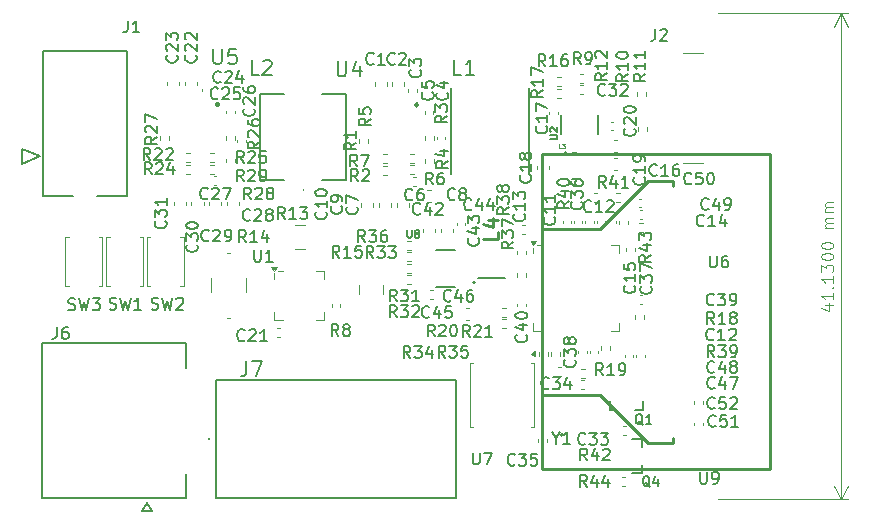
<source format=gbr>
%TF.GenerationSoftware,KiCad,Pcbnew,8.99.0-3334-g98ae574c78*%
%TF.CreationDate,2024-12-15T17:17:25-05:00*%
%TF.ProjectId,SmartPowerBoard,536d6172-7450-46f7-9765-72426f617264,rev?*%
%TF.SameCoordinates,Original*%
%TF.FileFunction,Legend,Top*%
%TF.FilePolarity,Positive*%
%FSLAX46Y46*%
G04 Gerber Fmt 4.6, Leading zero omitted, Abs format (unit mm)*
G04 Created by KiCad (PCBNEW 8.99.0-3334-g98ae574c78) date 2024-12-15 17:17:25*
%MOMM*%
%LPD*%
G01*
G04 APERTURE LIST*
%ADD10C,0.100000*%
%ADD11C,0.150000*%
%ADD12C,0.254000*%
%ADD13C,0.098425*%
%ADD14C,0.120000*%
%ADD15C,0.225000*%
%ADD16C,0.200000*%
%ADD17C,0.127000*%
%ADD18C,0.152400*%
%ADD19C,0.203200*%
G04 APERTURE END LIST*
D10*
X199800752Y-92877856D02*
X200467419Y-92877856D01*
X199419800Y-93115951D02*
X200134085Y-93354046D01*
X200134085Y-93354046D02*
X200134085Y-92734999D01*
X200467419Y-91830237D02*
X200467419Y-92401665D01*
X200467419Y-92115951D02*
X199467419Y-92115951D01*
X199467419Y-92115951D02*
X199610276Y-92211189D01*
X199610276Y-92211189D02*
X199705514Y-92306427D01*
X199705514Y-92306427D02*
X199753133Y-92401665D01*
X200372180Y-91401665D02*
X200419800Y-91354046D01*
X200419800Y-91354046D02*
X200467419Y-91401665D01*
X200467419Y-91401665D02*
X200419800Y-91449284D01*
X200419800Y-91449284D02*
X200372180Y-91401665D01*
X200372180Y-91401665D02*
X200467419Y-91401665D01*
X200467419Y-90401666D02*
X200467419Y-90973094D01*
X200467419Y-90687380D02*
X199467419Y-90687380D01*
X199467419Y-90687380D02*
X199610276Y-90782618D01*
X199610276Y-90782618D02*
X199705514Y-90877856D01*
X199705514Y-90877856D02*
X199753133Y-90973094D01*
X199467419Y-90068332D02*
X199467419Y-89449285D01*
X199467419Y-89449285D02*
X199848371Y-89782618D01*
X199848371Y-89782618D02*
X199848371Y-89639761D01*
X199848371Y-89639761D02*
X199895990Y-89544523D01*
X199895990Y-89544523D02*
X199943609Y-89496904D01*
X199943609Y-89496904D02*
X200038847Y-89449285D01*
X200038847Y-89449285D02*
X200276942Y-89449285D01*
X200276942Y-89449285D02*
X200372180Y-89496904D01*
X200372180Y-89496904D02*
X200419800Y-89544523D01*
X200419800Y-89544523D02*
X200467419Y-89639761D01*
X200467419Y-89639761D02*
X200467419Y-89925475D01*
X200467419Y-89925475D02*
X200419800Y-90020713D01*
X200419800Y-90020713D02*
X200372180Y-90068332D01*
X199467419Y-88830237D02*
X199467419Y-88734999D01*
X199467419Y-88734999D02*
X199515038Y-88639761D01*
X199515038Y-88639761D02*
X199562657Y-88592142D01*
X199562657Y-88592142D02*
X199657895Y-88544523D01*
X199657895Y-88544523D02*
X199848371Y-88496904D01*
X199848371Y-88496904D02*
X200086466Y-88496904D01*
X200086466Y-88496904D02*
X200276942Y-88544523D01*
X200276942Y-88544523D02*
X200372180Y-88592142D01*
X200372180Y-88592142D02*
X200419800Y-88639761D01*
X200419800Y-88639761D02*
X200467419Y-88734999D01*
X200467419Y-88734999D02*
X200467419Y-88830237D01*
X200467419Y-88830237D02*
X200419800Y-88925475D01*
X200419800Y-88925475D02*
X200372180Y-88973094D01*
X200372180Y-88973094D02*
X200276942Y-89020713D01*
X200276942Y-89020713D02*
X200086466Y-89068332D01*
X200086466Y-89068332D02*
X199848371Y-89068332D01*
X199848371Y-89068332D02*
X199657895Y-89020713D01*
X199657895Y-89020713D02*
X199562657Y-88973094D01*
X199562657Y-88973094D02*
X199515038Y-88925475D01*
X199515038Y-88925475D02*
X199467419Y-88830237D01*
X199467419Y-87877856D02*
X199467419Y-87782618D01*
X199467419Y-87782618D02*
X199515038Y-87687380D01*
X199515038Y-87687380D02*
X199562657Y-87639761D01*
X199562657Y-87639761D02*
X199657895Y-87592142D01*
X199657895Y-87592142D02*
X199848371Y-87544523D01*
X199848371Y-87544523D02*
X200086466Y-87544523D01*
X200086466Y-87544523D02*
X200276942Y-87592142D01*
X200276942Y-87592142D02*
X200372180Y-87639761D01*
X200372180Y-87639761D02*
X200419800Y-87687380D01*
X200419800Y-87687380D02*
X200467419Y-87782618D01*
X200467419Y-87782618D02*
X200467419Y-87877856D01*
X200467419Y-87877856D02*
X200419800Y-87973094D01*
X200419800Y-87973094D02*
X200372180Y-88020713D01*
X200372180Y-88020713D02*
X200276942Y-88068332D01*
X200276942Y-88068332D02*
X200086466Y-88115951D01*
X200086466Y-88115951D02*
X199848371Y-88115951D01*
X199848371Y-88115951D02*
X199657895Y-88068332D01*
X199657895Y-88068332D02*
X199562657Y-88020713D01*
X199562657Y-88020713D02*
X199515038Y-87973094D01*
X199515038Y-87973094D02*
X199467419Y-87877856D01*
X200467419Y-86354046D02*
X199800752Y-86354046D01*
X199895990Y-86354046D02*
X199848371Y-86306427D01*
X199848371Y-86306427D02*
X199800752Y-86211189D01*
X199800752Y-86211189D02*
X199800752Y-86068332D01*
X199800752Y-86068332D02*
X199848371Y-85973094D01*
X199848371Y-85973094D02*
X199943609Y-85925475D01*
X199943609Y-85925475D02*
X200467419Y-85925475D01*
X199943609Y-85925475D02*
X199848371Y-85877856D01*
X199848371Y-85877856D02*
X199800752Y-85782618D01*
X199800752Y-85782618D02*
X199800752Y-85639761D01*
X199800752Y-85639761D02*
X199848371Y-85544522D01*
X199848371Y-85544522D02*
X199943609Y-85496903D01*
X199943609Y-85496903D02*
X200467419Y-85496903D01*
X200467419Y-85020713D02*
X199800752Y-85020713D01*
X199895990Y-85020713D02*
X199848371Y-84973094D01*
X199848371Y-84973094D02*
X199800752Y-84877856D01*
X199800752Y-84877856D02*
X199800752Y-84734999D01*
X199800752Y-84734999D02*
X199848371Y-84639761D01*
X199848371Y-84639761D02*
X199943609Y-84592142D01*
X199943609Y-84592142D02*
X200467419Y-84592142D01*
X199943609Y-84592142D02*
X199848371Y-84544523D01*
X199848371Y-84544523D02*
X199800752Y-84449285D01*
X199800752Y-84449285D02*
X199800752Y-84306428D01*
X199800752Y-84306428D02*
X199848371Y-84211189D01*
X199848371Y-84211189D02*
X199943609Y-84163570D01*
X199943609Y-84163570D02*
X200467419Y-84163570D01*
X190690000Y-68170000D02*
X201696420Y-68170000D01*
X201696420Y-109300000D02*
X190690000Y-109300000D01*
X201110000Y-68170000D02*
X201110000Y-109300000D01*
X201110000Y-68170000D02*
X201110000Y-109300000D01*
X201110000Y-68170000D02*
X201696421Y-69296504D01*
X201110000Y-68170000D02*
X200523579Y-69296504D01*
X201110000Y-109300000D02*
X200523579Y-108173496D01*
X201110000Y-109300000D02*
X201696421Y-108173496D01*
X201110000Y-68170000D02*
X201110000Y-109300000D01*
X201110000Y-68170000D02*
X201110000Y-109300000D01*
X201110000Y-68170000D02*
X201696421Y-69296504D01*
X201110000Y-68170000D02*
X200523579Y-69296504D01*
X201110000Y-109300000D02*
X200523579Y-108173496D01*
X201110000Y-109300000D02*
X201696421Y-108173496D01*
D11*
X147507142Y-83839580D02*
X147459523Y-83887200D01*
X147459523Y-83887200D02*
X147316666Y-83934819D01*
X147316666Y-83934819D02*
X147221428Y-83934819D01*
X147221428Y-83934819D02*
X147078571Y-83887200D01*
X147078571Y-83887200D02*
X146983333Y-83791961D01*
X146983333Y-83791961D02*
X146935714Y-83696723D01*
X146935714Y-83696723D02*
X146888095Y-83506247D01*
X146888095Y-83506247D02*
X146888095Y-83363390D01*
X146888095Y-83363390D02*
X146935714Y-83172914D01*
X146935714Y-83172914D02*
X146983333Y-83077676D01*
X146983333Y-83077676D02*
X147078571Y-82982438D01*
X147078571Y-82982438D02*
X147221428Y-82934819D01*
X147221428Y-82934819D02*
X147316666Y-82934819D01*
X147316666Y-82934819D02*
X147459523Y-82982438D01*
X147459523Y-82982438D02*
X147507142Y-83030057D01*
X147888095Y-83030057D02*
X147935714Y-82982438D01*
X147935714Y-82982438D02*
X148030952Y-82934819D01*
X148030952Y-82934819D02*
X148269047Y-82934819D01*
X148269047Y-82934819D02*
X148364285Y-82982438D01*
X148364285Y-82982438D02*
X148411904Y-83030057D01*
X148411904Y-83030057D02*
X148459523Y-83125295D01*
X148459523Y-83125295D02*
X148459523Y-83220533D01*
X148459523Y-83220533D02*
X148411904Y-83363390D01*
X148411904Y-83363390D02*
X147840476Y-83934819D01*
X147840476Y-83934819D02*
X148459523Y-83934819D01*
X148792857Y-82934819D02*
X149459523Y-82934819D01*
X149459523Y-82934819D02*
X149030952Y-83934819D01*
X164853333Y-83919580D02*
X164805714Y-83967200D01*
X164805714Y-83967200D02*
X164662857Y-84014819D01*
X164662857Y-84014819D02*
X164567619Y-84014819D01*
X164567619Y-84014819D02*
X164424762Y-83967200D01*
X164424762Y-83967200D02*
X164329524Y-83871961D01*
X164329524Y-83871961D02*
X164281905Y-83776723D01*
X164281905Y-83776723D02*
X164234286Y-83586247D01*
X164234286Y-83586247D02*
X164234286Y-83443390D01*
X164234286Y-83443390D02*
X164281905Y-83252914D01*
X164281905Y-83252914D02*
X164329524Y-83157676D01*
X164329524Y-83157676D02*
X164424762Y-83062438D01*
X164424762Y-83062438D02*
X164567619Y-83014819D01*
X164567619Y-83014819D02*
X164662857Y-83014819D01*
X164662857Y-83014819D02*
X164805714Y-83062438D01*
X164805714Y-83062438D02*
X164853333Y-83110057D01*
X165710476Y-83014819D02*
X165520000Y-83014819D01*
X165520000Y-83014819D02*
X165424762Y-83062438D01*
X165424762Y-83062438D02*
X165377143Y-83110057D01*
X165377143Y-83110057D02*
X165281905Y-83252914D01*
X165281905Y-83252914D02*
X165234286Y-83443390D01*
X165234286Y-83443390D02*
X165234286Y-83824342D01*
X165234286Y-83824342D02*
X165281905Y-83919580D01*
X165281905Y-83919580D02*
X165329524Y-83967200D01*
X165329524Y-83967200D02*
X165424762Y-84014819D01*
X165424762Y-84014819D02*
X165615238Y-84014819D01*
X165615238Y-84014819D02*
X165710476Y-83967200D01*
X165710476Y-83967200D02*
X165758095Y-83919580D01*
X165758095Y-83919580D02*
X165805714Y-83824342D01*
X165805714Y-83824342D02*
X165805714Y-83586247D01*
X165805714Y-83586247D02*
X165758095Y-83491009D01*
X165758095Y-83491009D02*
X165710476Y-83443390D01*
X165710476Y-83443390D02*
X165615238Y-83395771D01*
X165615238Y-83395771D02*
X165424762Y-83395771D01*
X165424762Y-83395771D02*
X165329524Y-83443390D01*
X165329524Y-83443390D02*
X165281905Y-83491009D01*
X165281905Y-83491009D02*
X165234286Y-83586247D01*
X183104819Y-73342857D02*
X182628628Y-73676190D01*
X183104819Y-73914285D02*
X182104819Y-73914285D01*
X182104819Y-73914285D02*
X182104819Y-73533333D01*
X182104819Y-73533333D02*
X182152438Y-73438095D01*
X182152438Y-73438095D02*
X182200057Y-73390476D01*
X182200057Y-73390476D02*
X182295295Y-73342857D01*
X182295295Y-73342857D02*
X182438152Y-73342857D01*
X182438152Y-73342857D02*
X182533390Y-73390476D01*
X182533390Y-73390476D02*
X182581009Y-73438095D01*
X182581009Y-73438095D02*
X182628628Y-73533333D01*
X182628628Y-73533333D02*
X182628628Y-73914285D01*
X183104819Y-72390476D02*
X183104819Y-72961904D01*
X183104819Y-72676190D02*
X182104819Y-72676190D01*
X182104819Y-72676190D02*
X182247676Y-72771428D01*
X182247676Y-72771428D02*
X182342914Y-72866666D01*
X182342914Y-72866666D02*
X182390533Y-72961904D01*
X182104819Y-71771428D02*
X182104819Y-71676190D01*
X182104819Y-71676190D02*
X182152438Y-71580952D01*
X182152438Y-71580952D02*
X182200057Y-71533333D01*
X182200057Y-71533333D02*
X182295295Y-71485714D01*
X182295295Y-71485714D02*
X182485771Y-71438095D01*
X182485771Y-71438095D02*
X182723866Y-71438095D01*
X182723866Y-71438095D02*
X182914342Y-71485714D01*
X182914342Y-71485714D02*
X183009580Y-71533333D01*
X183009580Y-71533333D02*
X183057200Y-71580952D01*
X183057200Y-71580952D02*
X183104819Y-71676190D01*
X183104819Y-71676190D02*
X183104819Y-71771428D01*
X183104819Y-71771428D02*
X183057200Y-71866666D01*
X183057200Y-71866666D02*
X183009580Y-71914285D01*
X183009580Y-71914285D02*
X182914342Y-71961904D01*
X182914342Y-71961904D02*
X182723866Y-72009523D01*
X182723866Y-72009523D02*
X182485771Y-72009523D01*
X182485771Y-72009523D02*
X182295295Y-71961904D01*
X182295295Y-71961904D02*
X182200057Y-71914285D01*
X182200057Y-71914285D02*
X182152438Y-71866666D01*
X182152438Y-71866666D02*
X182104819Y-71771428D01*
X160243333Y-82394819D02*
X159910000Y-81918628D01*
X159671905Y-82394819D02*
X159671905Y-81394819D01*
X159671905Y-81394819D02*
X160052857Y-81394819D01*
X160052857Y-81394819D02*
X160148095Y-81442438D01*
X160148095Y-81442438D02*
X160195714Y-81490057D01*
X160195714Y-81490057D02*
X160243333Y-81585295D01*
X160243333Y-81585295D02*
X160243333Y-81728152D01*
X160243333Y-81728152D02*
X160195714Y-81823390D01*
X160195714Y-81823390D02*
X160148095Y-81871009D01*
X160148095Y-81871009D02*
X160052857Y-81918628D01*
X160052857Y-81918628D02*
X159671905Y-81918628D01*
X160624286Y-81490057D02*
X160671905Y-81442438D01*
X160671905Y-81442438D02*
X160767143Y-81394819D01*
X160767143Y-81394819D02*
X161005238Y-81394819D01*
X161005238Y-81394819D02*
X161100476Y-81442438D01*
X161100476Y-81442438D02*
X161148095Y-81490057D01*
X161148095Y-81490057D02*
X161195714Y-81585295D01*
X161195714Y-81585295D02*
X161195714Y-81680533D01*
X161195714Y-81680533D02*
X161148095Y-81823390D01*
X161148095Y-81823390D02*
X160576667Y-82394819D01*
X160576667Y-82394819D02*
X161195714Y-82394819D01*
X147992380Y-71199726D02*
X147992380Y-72227821D01*
X147992380Y-72227821D02*
X148052857Y-72348773D01*
X148052857Y-72348773D02*
X148113333Y-72409250D01*
X148113333Y-72409250D02*
X148234285Y-72469726D01*
X148234285Y-72469726D02*
X148476190Y-72469726D01*
X148476190Y-72469726D02*
X148597142Y-72409250D01*
X148597142Y-72409250D02*
X148657619Y-72348773D01*
X148657619Y-72348773D02*
X148718095Y-72227821D01*
X148718095Y-72227821D02*
X148718095Y-71199726D01*
X149927618Y-71199726D02*
X149322856Y-71199726D01*
X149322856Y-71199726D02*
X149262380Y-71804488D01*
X149262380Y-71804488D02*
X149322856Y-71744011D01*
X149322856Y-71744011D02*
X149443809Y-71683535D01*
X149443809Y-71683535D02*
X149746190Y-71683535D01*
X149746190Y-71683535D02*
X149867142Y-71744011D01*
X149867142Y-71744011D02*
X149927618Y-71804488D01*
X149927618Y-71804488D02*
X149988095Y-71925440D01*
X149988095Y-71925440D02*
X149988095Y-72227821D01*
X149988095Y-72227821D02*
X149927618Y-72348773D01*
X149927618Y-72348773D02*
X149867142Y-72409250D01*
X149867142Y-72409250D02*
X149746190Y-72469726D01*
X149746190Y-72469726D02*
X149443809Y-72469726D01*
X149443809Y-72469726D02*
X149322856Y-72409250D01*
X149322856Y-72409250D02*
X149262380Y-72348773D01*
X166717142Y-95534819D02*
X166383809Y-95058628D01*
X166145714Y-95534819D02*
X166145714Y-94534819D01*
X166145714Y-94534819D02*
X166526666Y-94534819D01*
X166526666Y-94534819D02*
X166621904Y-94582438D01*
X166621904Y-94582438D02*
X166669523Y-94630057D01*
X166669523Y-94630057D02*
X166717142Y-94725295D01*
X166717142Y-94725295D02*
X166717142Y-94868152D01*
X166717142Y-94868152D02*
X166669523Y-94963390D01*
X166669523Y-94963390D02*
X166621904Y-95011009D01*
X166621904Y-95011009D02*
X166526666Y-95058628D01*
X166526666Y-95058628D02*
X166145714Y-95058628D01*
X167098095Y-94630057D02*
X167145714Y-94582438D01*
X167145714Y-94582438D02*
X167240952Y-94534819D01*
X167240952Y-94534819D02*
X167479047Y-94534819D01*
X167479047Y-94534819D02*
X167574285Y-94582438D01*
X167574285Y-94582438D02*
X167621904Y-94630057D01*
X167621904Y-94630057D02*
X167669523Y-94725295D01*
X167669523Y-94725295D02*
X167669523Y-94820533D01*
X167669523Y-94820533D02*
X167621904Y-94963390D01*
X167621904Y-94963390D02*
X167050476Y-95534819D01*
X167050476Y-95534819D02*
X167669523Y-95534819D01*
X168288571Y-94534819D02*
X168383809Y-94534819D01*
X168383809Y-94534819D02*
X168479047Y-94582438D01*
X168479047Y-94582438D02*
X168526666Y-94630057D01*
X168526666Y-94630057D02*
X168574285Y-94725295D01*
X168574285Y-94725295D02*
X168621904Y-94915771D01*
X168621904Y-94915771D02*
X168621904Y-95153866D01*
X168621904Y-95153866D02*
X168574285Y-95344342D01*
X168574285Y-95344342D02*
X168526666Y-95439580D01*
X168526666Y-95439580D02*
X168479047Y-95487200D01*
X168479047Y-95487200D02*
X168383809Y-95534819D01*
X168383809Y-95534819D02*
X168288571Y-95534819D01*
X168288571Y-95534819D02*
X168193333Y-95487200D01*
X168193333Y-95487200D02*
X168145714Y-95439580D01*
X168145714Y-95439580D02*
X168098095Y-95344342D01*
X168098095Y-95344342D02*
X168050476Y-95153866D01*
X168050476Y-95153866D02*
X168050476Y-94915771D01*
X168050476Y-94915771D02*
X168098095Y-94725295D01*
X168098095Y-94725295D02*
X168145714Y-94630057D01*
X168145714Y-94630057D02*
X168193333Y-94582438D01*
X168193333Y-94582438D02*
X168288571Y-94534819D01*
X148607142Y-73964580D02*
X148559523Y-74012200D01*
X148559523Y-74012200D02*
X148416666Y-74059819D01*
X148416666Y-74059819D02*
X148321428Y-74059819D01*
X148321428Y-74059819D02*
X148178571Y-74012200D01*
X148178571Y-74012200D02*
X148083333Y-73916961D01*
X148083333Y-73916961D02*
X148035714Y-73821723D01*
X148035714Y-73821723D02*
X147988095Y-73631247D01*
X147988095Y-73631247D02*
X147988095Y-73488390D01*
X147988095Y-73488390D02*
X148035714Y-73297914D01*
X148035714Y-73297914D02*
X148083333Y-73202676D01*
X148083333Y-73202676D02*
X148178571Y-73107438D01*
X148178571Y-73107438D02*
X148321428Y-73059819D01*
X148321428Y-73059819D02*
X148416666Y-73059819D01*
X148416666Y-73059819D02*
X148559523Y-73107438D01*
X148559523Y-73107438D02*
X148607142Y-73155057D01*
X148988095Y-73155057D02*
X149035714Y-73107438D01*
X149035714Y-73107438D02*
X149130952Y-73059819D01*
X149130952Y-73059819D02*
X149369047Y-73059819D01*
X149369047Y-73059819D02*
X149464285Y-73107438D01*
X149464285Y-73107438D02*
X149511904Y-73155057D01*
X149511904Y-73155057D02*
X149559523Y-73250295D01*
X149559523Y-73250295D02*
X149559523Y-73345533D01*
X149559523Y-73345533D02*
X149511904Y-73488390D01*
X149511904Y-73488390D02*
X148940476Y-74059819D01*
X148940476Y-74059819D02*
X149559523Y-74059819D01*
X150416666Y-73393152D02*
X150416666Y-74059819D01*
X150178571Y-73012200D02*
X149940476Y-73726485D01*
X149940476Y-73726485D02*
X150559523Y-73726485D01*
X181157142Y-75059580D02*
X181109523Y-75107200D01*
X181109523Y-75107200D02*
X180966666Y-75154819D01*
X180966666Y-75154819D02*
X180871428Y-75154819D01*
X180871428Y-75154819D02*
X180728571Y-75107200D01*
X180728571Y-75107200D02*
X180633333Y-75011961D01*
X180633333Y-75011961D02*
X180585714Y-74916723D01*
X180585714Y-74916723D02*
X180538095Y-74726247D01*
X180538095Y-74726247D02*
X180538095Y-74583390D01*
X180538095Y-74583390D02*
X180585714Y-74392914D01*
X180585714Y-74392914D02*
X180633333Y-74297676D01*
X180633333Y-74297676D02*
X180728571Y-74202438D01*
X180728571Y-74202438D02*
X180871428Y-74154819D01*
X180871428Y-74154819D02*
X180966666Y-74154819D01*
X180966666Y-74154819D02*
X181109523Y-74202438D01*
X181109523Y-74202438D02*
X181157142Y-74250057D01*
X181490476Y-74154819D02*
X182109523Y-74154819D01*
X182109523Y-74154819D02*
X181776190Y-74535771D01*
X181776190Y-74535771D02*
X181919047Y-74535771D01*
X181919047Y-74535771D02*
X182014285Y-74583390D01*
X182014285Y-74583390D02*
X182061904Y-74631009D01*
X182061904Y-74631009D02*
X182109523Y-74726247D01*
X182109523Y-74726247D02*
X182109523Y-74964342D01*
X182109523Y-74964342D02*
X182061904Y-75059580D01*
X182061904Y-75059580D02*
X182014285Y-75107200D01*
X182014285Y-75107200D02*
X181919047Y-75154819D01*
X181919047Y-75154819D02*
X181633333Y-75154819D01*
X181633333Y-75154819D02*
X181538095Y-75107200D01*
X181538095Y-75107200D02*
X181490476Y-75059580D01*
X182490476Y-74250057D02*
X182538095Y-74202438D01*
X182538095Y-74202438D02*
X182633333Y-74154819D01*
X182633333Y-74154819D02*
X182871428Y-74154819D01*
X182871428Y-74154819D02*
X182966666Y-74202438D01*
X182966666Y-74202438D02*
X183014285Y-74250057D01*
X183014285Y-74250057D02*
X183061904Y-74345295D01*
X183061904Y-74345295D02*
X183061904Y-74440533D01*
X183061904Y-74440533D02*
X183014285Y-74583390D01*
X183014285Y-74583390D02*
X182442857Y-75154819D01*
X182442857Y-75154819D02*
X183061904Y-75154819D01*
X180977142Y-98814819D02*
X180643809Y-98338628D01*
X180405714Y-98814819D02*
X180405714Y-97814819D01*
X180405714Y-97814819D02*
X180786666Y-97814819D01*
X180786666Y-97814819D02*
X180881904Y-97862438D01*
X180881904Y-97862438D02*
X180929523Y-97910057D01*
X180929523Y-97910057D02*
X180977142Y-98005295D01*
X180977142Y-98005295D02*
X180977142Y-98148152D01*
X180977142Y-98148152D02*
X180929523Y-98243390D01*
X180929523Y-98243390D02*
X180881904Y-98291009D01*
X180881904Y-98291009D02*
X180786666Y-98338628D01*
X180786666Y-98338628D02*
X180405714Y-98338628D01*
X181929523Y-98814819D02*
X181358095Y-98814819D01*
X181643809Y-98814819D02*
X181643809Y-97814819D01*
X181643809Y-97814819D02*
X181548571Y-97957676D01*
X181548571Y-97957676D02*
X181453333Y-98052914D01*
X181453333Y-98052914D02*
X181358095Y-98100533D01*
X182405714Y-98814819D02*
X182596190Y-98814819D01*
X182596190Y-98814819D02*
X182691428Y-98767200D01*
X182691428Y-98767200D02*
X182739047Y-98719580D01*
X182739047Y-98719580D02*
X182834285Y-98576723D01*
X182834285Y-98576723D02*
X182881904Y-98386247D01*
X182881904Y-98386247D02*
X182881904Y-98005295D01*
X182881904Y-98005295D02*
X182834285Y-97910057D01*
X182834285Y-97910057D02*
X182786666Y-97862438D01*
X182786666Y-97862438D02*
X182691428Y-97814819D01*
X182691428Y-97814819D02*
X182500952Y-97814819D01*
X182500952Y-97814819D02*
X182405714Y-97862438D01*
X182405714Y-97862438D02*
X182358095Y-97910057D01*
X182358095Y-97910057D02*
X182310476Y-98005295D01*
X182310476Y-98005295D02*
X182310476Y-98243390D01*
X182310476Y-98243390D02*
X182358095Y-98338628D01*
X182358095Y-98338628D02*
X182405714Y-98386247D01*
X182405714Y-98386247D02*
X182500952Y-98433866D01*
X182500952Y-98433866D02*
X182691428Y-98433866D01*
X182691428Y-98433866D02*
X182786666Y-98386247D01*
X182786666Y-98386247D02*
X182834285Y-98338628D01*
X182834285Y-98338628D02*
X182881904Y-98243390D01*
X151904819Y-79042857D02*
X151428628Y-79376190D01*
X151904819Y-79614285D02*
X150904819Y-79614285D01*
X150904819Y-79614285D02*
X150904819Y-79233333D01*
X150904819Y-79233333D02*
X150952438Y-79138095D01*
X150952438Y-79138095D02*
X151000057Y-79090476D01*
X151000057Y-79090476D02*
X151095295Y-79042857D01*
X151095295Y-79042857D02*
X151238152Y-79042857D01*
X151238152Y-79042857D02*
X151333390Y-79090476D01*
X151333390Y-79090476D02*
X151381009Y-79138095D01*
X151381009Y-79138095D02*
X151428628Y-79233333D01*
X151428628Y-79233333D02*
X151428628Y-79614285D01*
X151000057Y-78661904D02*
X150952438Y-78614285D01*
X150952438Y-78614285D02*
X150904819Y-78519047D01*
X150904819Y-78519047D02*
X150904819Y-78280952D01*
X150904819Y-78280952D02*
X150952438Y-78185714D01*
X150952438Y-78185714D02*
X151000057Y-78138095D01*
X151000057Y-78138095D02*
X151095295Y-78090476D01*
X151095295Y-78090476D02*
X151190533Y-78090476D01*
X151190533Y-78090476D02*
X151333390Y-78138095D01*
X151333390Y-78138095D02*
X151904819Y-78709523D01*
X151904819Y-78709523D02*
X151904819Y-78090476D01*
X150904819Y-77233333D02*
X150904819Y-77423809D01*
X150904819Y-77423809D02*
X150952438Y-77519047D01*
X150952438Y-77519047D02*
X151000057Y-77566666D01*
X151000057Y-77566666D02*
X151142914Y-77661904D01*
X151142914Y-77661904D02*
X151333390Y-77709523D01*
X151333390Y-77709523D02*
X151714342Y-77709523D01*
X151714342Y-77709523D02*
X151809580Y-77661904D01*
X151809580Y-77661904D02*
X151857200Y-77614285D01*
X151857200Y-77614285D02*
X151904819Y-77519047D01*
X151904819Y-77519047D02*
X151904819Y-77328571D01*
X151904819Y-77328571D02*
X151857200Y-77233333D01*
X151857200Y-77233333D02*
X151809580Y-77185714D01*
X151809580Y-77185714D02*
X151714342Y-77138095D01*
X151714342Y-77138095D02*
X151476247Y-77138095D01*
X151476247Y-77138095D02*
X151381009Y-77185714D01*
X151381009Y-77185714D02*
X151333390Y-77233333D01*
X151333390Y-77233333D02*
X151285771Y-77328571D01*
X151285771Y-77328571D02*
X151285771Y-77519047D01*
X151285771Y-77519047D02*
X151333390Y-77614285D01*
X151333390Y-77614285D02*
X151381009Y-77661904D01*
X151381009Y-77661904D02*
X151476247Y-77709523D01*
X166267142Y-93869580D02*
X166219523Y-93917200D01*
X166219523Y-93917200D02*
X166076666Y-93964819D01*
X166076666Y-93964819D02*
X165981428Y-93964819D01*
X165981428Y-93964819D02*
X165838571Y-93917200D01*
X165838571Y-93917200D02*
X165743333Y-93821961D01*
X165743333Y-93821961D02*
X165695714Y-93726723D01*
X165695714Y-93726723D02*
X165648095Y-93536247D01*
X165648095Y-93536247D02*
X165648095Y-93393390D01*
X165648095Y-93393390D02*
X165695714Y-93202914D01*
X165695714Y-93202914D02*
X165743333Y-93107676D01*
X165743333Y-93107676D02*
X165838571Y-93012438D01*
X165838571Y-93012438D02*
X165981428Y-92964819D01*
X165981428Y-92964819D02*
X166076666Y-92964819D01*
X166076666Y-92964819D02*
X166219523Y-93012438D01*
X166219523Y-93012438D02*
X166267142Y-93060057D01*
X167124285Y-93298152D02*
X167124285Y-93964819D01*
X166886190Y-92917200D02*
X166648095Y-93631485D01*
X166648095Y-93631485D02*
X167267142Y-93631485D01*
X168124285Y-92964819D02*
X167648095Y-92964819D01*
X167648095Y-92964819D02*
X167600476Y-93441009D01*
X167600476Y-93441009D02*
X167648095Y-93393390D01*
X167648095Y-93393390D02*
X167743333Y-93345771D01*
X167743333Y-93345771D02*
X167981428Y-93345771D01*
X167981428Y-93345771D02*
X168076666Y-93393390D01*
X168076666Y-93393390D02*
X168124285Y-93441009D01*
X168124285Y-93441009D02*
X168171904Y-93536247D01*
X168171904Y-93536247D02*
X168171904Y-93774342D01*
X168171904Y-93774342D02*
X168124285Y-93869580D01*
X168124285Y-93869580D02*
X168076666Y-93917200D01*
X168076666Y-93917200D02*
X167981428Y-93964819D01*
X167981428Y-93964819D02*
X167743333Y-93964819D01*
X167743333Y-93964819D02*
X167648095Y-93917200D01*
X167648095Y-93917200D02*
X167600476Y-93869580D01*
X168988333Y-73409726D02*
X168383571Y-73409726D01*
X168383571Y-73409726D02*
X168383571Y-72139726D01*
X170076905Y-73409726D02*
X169351190Y-73409726D01*
X169714047Y-73409726D02*
X169714047Y-72139726D01*
X169714047Y-72139726D02*
X169593095Y-72321154D01*
X169593095Y-72321154D02*
X169472143Y-72442107D01*
X169472143Y-72442107D02*
X169351190Y-72502583D01*
X179159580Y-84142857D02*
X179207200Y-84190476D01*
X179207200Y-84190476D02*
X179254819Y-84333333D01*
X179254819Y-84333333D02*
X179254819Y-84428571D01*
X179254819Y-84428571D02*
X179207200Y-84571428D01*
X179207200Y-84571428D02*
X179111961Y-84666666D01*
X179111961Y-84666666D02*
X179016723Y-84714285D01*
X179016723Y-84714285D02*
X178826247Y-84761904D01*
X178826247Y-84761904D02*
X178683390Y-84761904D01*
X178683390Y-84761904D02*
X178492914Y-84714285D01*
X178492914Y-84714285D02*
X178397676Y-84666666D01*
X178397676Y-84666666D02*
X178302438Y-84571428D01*
X178302438Y-84571428D02*
X178254819Y-84428571D01*
X178254819Y-84428571D02*
X178254819Y-84333333D01*
X178254819Y-84333333D02*
X178302438Y-84190476D01*
X178302438Y-84190476D02*
X178350057Y-84142857D01*
X178254819Y-83809523D02*
X178254819Y-83190476D01*
X178254819Y-83190476D02*
X178635771Y-83523809D01*
X178635771Y-83523809D02*
X178635771Y-83380952D01*
X178635771Y-83380952D02*
X178683390Y-83285714D01*
X178683390Y-83285714D02*
X178731009Y-83238095D01*
X178731009Y-83238095D02*
X178826247Y-83190476D01*
X178826247Y-83190476D02*
X179064342Y-83190476D01*
X179064342Y-83190476D02*
X179159580Y-83238095D01*
X179159580Y-83238095D02*
X179207200Y-83285714D01*
X179207200Y-83285714D02*
X179254819Y-83380952D01*
X179254819Y-83380952D02*
X179254819Y-83666666D01*
X179254819Y-83666666D02*
X179207200Y-83761904D01*
X179207200Y-83761904D02*
X179159580Y-83809523D01*
X178254819Y-82333333D02*
X178254819Y-82523809D01*
X178254819Y-82523809D02*
X178302438Y-82619047D01*
X178302438Y-82619047D02*
X178350057Y-82666666D01*
X178350057Y-82666666D02*
X178492914Y-82761904D01*
X178492914Y-82761904D02*
X178683390Y-82809523D01*
X178683390Y-82809523D02*
X179064342Y-82809523D01*
X179064342Y-82809523D02*
X179159580Y-82761904D01*
X179159580Y-82761904D02*
X179207200Y-82714285D01*
X179207200Y-82714285D02*
X179254819Y-82619047D01*
X179254819Y-82619047D02*
X179254819Y-82428571D01*
X179254819Y-82428571D02*
X179207200Y-82333333D01*
X179207200Y-82333333D02*
X179159580Y-82285714D01*
X179159580Y-82285714D02*
X179064342Y-82238095D01*
X179064342Y-82238095D02*
X178826247Y-82238095D01*
X178826247Y-82238095D02*
X178731009Y-82285714D01*
X178731009Y-82285714D02*
X178683390Y-82333333D01*
X178683390Y-82333333D02*
X178635771Y-82428571D01*
X178635771Y-82428571D02*
X178635771Y-82619047D01*
X178635771Y-82619047D02*
X178683390Y-82714285D01*
X178683390Y-82714285D02*
X178731009Y-82761904D01*
X178731009Y-82761904D02*
X178826247Y-82809523D01*
X146589580Y-87757857D02*
X146637200Y-87805476D01*
X146637200Y-87805476D02*
X146684819Y-87948333D01*
X146684819Y-87948333D02*
X146684819Y-88043571D01*
X146684819Y-88043571D02*
X146637200Y-88186428D01*
X146637200Y-88186428D02*
X146541961Y-88281666D01*
X146541961Y-88281666D02*
X146446723Y-88329285D01*
X146446723Y-88329285D02*
X146256247Y-88376904D01*
X146256247Y-88376904D02*
X146113390Y-88376904D01*
X146113390Y-88376904D02*
X145922914Y-88329285D01*
X145922914Y-88329285D02*
X145827676Y-88281666D01*
X145827676Y-88281666D02*
X145732438Y-88186428D01*
X145732438Y-88186428D02*
X145684819Y-88043571D01*
X145684819Y-88043571D02*
X145684819Y-87948333D01*
X145684819Y-87948333D02*
X145732438Y-87805476D01*
X145732438Y-87805476D02*
X145780057Y-87757857D01*
X145684819Y-87424523D02*
X145684819Y-86805476D01*
X145684819Y-86805476D02*
X146065771Y-87138809D01*
X146065771Y-87138809D02*
X146065771Y-86995952D01*
X146065771Y-86995952D02*
X146113390Y-86900714D01*
X146113390Y-86900714D02*
X146161009Y-86853095D01*
X146161009Y-86853095D02*
X146256247Y-86805476D01*
X146256247Y-86805476D02*
X146494342Y-86805476D01*
X146494342Y-86805476D02*
X146589580Y-86853095D01*
X146589580Y-86853095D02*
X146637200Y-86900714D01*
X146637200Y-86900714D02*
X146684819Y-86995952D01*
X146684819Y-86995952D02*
X146684819Y-87281666D01*
X146684819Y-87281666D02*
X146637200Y-87376904D01*
X146637200Y-87376904D02*
X146589580Y-87424523D01*
X145684819Y-86186428D02*
X145684819Y-86091190D01*
X145684819Y-86091190D02*
X145732438Y-85995952D01*
X145732438Y-85995952D02*
X145780057Y-85948333D01*
X145780057Y-85948333D02*
X145875295Y-85900714D01*
X145875295Y-85900714D02*
X146065771Y-85853095D01*
X146065771Y-85853095D02*
X146303866Y-85853095D01*
X146303866Y-85853095D02*
X146494342Y-85900714D01*
X146494342Y-85900714D02*
X146589580Y-85948333D01*
X146589580Y-85948333D02*
X146637200Y-85995952D01*
X146637200Y-85995952D02*
X146684819Y-86091190D01*
X146684819Y-86091190D02*
X146684819Y-86186428D01*
X146684819Y-86186428D02*
X146637200Y-86281666D01*
X146637200Y-86281666D02*
X146589580Y-86329285D01*
X146589580Y-86329285D02*
X146494342Y-86376904D01*
X146494342Y-86376904D02*
X146303866Y-86424523D01*
X146303866Y-86424523D02*
X146065771Y-86424523D01*
X146065771Y-86424523D02*
X145875295Y-86376904D01*
X145875295Y-86376904D02*
X145780057Y-86329285D01*
X145780057Y-86329285D02*
X145732438Y-86281666D01*
X145732438Y-86281666D02*
X145684819Y-86186428D01*
X185019580Y-91302857D02*
X185067200Y-91350476D01*
X185067200Y-91350476D02*
X185114819Y-91493333D01*
X185114819Y-91493333D02*
X185114819Y-91588571D01*
X185114819Y-91588571D02*
X185067200Y-91731428D01*
X185067200Y-91731428D02*
X184971961Y-91826666D01*
X184971961Y-91826666D02*
X184876723Y-91874285D01*
X184876723Y-91874285D02*
X184686247Y-91921904D01*
X184686247Y-91921904D02*
X184543390Y-91921904D01*
X184543390Y-91921904D02*
X184352914Y-91874285D01*
X184352914Y-91874285D02*
X184257676Y-91826666D01*
X184257676Y-91826666D02*
X184162438Y-91731428D01*
X184162438Y-91731428D02*
X184114819Y-91588571D01*
X184114819Y-91588571D02*
X184114819Y-91493333D01*
X184114819Y-91493333D02*
X184162438Y-91350476D01*
X184162438Y-91350476D02*
X184210057Y-91302857D01*
X184114819Y-90969523D02*
X184114819Y-90350476D01*
X184114819Y-90350476D02*
X184495771Y-90683809D01*
X184495771Y-90683809D02*
X184495771Y-90540952D01*
X184495771Y-90540952D02*
X184543390Y-90445714D01*
X184543390Y-90445714D02*
X184591009Y-90398095D01*
X184591009Y-90398095D02*
X184686247Y-90350476D01*
X184686247Y-90350476D02*
X184924342Y-90350476D01*
X184924342Y-90350476D02*
X185019580Y-90398095D01*
X185019580Y-90398095D02*
X185067200Y-90445714D01*
X185067200Y-90445714D02*
X185114819Y-90540952D01*
X185114819Y-90540952D02*
X185114819Y-90826666D01*
X185114819Y-90826666D02*
X185067200Y-90921904D01*
X185067200Y-90921904D02*
X185019580Y-90969523D01*
X184114819Y-90017142D02*
X184114819Y-89350476D01*
X184114819Y-89350476D02*
X185114819Y-89779047D01*
X164412380Y-86523276D02*
X164412380Y-87041371D01*
X164412380Y-87041371D02*
X164442857Y-87102323D01*
X164442857Y-87102323D02*
X164473333Y-87132800D01*
X164473333Y-87132800D02*
X164534285Y-87163276D01*
X164534285Y-87163276D02*
X164656190Y-87163276D01*
X164656190Y-87163276D02*
X164717142Y-87132800D01*
X164717142Y-87132800D02*
X164747619Y-87102323D01*
X164747619Y-87102323D02*
X164778095Y-87041371D01*
X164778095Y-87041371D02*
X164778095Y-86523276D01*
X165174285Y-86797561D02*
X165113333Y-86767085D01*
X165113333Y-86767085D02*
X165082856Y-86736609D01*
X165082856Y-86736609D02*
X165052380Y-86675657D01*
X165052380Y-86675657D02*
X165052380Y-86645180D01*
X165052380Y-86645180D02*
X165082856Y-86584228D01*
X165082856Y-86584228D02*
X165113333Y-86553752D01*
X165113333Y-86553752D02*
X165174285Y-86523276D01*
X165174285Y-86523276D02*
X165296190Y-86523276D01*
X165296190Y-86523276D02*
X165357142Y-86553752D01*
X165357142Y-86553752D02*
X165387618Y-86584228D01*
X165387618Y-86584228D02*
X165418095Y-86645180D01*
X165418095Y-86645180D02*
X165418095Y-86675657D01*
X165418095Y-86675657D02*
X165387618Y-86736609D01*
X165387618Y-86736609D02*
X165357142Y-86767085D01*
X165357142Y-86767085D02*
X165296190Y-86797561D01*
X165296190Y-86797561D02*
X165174285Y-86797561D01*
X165174285Y-86797561D02*
X165113333Y-86828038D01*
X165113333Y-86828038D02*
X165082856Y-86858514D01*
X165082856Y-86858514D02*
X165052380Y-86919466D01*
X165052380Y-86919466D02*
X165052380Y-87041371D01*
X165052380Y-87041371D02*
X165082856Y-87102323D01*
X165082856Y-87102323D02*
X165113333Y-87132800D01*
X165113333Y-87132800D02*
X165174285Y-87163276D01*
X165174285Y-87163276D02*
X165296190Y-87163276D01*
X165296190Y-87163276D02*
X165357142Y-87132800D01*
X165357142Y-87132800D02*
X165387618Y-87102323D01*
X165387618Y-87102323D02*
X165418095Y-87041371D01*
X165418095Y-87041371D02*
X165418095Y-86919466D01*
X165418095Y-86919466D02*
X165387618Y-86858514D01*
X165387618Y-86858514D02*
X165357142Y-86828038D01*
X165357142Y-86828038D02*
X165296190Y-86797561D01*
X164667142Y-97364819D02*
X164333809Y-96888628D01*
X164095714Y-97364819D02*
X164095714Y-96364819D01*
X164095714Y-96364819D02*
X164476666Y-96364819D01*
X164476666Y-96364819D02*
X164571904Y-96412438D01*
X164571904Y-96412438D02*
X164619523Y-96460057D01*
X164619523Y-96460057D02*
X164667142Y-96555295D01*
X164667142Y-96555295D02*
X164667142Y-96698152D01*
X164667142Y-96698152D02*
X164619523Y-96793390D01*
X164619523Y-96793390D02*
X164571904Y-96841009D01*
X164571904Y-96841009D02*
X164476666Y-96888628D01*
X164476666Y-96888628D02*
X164095714Y-96888628D01*
X165000476Y-96364819D02*
X165619523Y-96364819D01*
X165619523Y-96364819D02*
X165286190Y-96745771D01*
X165286190Y-96745771D02*
X165429047Y-96745771D01*
X165429047Y-96745771D02*
X165524285Y-96793390D01*
X165524285Y-96793390D02*
X165571904Y-96841009D01*
X165571904Y-96841009D02*
X165619523Y-96936247D01*
X165619523Y-96936247D02*
X165619523Y-97174342D01*
X165619523Y-97174342D02*
X165571904Y-97269580D01*
X165571904Y-97269580D02*
X165524285Y-97317200D01*
X165524285Y-97317200D02*
X165429047Y-97364819D01*
X165429047Y-97364819D02*
X165143333Y-97364819D01*
X165143333Y-97364819D02*
X165048095Y-97317200D01*
X165048095Y-97317200D02*
X165000476Y-97269580D01*
X166476666Y-96698152D02*
X166476666Y-97364819D01*
X166238571Y-96317200D02*
X166000476Y-97031485D01*
X166000476Y-97031485D02*
X166619523Y-97031485D01*
X143939580Y-85757857D02*
X143987200Y-85805476D01*
X143987200Y-85805476D02*
X144034819Y-85948333D01*
X144034819Y-85948333D02*
X144034819Y-86043571D01*
X144034819Y-86043571D02*
X143987200Y-86186428D01*
X143987200Y-86186428D02*
X143891961Y-86281666D01*
X143891961Y-86281666D02*
X143796723Y-86329285D01*
X143796723Y-86329285D02*
X143606247Y-86376904D01*
X143606247Y-86376904D02*
X143463390Y-86376904D01*
X143463390Y-86376904D02*
X143272914Y-86329285D01*
X143272914Y-86329285D02*
X143177676Y-86281666D01*
X143177676Y-86281666D02*
X143082438Y-86186428D01*
X143082438Y-86186428D02*
X143034819Y-86043571D01*
X143034819Y-86043571D02*
X143034819Y-85948333D01*
X143034819Y-85948333D02*
X143082438Y-85805476D01*
X143082438Y-85805476D02*
X143130057Y-85757857D01*
X143034819Y-85424523D02*
X143034819Y-84805476D01*
X143034819Y-84805476D02*
X143415771Y-85138809D01*
X143415771Y-85138809D02*
X143415771Y-84995952D01*
X143415771Y-84995952D02*
X143463390Y-84900714D01*
X143463390Y-84900714D02*
X143511009Y-84853095D01*
X143511009Y-84853095D02*
X143606247Y-84805476D01*
X143606247Y-84805476D02*
X143844342Y-84805476D01*
X143844342Y-84805476D02*
X143939580Y-84853095D01*
X143939580Y-84853095D02*
X143987200Y-84900714D01*
X143987200Y-84900714D02*
X144034819Y-84995952D01*
X144034819Y-84995952D02*
X144034819Y-85281666D01*
X144034819Y-85281666D02*
X143987200Y-85376904D01*
X143987200Y-85376904D02*
X143939580Y-85424523D01*
X144034819Y-83853095D02*
X144034819Y-84424523D01*
X144034819Y-84138809D02*
X143034819Y-84138809D01*
X143034819Y-84138809D02*
X143177676Y-84234047D01*
X143177676Y-84234047D02*
X143272914Y-84329285D01*
X143272914Y-84329285D02*
X143320533Y-84424523D01*
X179977142Y-84909580D02*
X179929523Y-84957200D01*
X179929523Y-84957200D02*
X179786666Y-85004819D01*
X179786666Y-85004819D02*
X179691428Y-85004819D01*
X179691428Y-85004819D02*
X179548571Y-84957200D01*
X179548571Y-84957200D02*
X179453333Y-84861961D01*
X179453333Y-84861961D02*
X179405714Y-84766723D01*
X179405714Y-84766723D02*
X179358095Y-84576247D01*
X179358095Y-84576247D02*
X179358095Y-84433390D01*
X179358095Y-84433390D02*
X179405714Y-84242914D01*
X179405714Y-84242914D02*
X179453333Y-84147676D01*
X179453333Y-84147676D02*
X179548571Y-84052438D01*
X179548571Y-84052438D02*
X179691428Y-84004819D01*
X179691428Y-84004819D02*
X179786666Y-84004819D01*
X179786666Y-84004819D02*
X179929523Y-84052438D01*
X179929523Y-84052438D02*
X179977142Y-84100057D01*
X180929523Y-85004819D02*
X180358095Y-85004819D01*
X180643809Y-85004819D02*
X180643809Y-84004819D01*
X180643809Y-84004819D02*
X180548571Y-84147676D01*
X180548571Y-84147676D02*
X180453333Y-84242914D01*
X180453333Y-84242914D02*
X180358095Y-84290533D01*
X181310476Y-84100057D02*
X181358095Y-84052438D01*
X181358095Y-84052438D02*
X181453333Y-84004819D01*
X181453333Y-84004819D02*
X181691428Y-84004819D01*
X181691428Y-84004819D02*
X181786666Y-84052438D01*
X181786666Y-84052438D02*
X181834285Y-84100057D01*
X181834285Y-84100057D02*
X181881904Y-84195295D01*
X181881904Y-84195295D02*
X181881904Y-84290533D01*
X181881904Y-84290533D02*
X181834285Y-84433390D01*
X181834285Y-84433390D02*
X181262857Y-85004819D01*
X181262857Y-85004819D02*
X181881904Y-85004819D01*
X151107142Y-85664580D02*
X151059523Y-85712200D01*
X151059523Y-85712200D02*
X150916666Y-85759819D01*
X150916666Y-85759819D02*
X150821428Y-85759819D01*
X150821428Y-85759819D02*
X150678571Y-85712200D01*
X150678571Y-85712200D02*
X150583333Y-85616961D01*
X150583333Y-85616961D02*
X150535714Y-85521723D01*
X150535714Y-85521723D02*
X150488095Y-85331247D01*
X150488095Y-85331247D02*
X150488095Y-85188390D01*
X150488095Y-85188390D02*
X150535714Y-84997914D01*
X150535714Y-84997914D02*
X150583333Y-84902676D01*
X150583333Y-84902676D02*
X150678571Y-84807438D01*
X150678571Y-84807438D02*
X150821428Y-84759819D01*
X150821428Y-84759819D02*
X150916666Y-84759819D01*
X150916666Y-84759819D02*
X151059523Y-84807438D01*
X151059523Y-84807438D02*
X151107142Y-84855057D01*
X151488095Y-84855057D02*
X151535714Y-84807438D01*
X151535714Y-84807438D02*
X151630952Y-84759819D01*
X151630952Y-84759819D02*
X151869047Y-84759819D01*
X151869047Y-84759819D02*
X151964285Y-84807438D01*
X151964285Y-84807438D02*
X152011904Y-84855057D01*
X152011904Y-84855057D02*
X152059523Y-84950295D01*
X152059523Y-84950295D02*
X152059523Y-85045533D01*
X152059523Y-85045533D02*
X152011904Y-85188390D01*
X152011904Y-85188390D02*
X151440476Y-85759819D01*
X151440476Y-85759819D02*
X152059523Y-85759819D01*
X152630952Y-85188390D02*
X152535714Y-85140771D01*
X152535714Y-85140771D02*
X152488095Y-85093152D01*
X152488095Y-85093152D02*
X152440476Y-84997914D01*
X152440476Y-84997914D02*
X152440476Y-84950295D01*
X152440476Y-84950295D02*
X152488095Y-84855057D01*
X152488095Y-84855057D02*
X152535714Y-84807438D01*
X152535714Y-84807438D02*
X152630952Y-84759819D01*
X152630952Y-84759819D02*
X152821428Y-84759819D01*
X152821428Y-84759819D02*
X152916666Y-84807438D01*
X152916666Y-84807438D02*
X152964285Y-84855057D01*
X152964285Y-84855057D02*
X153011904Y-84950295D01*
X153011904Y-84950295D02*
X153011904Y-84997914D01*
X153011904Y-84997914D02*
X152964285Y-85093152D01*
X152964285Y-85093152D02*
X152916666Y-85140771D01*
X152916666Y-85140771D02*
X152821428Y-85188390D01*
X152821428Y-85188390D02*
X152630952Y-85188390D01*
X152630952Y-85188390D02*
X152535714Y-85236009D01*
X152535714Y-85236009D02*
X152488095Y-85283628D01*
X152488095Y-85283628D02*
X152440476Y-85378866D01*
X152440476Y-85378866D02*
X152440476Y-85569342D01*
X152440476Y-85569342D02*
X152488095Y-85664580D01*
X152488095Y-85664580D02*
X152535714Y-85712200D01*
X152535714Y-85712200D02*
X152630952Y-85759819D01*
X152630952Y-85759819D02*
X152821428Y-85759819D01*
X152821428Y-85759819D02*
X152916666Y-85712200D01*
X152916666Y-85712200D02*
X152964285Y-85664580D01*
X152964285Y-85664580D02*
X153011904Y-85569342D01*
X153011904Y-85569342D02*
X153011904Y-85378866D01*
X153011904Y-85378866D02*
X152964285Y-85283628D01*
X152964285Y-85283628D02*
X152916666Y-85236009D01*
X152916666Y-85236009D02*
X152821428Y-85188390D01*
X160094819Y-79116666D02*
X159618628Y-79449999D01*
X160094819Y-79688094D02*
X159094819Y-79688094D01*
X159094819Y-79688094D02*
X159094819Y-79307142D01*
X159094819Y-79307142D02*
X159142438Y-79211904D01*
X159142438Y-79211904D02*
X159190057Y-79164285D01*
X159190057Y-79164285D02*
X159285295Y-79116666D01*
X159285295Y-79116666D02*
X159428152Y-79116666D01*
X159428152Y-79116666D02*
X159523390Y-79164285D01*
X159523390Y-79164285D02*
X159571009Y-79211904D01*
X159571009Y-79211904D02*
X159618628Y-79307142D01*
X159618628Y-79307142D02*
X159618628Y-79688094D01*
X160094819Y-78164285D02*
X160094819Y-78735713D01*
X160094819Y-78449999D02*
X159094819Y-78449999D01*
X159094819Y-78449999D02*
X159237676Y-78545237D01*
X159237676Y-78545237D02*
X159332914Y-78640475D01*
X159332914Y-78640475D02*
X159380533Y-78735713D01*
X166539580Y-74876666D02*
X166587200Y-74924285D01*
X166587200Y-74924285D02*
X166634819Y-75067142D01*
X166634819Y-75067142D02*
X166634819Y-75162380D01*
X166634819Y-75162380D02*
X166587200Y-75305237D01*
X166587200Y-75305237D02*
X166491961Y-75400475D01*
X166491961Y-75400475D02*
X166396723Y-75448094D01*
X166396723Y-75448094D02*
X166206247Y-75495713D01*
X166206247Y-75495713D02*
X166063390Y-75495713D01*
X166063390Y-75495713D02*
X165872914Y-75448094D01*
X165872914Y-75448094D02*
X165777676Y-75400475D01*
X165777676Y-75400475D02*
X165682438Y-75305237D01*
X165682438Y-75305237D02*
X165634819Y-75162380D01*
X165634819Y-75162380D02*
X165634819Y-75067142D01*
X165634819Y-75067142D02*
X165682438Y-74924285D01*
X165682438Y-74924285D02*
X165730057Y-74876666D01*
X165634819Y-73971904D02*
X165634819Y-74448094D01*
X165634819Y-74448094D02*
X166111009Y-74495713D01*
X166111009Y-74495713D02*
X166063390Y-74448094D01*
X166063390Y-74448094D02*
X166015771Y-74352856D01*
X166015771Y-74352856D02*
X166015771Y-74114761D01*
X166015771Y-74114761D02*
X166063390Y-74019523D01*
X166063390Y-74019523D02*
X166111009Y-73971904D01*
X166111009Y-73971904D02*
X166206247Y-73924285D01*
X166206247Y-73924285D02*
X166444342Y-73924285D01*
X166444342Y-73924285D02*
X166539580Y-73971904D01*
X166539580Y-73971904D02*
X166587200Y-74019523D01*
X166587200Y-74019523D02*
X166634819Y-74114761D01*
X166634819Y-74114761D02*
X166634819Y-74352856D01*
X166634819Y-74352856D02*
X166587200Y-74448094D01*
X166587200Y-74448094D02*
X166539580Y-74495713D01*
X161532142Y-88879819D02*
X161198809Y-88403628D01*
X160960714Y-88879819D02*
X160960714Y-87879819D01*
X160960714Y-87879819D02*
X161341666Y-87879819D01*
X161341666Y-87879819D02*
X161436904Y-87927438D01*
X161436904Y-87927438D02*
X161484523Y-87975057D01*
X161484523Y-87975057D02*
X161532142Y-88070295D01*
X161532142Y-88070295D02*
X161532142Y-88213152D01*
X161532142Y-88213152D02*
X161484523Y-88308390D01*
X161484523Y-88308390D02*
X161436904Y-88356009D01*
X161436904Y-88356009D02*
X161341666Y-88403628D01*
X161341666Y-88403628D02*
X160960714Y-88403628D01*
X161865476Y-87879819D02*
X162484523Y-87879819D01*
X162484523Y-87879819D02*
X162151190Y-88260771D01*
X162151190Y-88260771D02*
X162294047Y-88260771D01*
X162294047Y-88260771D02*
X162389285Y-88308390D01*
X162389285Y-88308390D02*
X162436904Y-88356009D01*
X162436904Y-88356009D02*
X162484523Y-88451247D01*
X162484523Y-88451247D02*
X162484523Y-88689342D01*
X162484523Y-88689342D02*
X162436904Y-88784580D01*
X162436904Y-88784580D02*
X162389285Y-88832200D01*
X162389285Y-88832200D02*
X162294047Y-88879819D01*
X162294047Y-88879819D02*
X162008333Y-88879819D01*
X162008333Y-88879819D02*
X161913095Y-88832200D01*
X161913095Y-88832200D02*
X161865476Y-88784580D01*
X162817857Y-87879819D02*
X163436904Y-87879819D01*
X163436904Y-87879819D02*
X163103571Y-88260771D01*
X163103571Y-88260771D02*
X163246428Y-88260771D01*
X163246428Y-88260771D02*
X163341666Y-88308390D01*
X163341666Y-88308390D02*
X163389285Y-88356009D01*
X163389285Y-88356009D02*
X163436904Y-88451247D01*
X163436904Y-88451247D02*
X163436904Y-88689342D01*
X163436904Y-88689342D02*
X163389285Y-88784580D01*
X163389285Y-88784580D02*
X163341666Y-88832200D01*
X163341666Y-88832200D02*
X163246428Y-88879819D01*
X163246428Y-88879819D02*
X162960714Y-88879819D01*
X162960714Y-88879819D02*
X162865476Y-88832200D01*
X162865476Y-88832200D02*
X162817857Y-88784580D01*
X134741666Y-94754819D02*
X134741666Y-95469104D01*
X134741666Y-95469104D02*
X134694047Y-95611961D01*
X134694047Y-95611961D02*
X134598809Y-95707200D01*
X134598809Y-95707200D02*
X134455952Y-95754819D01*
X134455952Y-95754819D02*
X134360714Y-95754819D01*
X135646428Y-94754819D02*
X135455952Y-94754819D01*
X135455952Y-94754819D02*
X135360714Y-94802438D01*
X135360714Y-94802438D02*
X135313095Y-94850057D01*
X135313095Y-94850057D02*
X135217857Y-94992914D01*
X135217857Y-94992914D02*
X135170238Y-95183390D01*
X135170238Y-95183390D02*
X135170238Y-95564342D01*
X135170238Y-95564342D02*
X135217857Y-95659580D01*
X135217857Y-95659580D02*
X135265476Y-95707200D01*
X135265476Y-95707200D02*
X135360714Y-95754819D01*
X135360714Y-95754819D02*
X135551190Y-95754819D01*
X135551190Y-95754819D02*
X135646428Y-95707200D01*
X135646428Y-95707200D02*
X135694047Y-95659580D01*
X135694047Y-95659580D02*
X135741666Y-95564342D01*
X135741666Y-95564342D02*
X135741666Y-95326247D01*
X135741666Y-95326247D02*
X135694047Y-95231009D01*
X135694047Y-95231009D02*
X135646428Y-95183390D01*
X135646428Y-95183390D02*
X135551190Y-95135771D01*
X135551190Y-95135771D02*
X135360714Y-95135771D01*
X135360714Y-95135771D02*
X135265476Y-95183390D01*
X135265476Y-95183390D02*
X135217857Y-95231009D01*
X135217857Y-95231009D02*
X135170238Y-95326247D01*
X151438095Y-88199819D02*
X151438095Y-89009342D01*
X151438095Y-89009342D02*
X151485714Y-89104580D01*
X151485714Y-89104580D02*
X151533333Y-89152200D01*
X151533333Y-89152200D02*
X151628571Y-89199819D01*
X151628571Y-89199819D02*
X151819047Y-89199819D01*
X151819047Y-89199819D02*
X151914285Y-89152200D01*
X151914285Y-89152200D02*
X151961904Y-89104580D01*
X151961904Y-89104580D02*
X152009523Y-89009342D01*
X152009523Y-89009342D02*
X152009523Y-88199819D01*
X153009523Y-89199819D02*
X152438095Y-89199819D01*
X152723809Y-89199819D02*
X152723809Y-88199819D01*
X152723809Y-88199819D02*
X152628571Y-88342676D01*
X152628571Y-88342676D02*
X152533333Y-88437914D01*
X152533333Y-88437914D02*
X152438095Y-88485533D01*
X190437142Y-101579580D02*
X190389523Y-101627200D01*
X190389523Y-101627200D02*
X190246666Y-101674819D01*
X190246666Y-101674819D02*
X190151428Y-101674819D01*
X190151428Y-101674819D02*
X190008571Y-101627200D01*
X190008571Y-101627200D02*
X189913333Y-101531961D01*
X189913333Y-101531961D02*
X189865714Y-101436723D01*
X189865714Y-101436723D02*
X189818095Y-101246247D01*
X189818095Y-101246247D02*
X189818095Y-101103390D01*
X189818095Y-101103390D02*
X189865714Y-100912914D01*
X189865714Y-100912914D02*
X189913333Y-100817676D01*
X189913333Y-100817676D02*
X190008571Y-100722438D01*
X190008571Y-100722438D02*
X190151428Y-100674819D01*
X190151428Y-100674819D02*
X190246666Y-100674819D01*
X190246666Y-100674819D02*
X190389523Y-100722438D01*
X190389523Y-100722438D02*
X190437142Y-100770057D01*
X191341904Y-100674819D02*
X190865714Y-100674819D01*
X190865714Y-100674819D02*
X190818095Y-101151009D01*
X190818095Y-101151009D02*
X190865714Y-101103390D01*
X190865714Y-101103390D02*
X190960952Y-101055771D01*
X190960952Y-101055771D02*
X191199047Y-101055771D01*
X191199047Y-101055771D02*
X191294285Y-101103390D01*
X191294285Y-101103390D02*
X191341904Y-101151009D01*
X191341904Y-101151009D02*
X191389523Y-101246247D01*
X191389523Y-101246247D02*
X191389523Y-101484342D01*
X191389523Y-101484342D02*
X191341904Y-101579580D01*
X191341904Y-101579580D02*
X191294285Y-101627200D01*
X191294285Y-101627200D02*
X191199047Y-101674819D01*
X191199047Y-101674819D02*
X190960952Y-101674819D01*
X190960952Y-101674819D02*
X190865714Y-101627200D01*
X190865714Y-101627200D02*
X190818095Y-101579580D01*
X191770476Y-100770057D02*
X191818095Y-100722438D01*
X191818095Y-100722438D02*
X191913333Y-100674819D01*
X191913333Y-100674819D02*
X192151428Y-100674819D01*
X192151428Y-100674819D02*
X192246666Y-100722438D01*
X192246666Y-100722438D02*
X192294285Y-100770057D01*
X192294285Y-100770057D02*
X192341904Y-100865295D01*
X192341904Y-100865295D02*
X192341904Y-100960533D01*
X192341904Y-100960533D02*
X192294285Y-101103390D01*
X192294285Y-101103390D02*
X191722857Y-101674819D01*
X191722857Y-101674819D02*
X192341904Y-101674819D01*
X163353333Y-72429580D02*
X163305714Y-72477200D01*
X163305714Y-72477200D02*
X163162857Y-72524819D01*
X163162857Y-72524819D02*
X163067619Y-72524819D01*
X163067619Y-72524819D02*
X162924762Y-72477200D01*
X162924762Y-72477200D02*
X162829524Y-72381961D01*
X162829524Y-72381961D02*
X162781905Y-72286723D01*
X162781905Y-72286723D02*
X162734286Y-72096247D01*
X162734286Y-72096247D02*
X162734286Y-71953390D01*
X162734286Y-71953390D02*
X162781905Y-71762914D01*
X162781905Y-71762914D02*
X162829524Y-71667676D01*
X162829524Y-71667676D02*
X162924762Y-71572438D01*
X162924762Y-71572438D02*
X163067619Y-71524819D01*
X163067619Y-71524819D02*
X163162857Y-71524819D01*
X163162857Y-71524819D02*
X163305714Y-71572438D01*
X163305714Y-71572438D02*
X163353333Y-71620057D01*
X163734286Y-71620057D02*
X163781905Y-71572438D01*
X163781905Y-71572438D02*
X163877143Y-71524819D01*
X163877143Y-71524819D02*
X164115238Y-71524819D01*
X164115238Y-71524819D02*
X164210476Y-71572438D01*
X164210476Y-71572438D02*
X164258095Y-71620057D01*
X164258095Y-71620057D02*
X164305714Y-71715295D01*
X164305714Y-71715295D02*
X164305714Y-71810533D01*
X164305714Y-71810533D02*
X164258095Y-71953390D01*
X164258095Y-71953390D02*
X163686667Y-72524819D01*
X163686667Y-72524819D02*
X164305714Y-72524819D01*
X189198095Y-107004819D02*
X189198095Y-107814342D01*
X189198095Y-107814342D02*
X189245714Y-107909580D01*
X189245714Y-107909580D02*
X189293333Y-107957200D01*
X189293333Y-107957200D02*
X189388571Y-108004819D01*
X189388571Y-108004819D02*
X189579047Y-108004819D01*
X189579047Y-108004819D02*
X189674285Y-107957200D01*
X189674285Y-107957200D02*
X189721904Y-107909580D01*
X189721904Y-107909580D02*
X189769523Y-107814342D01*
X189769523Y-107814342D02*
X189769523Y-107004819D01*
X190293333Y-108004819D02*
X190483809Y-108004819D01*
X190483809Y-108004819D02*
X190579047Y-107957200D01*
X190579047Y-107957200D02*
X190626666Y-107909580D01*
X190626666Y-107909580D02*
X190721904Y-107766723D01*
X190721904Y-107766723D02*
X190769523Y-107576247D01*
X190769523Y-107576247D02*
X190769523Y-107195295D01*
X190769523Y-107195295D02*
X190721904Y-107100057D01*
X190721904Y-107100057D02*
X190674285Y-107052438D01*
X190674285Y-107052438D02*
X190579047Y-107004819D01*
X190579047Y-107004819D02*
X190388571Y-107004819D01*
X190388571Y-107004819D02*
X190293333Y-107052438D01*
X190293333Y-107052438D02*
X190245714Y-107100057D01*
X190245714Y-107100057D02*
X190198095Y-107195295D01*
X190198095Y-107195295D02*
X190198095Y-107433390D01*
X190198095Y-107433390D02*
X190245714Y-107528628D01*
X190245714Y-107528628D02*
X190293333Y-107576247D01*
X190293333Y-107576247D02*
X190388571Y-107623866D01*
X190388571Y-107623866D02*
X190579047Y-107623866D01*
X190579047Y-107623866D02*
X190674285Y-107576247D01*
X190674285Y-107576247D02*
X190721904Y-107528628D01*
X190721904Y-107528628D02*
X190769523Y-107433390D01*
X167784819Y-76846666D02*
X167308628Y-77179999D01*
X167784819Y-77418094D02*
X166784819Y-77418094D01*
X166784819Y-77418094D02*
X166784819Y-77037142D01*
X166784819Y-77037142D02*
X166832438Y-76941904D01*
X166832438Y-76941904D02*
X166880057Y-76894285D01*
X166880057Y-76894285D02*
X166975295Y-76846666D01*
X166975295Y-76846666D02*
X167118152Y-76846666D01*
X167118152Y-76846666D02*
X167213390Y-76894285D01*
X167213390Y-76894285D02*
X167261009Y-76941904D01*
X167261009Y-76941904D02*
X167308628Y-77037142D01*
X167308628Y-77037142D02*
X167308628Y-77418094D01*
X166784819Y-76513332D02*
X166784819Y-75894285D01*
X166784819Y-75894285D02*
X167165771Y-76227618D01*
X167165771Y-76227618D02*
X167165771Y-76084761D01*
X167165771Y-76084761D02*
X167213390Y-75989523D01*
X167213390Y-75989523D02*
X167261009Y-75941904D01*
X167261009Y-75941904D02*
X167356247Y-75894285D01*
X167356247Y-75894285D02*
X167594342Y-75894285D01*
X167594342Y-75894285D02*
X167689580Y-75941904D01*
X167689580Y-75941904D02*
X167737200Y-75989523D01*
X167737200Y-75989523D02*
X167784819Y-76084761D01*
X167784819Y-76084761D02*
X167784819Y-76370475D01*
X167784819Y-76370475D02*
X167737200Y-76465713D01*
X167737200Y-76465713D02*
X167689580Y-76513332D01*
X150776667Y-97634726D02*
X150776667Y-98541869D01*
X150776667Y-98541869D02*
X150716190Y-98723297D01*
X150716190Y-98723297D02*
X150595238Y-98844250D01*
X150595238Y-98844250D02*
X150413809Y-98904726D01*
X150413809Y-98904726D02*
X150292857Y-98904726D01*
X151260476Y-97634726D02*
X152107143Y-97634726D01*
X152107143Y-97634726D02*
X151562857Y-98904726D01*
X176387142Y-99899580D02*
X176339523Y-99947200D01*
X176339523Y-99947200D02*
X176196666Y-99994819D01*
X176196666Y-99994819D02*
X176101428Y-99994819D01*
X176101428Y-99994819D02*
X175958571Y-99947200D01*
X175958571Y-99947200D02*
X175863333Y-99851961D01*
X175863333Y-99851961D02*
X175815714Y-99756723D01*
X175815714Y-99756723D02*
X175768095Y-99566247D01*
X175768095Y-99566247D02*
X175768095Y-99423390D01*
X175768095Y-99423390D02*
X175815714Y-99232914D01*
X175815714Y-99232914D02*
X175863333Y-99137676D01*
X175863333Y-99137676D02*
X175958571Y-99042438D01*
X175958571Y-99042438D02*
X176101428Y-98994819D01*
X176101428Y-98994819D02*
X176196666Y-98994819D01*
X176196666Y-98994819D02*
X176339523Y-99042438D01*
X176339523Y-99042438D02*
X176387142Y-99090057D01*
X176720476Y-98994819D02*
X177339523Y-98994819D01*
X177339523Y-98994819D02*
X177006190Y-99375771D01*
X177006190Y-99375771D02*
X177149047Y-99375771D01*
X177149047Y-99375771D02*
X177244285Y-99423390D01*
X177244285Y-99423390D02*
X177291904Y-99471009D01*
X177291904Y-99471009D02*
X177339523Y-99566247D01*
X177339523Y-99566247D02*
X177339523Y-99804342D01*
X177339523Y-99804342D02*
X177291904Y-99899580D01*
X177291904Y-99899580D02*
X177244285Y-99947200D01*
X177244285Y-99947200D02*
X177149047Y-99994819D01*
X177149047Y-99994819D02*
X176863333Y-99994819D01*
X176863333Y-99994819D02*
X176768095Y-99947200D01*
X176768095Y-99947200D02*
X176720476Y-99899580D01*
X178196666Y-99328152D02*
X178196666Y-99994819D01*
X177958571Y-98947200D02*
X177720476Y-99661485D01*
X177720476Y-99661485D02*
X178339523Y-99661485D01*
X184578569Y-73300357D02*
X184102378Y-73633690D01*
X184578569Y-73871785D02*
X183578569Y-73871785D01*
X183578569Y-73871785D02*
X183578569Y-73490833D01*
X183578569Y-73490833D02*
X183626188Y-73395595D01*
X183626188Y-73395595D02*
X183673807Y-73347976D01*
X183673807Y-73347976D02*
X183769045Y-73300357D01*
X183769045Y-73300357D02*
X183911902Y-73300357D01*
X183911902Y-73300357D02*
X184007140Y-73347976D01*
X184007140Y-73347976D02*
X184054759Y-73395595D01*
X184054759Y-73395595D02*
X184102378Y-73490833D01*
X184102378Y-73490833D02*
X184102378Y-73871785D01*
X184578569Y-72347976D02*
X184578569Y-72919404D01*
X184578569Y-72633690D02*
X183578569Y-72633690D01*
X183578569Y-72633690D02*
X183721426Y-72728928D01*
X183721426Y-72728928D02*
X183816664Y-72824166D01*
X183816664Y-72824166D02*
X183864283Y-72919404D01*
X184578569Y-71395595D02*
X184578569Y-71967023D01*
X184578569Y-71681309D02*
X183578569Y-71681309D01*
X183578569Y-71681309D02*
X183721426Y-71776547D01*
X183721426Y-71776547D02*
X183816664Y-71871785D01*
X183816664Y-71871785D02*
X183864283Y-71967023D01*
X188457142Y-82559580D02*
X188409523Y-82607200D01*
X188409523Y-82607200D02*
X188266666Y-82654819D01*
X188266666Y-82654819D02*
X188171428Y-82654819D01*
X188171428Y-82654819D02*
X188028571Y-82607200D01*
X188028571Y-82607200D02*
X187933333Y-82511961D01*
X187933333Y-82511961D02*
X187885714Y-82416723D01*
X187885714Y-82416723D02*
X187838095Y-82226247D01*
X187838095Y-82226247D02*
X187838095Y-82083390D01*
X187838095Y-82083390D02*
X187885714Y-81892914D01*
X187885714Y-81892914D02*
X187933333Y-81797676D01*
X187933333Y-81797676D02*
X188028571Y-81702438D01*
X188028571Y-81702438D02*
X188171428Y-81654819D01*
X188171428Y-81654819D02*
X188266666Y-81654819D01*
X188266666Y-81654819D02*
X188409523Y-81702438D01*
X188409523Y-81702438D02*
X188457142Y-81750057D01*
X189361904Y-81654819D02*
X188885714Y-81654819D01*
X188885714Y-81654819D02*
X188838095Y-82131009D01*
X188838095Y-82131009D02*
X188885714Y-82083390D01*
X188885714Y-82083390D02*
X188980952Y-82035771D01*
X188980952Y-82035771D02*
X189219047Y-82035771D01*
X189219047Y-82035771D02*
X189314285Y-82083390D01*
X189314285Y-82083390D02*
X189361904Y-82131009D01*
X189361904Y-82131009D02*
X189409523Y-82226247D01*
X189409523Y-82226247D02*
X189409523Y-82464342D01*
X189409523Y-82464342D02*
X189361904Y-82559580D01*
X189361904Y-82559580D02*
X189314285Y-82607200D01*
X189314285Y-82607200D02*
X189219047Y-82654819D01*
X189219047Y-82654819D02*
X188980952Y-82654819D01*
X188980952Y-82654819D02*
X188885714Y-82607200D01*
X188885714Y-82607200D02*
X188838095Y-82559580D01*
X190028571Y-81654819D02*
X190123809Y-81654819D01*
X190123809Y-81654819D02*
X190219047Y-81702438D01*
X190219047Y-81702438D02*
X190266666Y-81750057D01*
X190266666Y-81750057D02*
X190314285Y-81845295D01*
X190314285Y-81845295D02*
X190361904Y-82035771D01*
X190361904Y-82035771D02*
X190361904Y-82273866D01*
X190361904Y-82273866D02*
X190314285Y-82464342D01*
X190314285Y-82464342D02*
X190266666Y-82559580D01*
X190266666Y-82559580D02*
X190219047Y-82607200D01*
X190219047Y-82607200D02*
X190123809Y-82654819D01*
X190123809Y-82654819D02*
X190028571Y-82654819D01*
X190028571Y-82654819D02*
X189933333Y-82607200D01*
X189933333Y-82607200D02*
X189885714Y-82559580D01*
X189885714Y-82559580D02*
X189838095Y-82464342D01*
X189838095Y-82464342D02*
X189790476Y-82273866D01*
X189790476Y-82273866D02*
X189790476Y-82035771D01*
X189790476Y-82035771D02*
X189838095Y-81845295D01*
X189838095Y-81845295D02*
X189885714Y-81750057D01*
X189885714Y-81750057D02*
X189933333Y-81702438D01*
X189933333Y-81702438D02*
X190028571Y-81654819D01*
X190347142Y-95769580D02*
X190299523Y-95817200D01*
X190299523Y-95817200D02*
X190156666Y-95864819D01*
X190156666Y-95864819D02*
X190061428Y-95864819D01*
X190061428Y-95864819D02*
X189918571Y-95817200D01*
X189918571Y-95817200D02*
X189823333Y-95721961D01*
X189823333Y-95721961D02*
X189775714Y-95626723D01*
X189775714Y-95626723D02*
X189728095Y-95436247D01*
X189728095Y-95436247D02*
X189728095Y-95293390D01*
X189728095Y-95293390D02*
X189775714Y-95102914D01*
X189775714Y-95102914D02*
X189823333Y-95007676D01*
X189823333Y-95007676D02*
X189918571Y-94912438D01*
X189918571Y-94912438D02*
X190061428Y-94864819D01*
X190061428Y-94864819D02*
X190156666Y-94864819D01*
X190156666Y-94864819D02*
X190299523Y-94912438D01*
X190299523Y-94912438D02*
X190347142Y-94960057D01*
X191299523Y-95864819D02*
X190728095Y-95864819D01*
X191013809Y-95864819D02*
X191013809Y-94864819D01*
X191013809Y-94864819D02*
X190918571Y-95007676D01*
X190918571Y-95007676D02*
X190823333Y-95102914D01*
X190823333Y-95102914D02*
X190728095Y-95150533D01*
X191680476Y-94960057D02*
X191728095Y-94912438D01*
X191728095Y-94912438D02*
X191823333Y-94864819D01*
X191823333Y-94864819D02*
X192061428Y-94864819D01*
X192061428Y-94864819D02*
X192156666Y-94912438D01*
X192156666Y-94912438D02*
X192204285Y-94960057D01*
X192204285Y-94960057D02*
X192251904Y-95055295D01*
X192251904Y-95055295D02*
X192251904Y-95150533D01*
X192251904Y-95150533D02*
X192204285Y-95293390D01*
X192204285Y-95293390D02*
X191632857Y-95864819D01*
X191632857Y-95864819D02*
X192251904Y-95864819D01*
X139216667Y-93207200D02*
X139359524Y-93254819D01*
X139359524Y-93254819D02*
X139597619Y-93254819D01*
X139597619Y-93254819D02*
X139692857Y-93207200D01*
X139692857Y-93207200D02*
X139740476Y-93159580D01*
X139740476Y-93159580D02*
X139788095Y-93064342D01*
X139788095Y-93064342D02*
X139788095Y-92969104D01*
X139788095Y-92969104D02*
X139740476Y-92873866D01*
X139740476Y-92873866D02*
X139692857Y-92826247D01*
X139692857Y-92826247D02*
X139597619Y-92778628D01*
X139597619Y-92778628D02*
X139407143Y-92731009D01*
X139407143Y-92731009D02*
X139311905Y-92683390D01*
X139311905Y-92683390D02*
X139264286Y-92635771D01*
X139264286Y-92635771D02*
X139216667Y-92540533D01*
X139216667Y-92540533D02*
X139216667Y-92445295D01*
X139216667Y-92445295D02*
X139264286Y-92350057D01*
X139264286Y-92350057D02*
X139311905Y-92302438D01*
X139311905Y-92302438D02*
X139407143Y-92254819D01*
X139407143Y-92254819D02*
X139645238Y-92254819D01*
X139645238Y-92254819D02*
X139788095Y-92302438D01*
X140121429Y-92254819D02*
X140359524Y-93254819D01*
X140359524Y-93254819D02*
X140550000Y-92540533D01*
X140550000Y-92540533D02*
X140740476Y-93254819D01*
X140740476Y-93254819D02*
X140978572Y-92254819D01*
X141883333Y-93254819D02*
X141311905Y-93254819D01*
X141597619Y-93254819D02*
X141597619Y-92254819D01*
X141597619Y-92254819D02*
X141502381Y-92397676D01*
X141502381Y-92397676D02*
X141407143Y-92492914D01*
X141407143Y-92492914D02*
X141311905Y-92540533D01*
X181314819Y-73262857D02*
X180838628Y-73596190D01*
X181314819Y-73834285D02*
X180314819Y-73834285D01*
X180314819Y-73834285D02*
X180314819Y-73453333D01*
X180314819Y-73453333D02*
X180362438Y-73358095D01*
X180362438Y-73358095D02*
X180410057Y-73310476D01*
X180410057Y-73310476D02*
X180505295Y-73262857D01*
X180505295Y-73262857D02*
X180648152Y-73262857D01*
X180648152Y-73262857D02*
X180743390Y-73310476D01*
X180743390Y-73310476D02*
X180791009Y-73358095D01*
X180791009Y-73358095D02*
X180838628Y-73453333D01*
X180838628Y-73453333D02*
X180838628Y-73834285D01*
X181314819Y-72310476D02*
X181314819Y-72881904D01*
X181314819Y-72596190D02*
X180314819Y-72596190D01*
X180314819Y-72596190D02*
X180457676Y-72691428D01*
X180457676Y-72691428D02*
X180552914Y-72786666D01*
X180552914Y-72786666D02*
X180600533Y-72881904D01*
X180410057Y-71929523D02*
X180362438Y-71881904D01*
X180362438Y-71881904D02*
X180314819Y-71786666D01*
X180314819Y-71786666D02*
X180314819Y-71548571D01*
X180314819Y-71548571D02*
X180362438Y-71453333D01*
X180362438Y-71453333D02*
X180410057Y-71405714D01*
X180410057Y-71405714D02*
X180505295Y-71358095D01*
X180505295Y-71358095D02*
X180600533Y-71358095D01*
X180600533Y-71358095D02*
X180743390Y-71405714D01*
X180743390Y-71405714D02*
X181314819Y-71977142D01*
X181314819Y-71977142D02*
X181314819Y-71358095D01*
X183649580Y-77932857D02*
X183697200Y-77980476D01*
X183697200Y-77980476D02*
X183744819Y-78123333D01*
X183744819Y-78123333D02*
X183744819Y-78218571D01*
X183744819Y-78218571D02*
X183697200Y-78361428D01*
X183697200Y-78361428D02*
X183601961Y-78456666D01*
X183601961Y-78456666D02*
X183506723Y-78504285D01*
X183506723Y-78504285D02*
X183316247Y-78551904D01*
X183316247Y-78551904D02*
X183173390Y-78551904D01*
X183173390Y-78551904D02*
X182982914Y-78504285D01*
X182982914Y-78504285D02*
X182887676Y-78456666D01*
X182887676Y-78456666D02*
X182792438Y-78361428D01*
X182792438Y-78361428D02*
X182744819Y-78218571D01*
X182744819Y-78218571D02*
X182744819Y-78123333D01*
X182744819Y-78123333D02*
X182792438Y-77980476D01*
X182792438Y-77980476D02*
X182840057Y-77932857D01*
X182840057Y-77551904D02*
X182792438Y-77504285D01*
X182792438Y-77504285D02*
X182744819Y-77409047D01*
X182744819Y-77409047D02*
X182744819Y-77170952D01*
X182744819Y-77170952D02*
X182792438Y-77075714D01*
X182792438Y-77075714D02*
X182840057Y-77028095D01*
X182840057Y-77028095D02*
X182935295Y-76980476D01*
X182935295Y-76980476D02*
X183030533Y-76980476D01*
X183030533Y-76980476D02*
X183173390Y-77028095D01*
X183173390Y-77028095D02*
X183744819Y-77599523D01*
X183744819Y-77599523D02*
X183744819Y-76980476D01*
X182744819Y-76361428D02*
X182744819Y-76266190D01*
X182744819Y-76266190D02*
X182792438Y-76170952D01*
X182792438Y-76170952D02*
X182840057Y-76123333D01*
X182840057Y-76123333D02*
X182935295Y-76075714D01*
X182935295Y-76075714D02*
X183125771Y-76028095D01*
X183125771Y-76028095D02*
X183363866Y-76028095D01*
X183363866Y-76028095D02*
X183554342Y-76075714D01*
X183554342Y-76075714D02*
X183649580Y-76123333D01*
X183649580Y-76123333D02*
X183697200Y-76170952D01*
X183697200Y-76170952D02*
X183744819Y-76266190D01*
X183744819Y-76266190D02*
X183744819Y-76361428D01*
X183744819Y-76361428D02*
X183697200Y-76456666D01*
X183697200Y-76456666D02*
X183649580Y-76504285D01*
X183649580Y-76504285D02*
X183554342Y-76551904D01*
X183554342Y-76551904D02*
X183363866Y-76599523D01*
X183363866Y-76599523D02*
X183125771Y-76599523D01*
X183125771Y-76599523D02*
X182935295Y-76551904D01*
X182935295Y-76551904D02*
X182840057Y-76504285D01*
X182840057Y-76504285D02*
X182792438Y-76456666D01*
X182792438Y-76456666D02*
X182744819Y-76361428D01*
X185054819Y-88642857D02*
X184578628Y-88976190D01*
X185054819Y-89214285D02*
X184054819Y-89214285D01*
X184054819Y-89214285D02*
X184054819Y-88833333D01*
X184054819Y-88833333D02*
X184102438Y-88738095D01*
X184102438Y-88738095D02*
X184150057Y-88690476D01*
X184150057Y-88690476D02*
X184245295Y-88642857D01*
X184245295Y-88642857D02*
X184388152Y-88642857D01*
X184388152Y-88642857D02*
X184483390Y-88690476D01*
X184483390Y-88690476D02*
X184531009Y-88738095D01*
X184531009Y-88738095D02*
X184578628Y-88833333D01*
X184578628Y-88833333D02*
X184578628Y-89214285D01*
X184388152Y-87785714D02*
X185054819Y-87785714D01*
X184007200Y-88023809D02*
X184721485Y-88261904D01*
X184721485Y-88261904D02*
X184721485Y-87642857D01*
X184054819Y-87357142D02*
X184054819Y-86738095D01*
X184054819Y-86738095D02*
X184435771Y-87071428D01*
X184435771Y-87071428D02*
X184435771Y-86928571D01*
X184435771Y-86928571D02*
X184483390Y-86833333D01*
X184483390Y-86833333D02*
X184531009Y-86785714D01*
X184531009Y-86785714D02*
X184626247Y-86738095D01*
X184626247Y-86738095D02*
X184864342Y-86738095D01*
X184864342Y-86738095D02*
X184959580Y-86785714D01*
X184959580Y-86785714D02*
X185007200Y-86833333D01*
X185007200Y-86833333D02*
X185054819Y-86928571D01*
X185054819Y-86928571D02*
X185054819Y-87214285D01*
X185054819Y-87214285D02*
X185007200Y-87309523D01*
X185007200Y-87309523D02*
X184959580Y-87357142D01*
X140736666Y-68794819D02*
X140736666Y-69509104D01*
X140736666Y-69509104D02*
X140689047Y-69651961D01*
X140689047Y-69651961D02*
X140593809Y-69747200D01*
X140593809Y-69747200D02*
X140450952Y-69794819D01*
X140450952Y-69794819D02*
X140355714Y-69794819D01*
X141736666Y-69794819D02*
X141165238Y-69794819D01*
X141450952Y-69794819D02*
X141450952Y-68794819D01*
X141450952Y-68794819D02*
X141355714Y-68937676D01*
X141355714Y-68937676D02*
X141260476Y-69032914D01*
X141260476Y-69032914D02*
X141165238Y-69080533D01*
X150747142Y-87554819D02*
X150413809Y-87078628D01*
X150175714Y-87554819D02*
X150175714Y-86554819D01*
X150175714Y-86554819D02*
X150556666Y-86554819D01*
X150556666Y-86554819D02*
X150651904Y-86602438D01*
X150651904Y-86602438D02*
X150699523Y-86650057D01*
X150699523Y-86650057D02*
X150747142Y-86745295D01*
X150747142Y-86745295D02*
X150747142Y-86888152D01*
X150747142Y-86888152D02*
X150699523Y-86983390D01*
X150699523Y-86983390D02*
X150651904Y-87031009D01*
X150651904Y-87031009D02*
X150556666Y-87078628D01*
X150556666Y-87078628D02*
X150175714Y-87078628D01*
X151699523Y-87554819D02*
X151128095Y-87554819D01*
X151413809Y-87554819D02*
X151413809Y-86554819D01*
X151413809Y-86554819D02*
X151318571Y-86697676D01*
X151318571Y-86697676D02*
X151223333Y-86792914D01*
X151223333Y-86792914D02*
X151128095Y-86840533D01*
X152556666Y-86888152D02*
X152556666Y-87554819D01*
X152318571Y-86507200D02*
X152080476Y-87221485D01*
X152080476Y-87221485D02*
X152699523Y-87221485D01*
X151848333Y-73399726D02*
X151243571Y-73399726D01*
X151243571Y-73399726D02*
X151243571Y-72129726D01*
X152211190Y-72250678D02*
X152271666Y-72190202D01*
X152271666Y-72190202D02*
X152392619Y-72129726D01*
X152392619Y-72129726D02*
X152695000Y-72129726D01*
X152695000Y-72129726D02*
X152815952Y-72190202D01*
X152815952Y-72190202D02*
X152876428Y-72250678D01*
X152876428Y-72250678D02*
X152936905Y-72371630D01*
X152936905Y-72371630D02*
X152936905Y-72492583D01*
X152936905Y-72492583D02*
X152876428Y-72674011D01*
X152876428Y-72674011D02*
X152150714Y-73399726D01*
X152150714Y-73399726D02*
X152936905Y-73399726D01*
X184953777Y-108248675D02*
X184877554Y-108210563D01*
X184877554Y-108210563D02*
X184801331Y-108134341D01*
X184801331Y-108134341D02*
X184686997Y-108020006D01*
X184686997Y-108020006D02*
X184610774Y-107981895D01*
X184610774Y-107981895D02*
X184534552Y-107981895D01*
X184572663Y-108172452D02*
X184496440Y-108134341D01*
X184496440Y-108134341D02*
X184420217Y-108058118D01*
X184420217Y-108058118D02*
X184382106Y-107905672D01*
X184382106Y-107905672D02*
X184382106Y-107638893D01*
X184382106Y-107638893D02*
X184420217Y-107486447D01*
X184420217Y-107486447D02*
X184496440Y-107410224D01*
X184496440Y-107410224D02*
X184572663Y-107372113D01*
X184572663Y-107372113D02*
X184725108Y-107372113D01*
X184725108Y-107372113D02*
X184801331Y-107410224D01*
X184801331Y-107410224D02*
X184877554Y-107486447D01*
X184877554Y-107486447D02*
X184915665Y-107638893D01*
X184915665Y-107638893D02*
X184915665Y-107905672D01*
X184915665Y-107905672D02*
X184877554Y-108058118D01*
X184877554Y-108058118D02*
X184801331Y-108134341D01*
X184801331Y-108134341D02*
X184725108Y-108172452D01*
X184725108Y-108172452D02*
X184572663Y-108172452D01*
X185601670Y-107638893D02*
X185601670Y-108172452D01*
X185411113Y-107334002D02*
X185220556Y-107905672D01*
X185220556Y-107905672D02*
X185716004Y-107905672D01*
X184459580Y-82072857D02*
X184507200Y-82120476D01*
X184507200Y-82120476D02*
X184554819Y-82263333D01*
X184554819Y-82263333D02*
X184554819Y-82358571D01*
X184554819Y-82358571D02*
X184507200Y-82501428D01*
X184507200Y-82501428D02*
X184411961Y-82596666D01*
X184411961Y-82596666D02*
X184316723Y-82644285D01*
X184316723Y-82644285D02*
X184126247Y-82691904D01*
X184126247Y-82691904D02*
X183983390Y-82691904D01*
X183983390Y-82691904D02*
X183792914Y-82644285D01*
X183792914Y-82644285D02*
X183697676Y-82596666D01*
X183697676Y-82596666D02*
X183602438Y-82501428D01*
X183602438Y-82501428D02*
X183554819Y-82358571D01*
X183554819Y-82358571D02*
X183554819Y-82263333D01*
X183554819Y-82263333D02*
X183602438Y-82120476D01*
X183602438Y-82120476D02*
X183650057Y-82072857D01*
X184554819Y-81120476D02*
X184554819Y-81691904D01*
X184554819Y-81406190D02*
X183554819Y-81406190D01*
X183554819Y-81406190D02*
X183697676Y-81501428D01*
X183697676Y-81501428D02*
X183792914Y-81596666D01*
X183792914Y-81596666D02*
X183840533Y-81691904D01*
X184554819Y-80644285D02*
X184554819Y-80453809D01*
X184554819Y-80453809D02*
X184507200Y-80358571D01*
X184507200Y-80358571D02*
X184459580Y-80310952D01*
X184459580Y-80310952D02*
X184316723Y-80215714D01*
X184316723Y-80215714D02*
X184126247Y-80168095D01*
X184126247Y-80168095D02*
X183745295Y-80168095D01*
X183745295Y-80168095D02*
X183650057Y-80215714D01*
X183650057Y-80215714D02*
X183602438Y-80263333D01*
X183602438Y-80263333D02*
X183554819Y-80358571D01*
X183554819Y-80358571D02*
X183554819Y-80549047D01*
X183554819Y-80549047D02*
X183602438Y-80644285D01*
X183602438Y-80644285D02*
X183650057Y-80691904D01*
X183650057Y-80691904D02*
X183745295Y-80739523D01*
X183745295Y-80739523D02*
X183983390Y-80739523D01*
X183983390Y-80739523D02*
X184078628Y-80691904D01*
X184078628Y-80691904D02*
X184126247Y-80644285D01*
X184126247Y-80644285D02*
X184173866Y-80549047D01*
X184173866Y-80549047D02*
X184173866Y-80358571D01*
X184173866Y-80358571D02*
X184126247Y-80263333D01*
X184126247Y-80263333D02*
X184078628Y-80215714D01*
X184078628Y-80215714D02*
X183983390Y-80168095D01*
X161553333Y-72429580D02*
X161505714Y-72477200D01*
X161505714Y-72477200D02*
X161362857Y-72524819D01*
X161362857Y-72524819D02*
X161267619Y-72524819D01*
X161267619Y-72524819D02*
X161124762Y-72477200D01*
X161124762Y-72477200D02*
X161029524Y-72381961D01*
X161029524Y-72381961D02*
X160981905Y-72286723D01*
X160981905Y-72286723D02*
X160934286Y-72096247D01*
X160934286Y-72096247D02*
X160934286Y-71953390D01*
X160934286Y-71953390D02*
X160981905Y-71762914D01*
X160981905Y-71762914D02*
X161029524Y-71667676D01*
X161029524Y-71667676D02*
X161124762Y-71572438D01*
X161124762Y-71572438D02*
X161267619Y-71524819D01*
X161267619Y-71524819D02*
X161362857Y-71524819D01*
X161362857Y-71524819D02*
X161505714Y-71572438D01*
X161505714Y-71572438D02*
X161553333Y-71620057D01*
X162505714Y-72524819D02*
X161934286Y-72524819D01*
X162220000Y-72524819D02*
X162220000Y-71524819D01*
X162220000Y-71524819D02*
X162124762Y-71667676D01*
X162124762Y-71667676D02*
X162029524Y-71762914D01*
X162029524Y-71762914D02*
X161934286Y-71810533D01*
X169697142Y-95564819D02*
X169363809Y-95088628D01*
X169125714Y-95564819D02*
X169125714Y-94564819D01*
X169125714Y-94564819D02*
X169506666Y-94564819D01*
X169506666Y-94564819D02*
X169601904Y-94612438D01*
X169601904Y-94612438D02*
X169649523Y-94660057D01*
X169649523Y-94660057D02*
X169697142Y-94755295D01*
X169697142Y-94755295D02*
X169697142Y-94898152D01*
X169697142Y-94898152D02*
X169649523Y-94993390D01*
X169649523Y-94993390D02*
X169601904Y-95041009D01*
X169601904Y-95041009D02*
X169506666Y-95088628D01*
X169506666Y-95088628D02*
X169125714Y-95088628D01*
X170078095Y-94660057D02*
X170125714Y-94612438D01*
X170125714Y-94612438D02*
X170220952Y-94564819D01*
X170220952Y-94564819D02*
X170459047Y-94564819D01*
X170459047Y-94564819D02*
X170554285Y-94612438D01*
X170554285Y-94612438D02*
X170601904Y-94660057D01*
X170601904Y-94660057D02*
X170649523Y-94755295D01*
X170649523Y-94755295D02*
X170649523Y-94850533D01*
X170649523Y-94850533D02*
X170601904Y-94993390D01*
X170601904Y-94993390D02*
X170030476Y-95564819D01*
X170030476Y-95564819D02*
X170649523Y-95564819D01*
X171601904Y-95564819D02*
X171030476Y-95564819D01*
X171316190Y-95564819D02*
X171316190Y-94564819D01*
X171316190Y-94564819D02*
X171220952Y-94707676D01*
X171220952Y-94707676D02*
X171125714Y-94802914D01*
X171125714Y-94802914D02*
X171030476Y-94850533D01*
X189917142Y-84729580D02*
X189869523Y-84777200D01*
X189869523Y-84777200D02*
X189726666Y-84824819D01*
X189726666Y-84824819D02*
X189631428Y-84824819D01*
X189631428Y-84824819D02*
X189488571Y-84777200D01*
X189488571Y-84777200D02*
X189393333Y-84681961D01*
X189393333Y-84681961D02*
X189345714Y-84586723D01*
X189345714Y-84586723D02*
X189298095Y-84396247D01*
X189298095Y-84396247D02*
X189298095Y-84253390D01*
X189298095Y-84253390D02*
X189345714Y-84062914D01*
X189345714Y-84062914D02*
X189393333Y-83967676D01*
X189393333Y-83967676D02*
X189488571Y-83872438D01*
X189488571Y-83872438D02*
X189631428Y-83824819D01*
X189631428Y-83824819D02*
X189726666Y-83824819D01*
X189726666Y-83824819D02*
X189869523Y-83872438D01*
X189869523Y-83872438D02*
X189917142Y-83920057D01*
X190774285Y-84158152D02*
X190774285Y-84824819D01*
X190536190Y-83777200D02*
X190298095Y-84491485D01*
X190298095Y-84491485D02*
X190917142Y-84491485D01*
X191345714Y-84824819D02*
X191536190Y-84824819D01*
X191536190Y-84824819D02*
X191631428Y-84777200D01*
X191631428Y-84777200D02*
X191679047Y-84729580D01*
X191679047Y-84729580D02*
X191774285Y-84586723D01*
X191774285Y-84586723D02*
X191821904Y-84396247D01*
X191821904Y-84396247D02*
X191821904Y-84015295D01*
X191821904Y-84015295D02*
X191774285Y-83920057D01*
X191774285Y-83920057D02*
X191726666Y-83872438D01*
X191726666Y-83872438D02*
X191631428Y-83824819D01*
X191631428Y-83824819D02*
X191440952Y-83824819D01*
X191440952Y-83824819D02*
X191345714Y-83872438D01*
X191345714Y-83872438D02*
X191298095Y-83920057D01*
X191298095Y-83920057D02*
X191250476Y-84015295D01*
X191250476Y-84015295D02*
X191250476Y-84253390D01*
X191250476Y-84253390D02*
X191298095Y-84348628D01*
X191298095Y-84348628D02*
X191345714Y-84396247D01*
X191345714Y-84396247D02*
X191440952Y-84443866D01*
X191440952Y-84443866D02*
X191631428Y-84443866D01*
X191631428Y-84443866D02*
X191726666Y-84396247D01*
X191726666Y-84396247D02*
X191774285Y-84348628D01*
X191774285Y-84348628D02*
X191821904Y-84253390D01*
X167844819Y-80666666D02*
X167368628Y-80999999D01*
X167844819Y-81238094D02*
X166844819Y-81238094D01*
X166844819Y-81238094D02*
X166844819Y-80857142D01*
X166844819Y-80857142D02*
X166892438Y-80761904D01*
X166892438Y-80761904D02*
X166940057Y-80714285D01*
X166940057Y-80714285D02*
X167035295Y-80666666D01*
X167035295Y-80666666D02*
X167178152Y-80666666D01*
X167178152Y-80666666D02*
X167273390Y-80714285D01*
X167273390Y-80714285D02*
X167321009Y-80761904D01*
X167321009Y-80761904D02*
X167368628Y-80857142D01*
X167368628Y-80857142D02*
X167368628Y-81238094D01*
X167178152Y-79809523D02*
X167844819Y-79809523D01*
X166797200Y-80047618D02*
X167511485Y-80285713D01*
X167511485Y-80285713D02*
X167511485Y-79666666D01*
X173394819Y-87502857D02*
X172918628Y-87836190D01*
X173394819Y-88074285D02*
X172394819Y-88074285D01*
X172394819Y-88074285D02*
X172394819Y-87693333D01*
X172394819Y-87693333D02*
X172442438Y-87598095D01*
X172442438Y-87598095D02*
X172490057Y-87550476D01*
X172490057Y-87550476D02*
X172585295Y-87502857D01*
X172585295Y-87502857D02*
X172728152Y-87502857D01*
X172728152Y-87502857D02*
X172823390Y-87550476D01*
X172823390Y-87550476D02*
X172871009Y-87598095D01*
X172871009Y-87598095D02*
X172918628Y-87693333D01*
X172918628Y-87693333D02*
X172918628Y-88074285D01*
X172394819Y-87169523D02*
X172394819Y-86550476D01*
X172394819Y-86550476D02*
X172775771Y-86883809D01*
X172775771Y-86883809D02*
X172775771Y-86740952D01*
X172775771Y-86740952D02*
X172823390Y-86645714D01*
X172823390Y-86645714D02*
X172871009Y-86598095D01*
X172871009Y-86598095D02*
X172966247Y-86550476D01*
X172966247Y-86550476D02*
X173204342Y-86550476D01*
X173204342Y-86550476D02*
X173299580Y-86598095D01*
X173299580Y-86598095D02*
X173347200Y-86645714D01*
X173347200Y-86645714D02*
X173394819Y-86740952D01*
X173394819Y-86740952D02*
X173394819Y-87026666D01*
X173394819Y-87026666D02*
X173347200Y-87121904D01*
X173347200Y-87121904D02*
X173299580Y-87169523D01*
X172394819Y-86217142D02*
X172394819Y-85550476D01*
X172394819Y-85550476D02*
X173394819Y-85979047D01*
X176184580Y-77717857D02*
X176232200Y-77765476D01*
X176232200Y-77765476D02*
X176279819Y-77908333D01*
X176279819Y-77908333D02*
X176279819Y-78003571D01*
X176279819Y-78003571D02*
X176232200Y-78146428D01*
X176232200Y-78146428D02*
X176136961Y-78241666D01*
X176136961Y-78241666D02*
X176041723Y-78289285D01*
X176041723Y-78289285D02*
X175851247Y-78336904D01*
X175851247Y-78336904D02*
X175708390Y-78336904D01*
X175708390Y-78336904D02*
X175517914Y-78289285D01*
X175517914Y-78289285D02*
X175422676Y-78241666D01*
X175422676Y-78241666D02*
X175327438Y-78146428D01*
X175327438Y-78146428D02*
X175279819Y-78003571D01*
X175279819Y-78003571D02*
X175279819Y-77908333D01*
X175279819Y-77908333D02*
X175327438Y-77765476D01*
X175327438Y-77765476D02*
X175375057Y-77717857D01*
X176279819Y-76765476D02*
X176279819Y-77336904D01*
X176279819Y-77051190D02*
X175279819Y-77051190D01*
X175279819Y-77051190D02*
X175422676Y-77146428D01*
X175422676Y-77146428D02*
X175517914Y-77241666D01*
X175517914Y-77241666D02*
X175565533Y-77336904D01*
X175279819Y-76432142D02*
X175279819Y-75765476D01*
X175279819Y-75765476D02*
X176279819Y-76194047D01*
X189527142Y-86129580D02*
X189479523Y-86177200D01*
X189479523Y-86177200D02*
X189336666Y-86224819D01*
X189336666Y-86224819D02*
X189241428Y-86224819D01*
X189241428Y-86224819D02*
X189098571Y-86177200D01*
X189098571Y-86177200D02*
X189003333Y-86081961D01*
X189003333Y-86081961D02*
X188955714Y-85986723D01*
X188955714Y-85986723D02*
X188908095Y-85796247D01*
X188908095Y-85796247D02*
X188908095Y-85653390D01*
X188908095Y-85653390D02*
X188955714Y-85462914D01*
X188955714Y-85462914D02*
X189003333Y-85367676D01*
X189003333Y-85367676D02*
X189098571Y-85272438D01*
X189098571Y-85272438D02*
X189241428Y-85224819D01*
X189241428Y-85224819D02*
X189336666Y-85224819D01*
X189336666Y-85224819D02*
X189479523Y-85272438D01*
X189479523Y-85272438D02*
X189527142Y-85320057D01*
X190479523Y-86224819D02*
X189908095Y-86224819D01*
X190193809Y-86224819D02*
X190193809Y-85224819D01*
X190193809Y-85224819D02*
X190098571Y-85367676D01*
X190098571Y-85367676D02*
X190003333Y-85462914D01*
X190003333Y-85462914D02*
X189908095Y-85510533D01*
X191336666Y-85558152D02*
X191336666Y-86224819D01*
X191098571Y-85177200D02*
X190860476Y-85891485D01*
X190860476Y-85891485D02*
X191479523Y-85891485D01*
X168107142Y-92489580D02*
X168059523Y-92537200D01*
X168059523Y-92537200D02*
X167916666Y-92584819D01*
X167916666Y-92584819D02*
X167821428Y-92584819D01*
X167821428Y-92584819D02*
X167678571Y-92537200D01*
X167678571Y-92537200D02*
X167583333Y-92441961D01*
X167583333Y-92441961D02*
X167535714Y-92346723D01*
X167535714Y-92346723D02*
X167488095Y-92156247D01*
X167488095Y-92156247D02*
X167488095Y-92013390D01*
X167488095Y-92013390D02*
X167535714Y-91822914D01*
X167535714Y-91822914D02*
X167583333Y-91727676D01*
X167583333Y-91727676D02*
X167678571Y-91632438D01*
X167678571Y-91632438D02*
X167821428Y-91584819D01*
X167821428Y-91584819D02*
X167916666Y-91584819D01*
X167916666Y-91584819D02*
X168059523Y-91632438D01*
X168059523Y-91632438D02*
X168107142Y-91680057D01*
X168964285Y-91918152D02*
X168964285Y-92584819D01*
X168726190Y-91537200D02*
X168488095Y-92251485D01*
X168488095Y-92251485D02*
X169107142Y-92251485D01*
X169916666Y-91584819D02*
X169726190Y-91584819D01*
X169726190Y-91584819D02*
X169630952Y-91632438D01*
X169630952Y-91632438D02*
X169583333Y-91680057D01*
X169583333Y-91680057D02*
X169488095Y-91822914D01*
X169488095Y-91822914D02*
X169440476Y-92013390D01*
X169440476Y-92013390D02*
X169440476Y-92394342D01*
X169440476Y-92394342D02*
X169488095Y-92489580D01*
X169488095Y-92489580D02*
X169535714Y-92537200D01*
X169535714Y-92537200D02*
X169630952Y-92584819D01*
X169630952Y-92584819D02*
X169821428Y-92584819D01*
X169821428Y-92584819D02*
X169916666Y-92537200D01*
X169916666Y-92537200D02*
X169964285Y-92489580D01*
X169964285Y-92489580D02*
X170011904Y-92394342D01*
X170011904Y-92394342D02*
X170011904Y-92156247D01*
X170011904Y-92156247D02*
X169964285Y-92061009D01*
X169964285Y-92061009D02*
X169916666Y-92013390D01*
X169916666Y-92013390D02*
X169821428Y-91965771D01*
X169821428Y-91965771D02*
X169630952Y-91965771D01*
X169630952Y-91965771D02*
X169535714Y-92013390D01*
X169535714Y-92013390D02*
X169488095Y-92061009D01*
X169488095Y-92061009D02*
X169440476Y-92156247D01*
X170429580Y-87217857D02*
X170477200Y-87265476D01*
X170477200Y-87265476D02*
X170524819Y-87408333D01*
X170524819Y-87408333D02*
X170524819Y-87503571D01*
X170524819Y-87503571D02*
X170477200Y-87646428D01*
X170477200Y-87646428D02*
X170381961Y-87741666D01*
X170381961Y-87741666D02*
X170286723Y-87789285D01*
X170286723Y-87789285D02*
X170096247Y-87836904D01*
X170096247Y-87836904D02*
X169953390Y-87836904D01*
X169953390Y-87836904D02*
X169762914Y-87789285D01*
X169762914Y-87789285D02*
X169667676Y-87741666D01*
X169667676Y-87741666D02*
X169572438Y-87646428D01*
X169572438Y-87646428D02*
X169524819Y-87503571D01*
X169524819Y-87503571D02*
X169524819Y-87408333D01*
X169524819Y-87408333D02*
X169572438Y-87265476D01*
X169572438Y-87265476D02*
X169620057Y-87217857D01*
X169858152Y-86360714D02*
X170524819Y-86360714D01*
X169477200Y-86598809D02*
X170191485Y-86836904D01*
X170191485Y-86836904D02*
X170191485Y-86217857D01*
X169524819Y-85932142D02*
X169524819Y-85313095D01*
X169524819Y-85313095D02*
X169905771Y-85646428D01*
X169905771Y-85646428D02*
X169905771Y-85503571D01*
X169905771Y-85503571D02*
X169953390Y-85408333D01*
X169953390Y-85408333D02*
X170001009Y-85360714D01*
X170001009Y-85360714D02*
X170096247Y-85313095D01*
X170096247Y-85313095D02*
X170334342Y-85313095D01*
X170334342Y-85313095D02*
X170429580Y-85360714D01*
X170429580Y-85360714D02*
X170477200Y-85408333D01*
X170477200Y-85408333D02*
X170524819Y-85503571D01*
X170524819Y-85503571D02*
X170524819Y-85789285D01*
X170524819Y-85789285D02*
X170477200Y-85884523D01*
X170477200Y-85884523D02*
X170429580Y-85932142D01*
X179487142Y-104599580D02*
X179439523Y-104647200D01*
X179439523Y-104647200D02*
X179296666Y-104694819D01*
X179296666Y-104694819D02*
X179201428Y-104694819D01*
X179201428Y-104694819D02*
X179058571Y-104647200D01*
X179058571Y-104647200D02*
X178963333Y-104551961D01*
X178963333Y-104551961D02*
X178915714Y-104456723D01*
X178915714Y-104456723D02*
X178868095Y-104266247D01*
X178868095Y-104266247D02*
X178868095Y-104123390D01*
X178868095Y-104123390D02*
X178915714Y-103932914D01*
X178915714Y-103932914D02*
X178963333Y-103837676D01*
X178963333Y-103837676D02*
X179058571Y-103742438D01*
X179058571Y-103742438D02*
X179201428Y-103694819D01*
X179201428Y-103694819D02*
X179296666Y-103694819D01*
X179296666Y-103694819D02*
X179439523Y-103742438D01*
X179439523Y-103742438D02*
X179487142Y-103790057D01*
X179820476Y-103694819D02*
X180439523Y-103694819D01*
X180439523Y-103694819D02*
X180106190Y-104075771D01*
X180106190Y-104075771D02*
X180249047Y-104075771D01*
X180249047Y-104075771D02*
X180344285Y-104123390D01*
X180344285Y-104123390D02*
X180391904Y-104171009D01*
X180391904Y-104171009D02*
X180439523Y-104266247D01*
X180439523Y-104266247D02*
X180439523Y-104504342D01*
X180439523Y-104504342D02*
X180391904Y-104599580D01*
X180391904Y-104599580D02*
X180344285Y-104647200D01*
X180344285Y-104647200D02*
X180249047Y-104694819D01*
X180249047Y-104694819D02*
X179963333Y-104694819D01*
X179963333Y-104694819D02*
X179868095Y-104647200D01*
X179868095Y-104647200D02*
X179820476Y-104599580D01*
X180772857Y-103694819D02*
X181391904Y-103694819D01*
X181391904Y-103694819D02*
X181058571Y-104075771D01*
X181058571Y-104075771D02*
X181201428Y-104075771D01*
X181201428Y-104075771D02*
X181296666Y-104123390D01*
X181296666Y-104123390D02*
X181344285Y-104171009D01*
X181344285Y-104171009D02*
X181391904Y-104266247D01*
X181391904Y-104266247D02*
X181391904Y-104504342D01*
X181391904Y-104504342D02*
X181344285Y-104599580D01*
X181344285Y-104599580D02*
X181296666Y-104647200D01*
X181296666Y-104647200D02*
X181201428Y-104694819D01*
X181201428Y-104694819D02*
X180915714Y-104694819D01*
X180915714Y-104694819D02*
X180820476Y-104647200D01*
X180820476Y-104647200D02*
X180772857Y-104599580D01*
X184343807Y-103018499D02*
X184267614Y-102980402D01*
X184267614Y-102980402D02*
X184191421Y-102904210D01*
X184191421Y-102904210D02*
X184077132Y-102789920D01*
X184077132Y-102789920D02*
X184000939Y-102751824D01*
X184000939Y-102751824D02*
X183924747Y-102751824D01*
X183962843Y-102942306D02*
X183886650Y-102904210D01*
X183886650Y-102904210D02*
X183810457Y-102828017D01*
X183810457Y-102828017D02*
X183772361Y-102675631D01*
X183772361Y-102675631D02*
X183772361Y-102408957D01*
X183772361Y-102408957D02*
X183810457Y-102256571D01*
X183810457Y-102256571D02*
X183886650Y-102180378D01*
X183886650Y-102180378D02*
X183962843Y-102142282D01*
X183962843Y-102142282D02*
X184115228Y-102142282D01*
X184115228Y-102142282D02*
X184191421Y-102180378D01*
X184191421Y-102180378D02*
X184267614Y-102256571D01*
X184267614Y-102256571D02*
X184305710Y-102408957D01*
X184305710Y-102408957D02*
X184305710Y-102675631D01*
X184305710Y-102675631D02*
X184267614Y-102828017D01*
X184267614Y-102828017D02*
X184191421Y-102904210D01*
X184191421Y-102904210D02*
X184115228Y-102942306D01*
X184115228Y-102942306D02*
X183962843Y-102942306D01*
X185067638Y-102942306D02*
X184610481Y-102942306D01*
X184839059Y-102942306D02*
X184839059Y-102142282D01*
X184839059Y-102142282D02*
X184762867Y-102256571D01*
X184762867Y-102256571D02*
X184686674Y-102332764D01*
X184686674Y-102332764D02*
X184610481Y-102370860D01*
X146489580Y-71722857D02*
X146537200Y-71770476D01*
X146537200Y-71770476D02*
X146584819Y-71913333D01*
X146584819Y-71913333D02*
X146584819Y-72008571D01*
X146584819Y-72008571D02*
X146537200Y-72151428D01*
X146537200Y-72151428D02*
X146441961Y-72246666D01*
X146441961Y-72246666D02*
X146346723Y-72294285D01*
X146346723Y-72294285D02*
X146156247Y-72341904D01*
X146156247Y-72341904D02*
X146013390Y-72341904D01*
X146013390Y-72341904D02*
X145822914Y-72294285D01*
X145822914Y-72294285D02*
X145727676Y-72246666D01*
X145727676Y-72246666D02*
X145632438Y-72151428D01*
X145632438Y-72151428D02*
X145584819Y-72008571D01*
X145584819Y-72008571D02*
X145584819Y-71913333D01*
X145584819Y-71913333D02*
X145632438Y-71770476D01*
X145632438Y-71770476D02*
X145680057Y-71722857D01*
X145680057Y-71341904D02*
X145632438Y-71294285D01*
X145632438Y-71294285D02*
X145584819Y-71199047D01*
X145584819Y-71199047D02*
X145584819Y-70960952D01*
X145584819Y-70960952D02*
X145632438Y-70865714D01*
X145632438Y-70865714D02*
X145680057Y-70818095D01*
X145680057Y-70818095D02*
X145775295Y-70770476D01*
X145775295Y-70770476D02*
X145870533Y-70770476D01*
X145870533Y-70770476D02*
X146013390Y-70818095D01*
X146013390Y-70818095D02*
X146584819Y-71389523D01*
X146584819Y-71389523D02*
X146584819Y-70770476D01*
X145680057Y-70389523D02*
X145632438Y-70341904D01*
X145632438Y-70341904D02*
X145584819Y-70246666D01*
X145584819Y-70246666D02*
X145584819Y-70008571D01*
X145584819Y-70008571D02*
X145632438Y-69913333D01*
X145632438Y-69913333D02*
X145680057Y-69865714D01*
X145680057Y-69865714D02*
X145775295Y-69818095D01*
X145775295Y-69818095D02*
X145870533Y-69818095D01*
X145870533Y-69818095D02*
X146013390Y-69865714D01*
X146013390Y-69865714D02*
X146584819Y-70437142D01*
X146584819Y-70437142D02*
X146584819Y-69818095D01*
X167627142Y-97324819D02*
X167293809Y-96848628D01*
X167055714Y-97324819D02*
X167055714Y-96324819D01*
X167055714Y-96324819D02*
X167436666Y-96324819D01*
X167436666Y-96324819D02*
X167531904Y-96372438D01*
X167531904Y-96372438D02*
X167579523Y-96420057D01*
X167579523Y-96420057D02*
X167627142Y-96515295D01*
X167627142Y-96515295D02*
X167627142Y-96658152D01*
X167627142Y-96658152D02*
X167579523Y-96753390D01*
X167579523Y-96753390D02*
X167531904Y-96801009D01*
X167531904Y-96801009D02*
X167436666Y-96848628D01*
X167436666Y-96848628D02*
X167055714Y-96848628D01*
X167960476Y-96324819D02*
X168579523Y-96324819D01*
X168579523Y-96324819D02*
X168246190Y-96705771D01*
X168246190Y-96705771D02*
X168389047Y-96705771D01*
X168389047Y-96705771D02*
X168484285Y-96753390D01*
X168484285Y-96753390D02*
X168531904Y-96801009D01*
X168531904Y-96801009D02*
X168579523Y-96896247D01*
X168579523Y-96896247D02*
X168579523Y-97134342D01*
X168579523Y-97134342D02*
X168531904Y-97229580D01*
X168531904Y-97229580D02*
X168484285Y-97277200D01*
X168484285Y-97277200D02*
X168389047Y-97324819D01*
X168389047Y-97324819D02*
X168103333Y-97324819D01*
X168103333Y-97324819D02*
X168008095Y-97277200D01*
X168008095Y-97277200D02*
X167960476Y-97229580D01*
X169484285Y-96324819D02*
X169008095Y-96324819D01*
X169008095Y-96324819D02*
X168960476Y-96801009D01*
X168960476Y-96801009D02*
X169008095Y-96753390D01*
X169008095Y-96753390D02*
X169103333Y-96705771D01*
X169103333Y-96705771D02*
X169341428Y-96705771D01*
X169341428Y-96705771D02*
X169436666Y-96753390D01*
X169436666Y-96753390D02*
X169484285Y-96801009D01*
X169484285Y-96801009D02*
X169531904Y-96896247D01*
X169531904Y-96896247D02*
X169531904Y-97134342D01*
X169531904Y-97134342D02*
X169484285Y-97229580D01*
X169484285Y-97229580D02*
X169436666Y-97277200D01*
X169436666Y-97277200D02*
X169341428Y-97324819D01*
X169341428Y-97324819D02*
X169103333Y-97324819D01*
X169103333Y-97324819D02*
X169008095Y-97277200D01*
X169008095Y-97277200D02*
X168960476Y-97229580D01*
X163507142Y-92564819D02*
X163173809Y-92088628D01*
X162935714Y-92564819D02*
X162935714Y-91564819D01*
X162935714Y-91564819D02*
X163316666Y-91564819D01*
X163316666Y-91564819D02*
X163411904Y-91612438D01*
X163411904Y-91612438D02*
X163459523Y-91660057D01*
X163459523Y-91660057D02*
X163507142Y-91755295D01*
X163507142Y-91755295D02*
X163507142Y-91898152D01*
X163507142Y-91898152D02*
X163459523Y-91993390D01*
X163459523Y-91993390D02*
X163411904Y-92041009D01*
X163411904Y-92041009D02*
X163316666Y-92088628D01*
X163316666Y-92088628D02*
X162935714Y-92088628D01*
X163840476Y-91564819D02*
X164459523Y-91564819D01*
X164459523Y-91564819D02*
X164126190Y-91945771D01*
X164126190Y-91945771D02*
X164269047Y-91945771D01*
X164269047Y-91945771D02*
X164364285Y-91993390D01*
X164364285Y-91993390D02*
X164411904Y-92041009D01*
X164411904Y-92041009D02*
X164459523Y-92136247D01*
X164459523Y-92136247D02*
X164459523Y-92374342D01*
X164459523Y-92374342D02*
X164411904Y-92469580D01*
X164411904Y-92469580D02*
X164364285Y-92517200D01*
X164364285Y-92517200D02*
X164269047Y-92564819D01*
X164269047Y-92564819D02*
X163983333Y-92564819D01*
X163983333Y-92564819D02*
X163888095Y-92517200D01*
X163888095Y-92517200D02*
X163840476Y-92469580D01*
X165411904Y-92564819D02*
X164840476Y-92564819D01*
X165126190Y-92564819D02*
X165126190Y-91564819D01*
X165126190Y-91564819D02*
X165030952Y-91707676D01*
X165030952Y-91707676D02*
X164935714Y-91802914D01*
X164935714Y-91802914D02*
X164840476Y-91850533D01*
X176488276Y-78827619D02*
X177006371Y-78827619D01*
X177006371Y-78827619D02*
X177067323Y-78797142D01*
X177067323Y-78797142D02*
X177097800Y-78766666D01*
X177097800Y-78766666D02*
X177128276Y-78705714D01*
X177128276Y-78705714D02*
X177128276Y-78583809D01*
X177128276Y-78583809D02*
X177097800Y-78522857D01*
X177097800Y-78522857D02*
X177067323Y-78492380D01*
X177067323Y-78492380D02*
X177006371Y-78461904D01*
X177006371Y-78461904D02*
X176488276Y-78461904D01*
X176549228Y-78187619D02*
X176518752Y-78157143D01*
X176518752Y-78157143D02*
X176488276Y-78096190D01*
X176488276Y-78096190D02*
X176488276Y-77943809D01*
X176488276Y-77943809D02*
X176518752Y-77882857D01*
X176518752Y-77882857D02*
X176549228Y-77852381D01*
X176549228Y-77852381D02*
X176610180Y-77821904D01*
X176610180Y-77821904D02*
X176671133Y-77821904D01*
X176671133Y-77821904D02*
X176762561Y-77852381D01*
X176762561Y-77852381D02*
X177128276Y-78218095D01*
X177128276Y-78218095D02*
X177128276Y-77821904D01*
X160134580Y-84556666D02*
X160182200Y-84604285D01*
X160182200Y-84604285D02*
X160229819Y-84747142D01*
X160229819Y-84747142D02*
X160229819Y-84842380D01*
X160229819Y-84842380D02*
X160182200Y-84985237D01*
X160182200Y-84985237D02*
X160086961Y-85080475D01*
X160086961Y-85080475D02*
X159991723Y-85128094D01*
X159991723Y-85128094D02*
X159801247Y-85175713D01*
X159801247Y-85175713D02*
X159658390Y-85175713D01*
X159658390Y-85175713D02*
X159467914Y-85128094D01*
X159467914Y-85128094D02*
X159372676Y-85080475D01*
X159372676Y-85080475D02*
X159277438Y-84985237D01*
X159277438Y-84985237D02*
X159229819Y-84842380D01*
X159229819Y-84842380D02*
X159229819Y-84747142D01*
X159229819Y-84747142D02*
X159277438Y-84604285D01*
X159277438Y-84604285D02*
X159325057Y-84556666D01*
X159229819Y-84223332D02*
X159229819Y-83556666D01*
X159229819Y-83556666D02*
X160229819Y-83985237D01*
X169847142Y-84759580D02*
X169799523Y-84807200D01*
X169799523Y-84807200D02*
X169656666Y-84854819D01*
X169656666Y-84854819D02*
X169561428Y-84854819D01*
X169561428Y-84854819D02*
X169418571Y-84807200D01*
X169418571Y-84807200D02*
X169323333Y-84711961D01*
X169323333Y-84711961D02*
X169275714Y-84616723D01*
X169275714Y-84616723D02*
X169228095Y-84426247D01*
X169228095Y-84426247D02*
X169228095Y-84283390D01*
X169228095Y-84283390D02*
X169275714Y-84092914D01*
X169275714Y-84092914D02*
X169323333Y-83997676D01*
X169323333Y-83997676D02*
X169418571Y-83902438D01*
X169418571Y-83902438D02*
X169561428Y-83854819D01*
X169561428Y-83854819D02*
X169656666Y-83854819D01*
X169656666Y-83854819D02*
X169799523Y-83902438D01*
X169799523Y-83902438D02*
X169847142Y-83950057D01*
X170704285Y-84188152D02*
X170704285Y-84854819D01*
X170466190Y-83807200D02*
X170228095Y-84521485D01*
X170228095Y-84521485D02*
X170847142Y-84521485D01*
X171656666Y-84188152D02*
X171656666Y-84854819D01*
X171418571Y-83807200D02*
X171180476Y-84521485D01*
X171180476Y-84521485D02*
X171799523Y-84521485D01*
X168438333Y-83899580D02*
X168390714Y-83947200D01*
X168390714Y-83947200D02*
X168247857Y-83994819D01*
X168247857Y-83994819D02*
X168152619Y-83994819D01*
X168152619Y-83994819D02*
X168009762Y-83947200D01*
X168009762Y-83947200D02*
X167914524Y-83851961D01*
X167914524Y-83851961D02*
X167866905Y-83756723D01*
X167866905Y-83756723D02*
X167819286Y-83566247D01*
X167819286Y-83566247D02*
X167819286Y-83423390D01*
X167819286Y-83423390D02*
X167866905Y-83232914D01*
X167866905Y-83232914D02*
X167914524Y-83137676D01*
X167914524Y-83137676D02*
X168009762Y-83042438D01*
X168009762Y-83042438D02*
X168152619Y-82994819D01*
X168152619Y-82994819D02*
X168247857Y-82994819D01*
X168247857Y-82994819D02*
X168390714Y-83042438D01*
X168390714Y-83042438D02*
X168438333Y-83090057D01*
X169009762Y-83423390D02*
X168914524Y-83375771D01*
X168914524Y-83375771D02*
X168866905Y-83328152D01*
X168866905Y-83328152D02*
X168819286Y-83232914D01*
X168819286Y-83232914D02*
X168819286Y-83185295D01*
X168819286Y-83185295D02*
X168866905Y-83090057D01*
X168866905Y-83090057D02*
X168914524Y-83042438D01*
X168914524Y-83042438D02*
X169009762Y-82994819D01*
X169009762Y-82994819D02*
X169200238Y-82994819D01*
X169200238Y-82994819D02*
X169295476Y-83042438D01*
X169295476Y-83042438D02*
X169343095Y-83090057D01*
X169343095Y-83090057D02*
X169390714Y-83185295D01*
X169390714Y-83185295D02*
X169390714Y-83232914D01*
X169390714Y-83232914D02*
X169343095Y-83328152D01*
X169343095Y-83328152D02*
X169295476Y-83375771D01*
X169295476Y-83375771D02*
X169200238Y-83423390D01*
X169200238Y-83423390D02*
X169009762Y-83423390D01*
X169009762Y-83423390D02*
X168914524Y-83471009D01*
X168914524Y-83471009D02*
X168866905Y-83518628D01*
X168866905Y-83518628D02*
X168819286Y-83613866D01*
X168819286Y-83613866D02*
X168819286Y-83804342D01*
X168819286Y-83804342D02*
X168866905Y-83899580D01*
X168866905Y-83899580D02*
X168914524Y-83947200D01*
X168914524Y-83947200D02*
X169009762Y-83994819D01*
X169009762Y-83994819D02*
X169200238Y-83994819D01*
X169200238Y-83994819D02*
X169295476Y-83947200D01*
X169295476Y-83947200D02*
X169343095Y-83899580D01*
X169343095Y-83899580D02*
X169390714Y-83804342D01*
X169390714Y-83804342D02*
X169390714Y-83613866D01*
X169390714Y-83613866D02*
X169343095Y-83518628D01*
X169343095Y-83518628D02*
X169295476Y-83471009D01*
X169295476Y-83471009D02*
X169200238Y-83423390D01*
X183629580Y-91232857D02*
X183677200Y-91280476D01*
X183677200Y-91280476D02*
X183724819Y-91423333D01*
X183724819Y-91423333D02*
X183724819Y-91518571D01*
X183724819Y-91518571D02*
X183677200Y-91661428D01*
X183677200Y-91661428D02*
X183581961Y-91756666D01*
X183581961Y-91756666D02*
X183486723Y-91804285D01*
X183486723Y-91804285D02*
X183296247Y-91851904D01*
X183296247Y-91851904D02*
X183153390Y-91851904D01*
X183153390Y-91851904D02*
X182962914Y-91804285D01*
X182962914Y-91804285D02*
X182867676Y-91756666D01*
X182867676Y-91756666D02*
X182772438Y-91661428D01*
X182772438Y-91661428D02*
X182724819Y-91518571D01*
X182724819Y-91518571D02*
X182724819Y-91423333D01*
X182724819Y-91423333D02*
X182772438Y-91280476D01*
X182772438Y-91280476D02*
X182820057Y-91232857D01*
X183724819Y-90280476D02*
X183724819Y-90851904D01*
X183724819Y-90566190D02*
X182724819Y-90566190D01*
X182724819Y-90566190D02*
X182867676Y-90661428D01*
X182867676Y-90661428D02*
X182962914Y-90756666D01*
X182962914Y-90756666D02*
X183010533Y-90851904D01*
X182724819Y-89375714D02*
X182724819Y-89851904D01*
X182724819Y-89851904D02*
X183201009Y-89899523D01*
X183201009Y-89899523D02*
X183153390Y-89851904D01*
X183153390Y-89851904D02*
X183105771Y-89756666D01*
X183105771Y-89756666D02*
X183105771Y-89518571D01*
X183105771Y-89518571D02*
X183153390Y-89423333D01*
X183153390Y-89423333D02*
X183201009Y-89375714D01*
X183201009Y-89375714D02*
X183296247Y-89328095D01*
X183296247Y-89328095D02*
X183534342Y-89328095D01*
X183534342Y-89328095D02*
X183629580Y-89375714D01*
X183629580Y-89375714D02*
X183677200Y-89423333D01*
X183677200Y-89423333D02*
X183724819Y-89518571D01*
X183724819Y-89518571D02*
X183724819Y-89756666D01*
X183724819Y-89756666D02*
X183677200Y-89851904D01*
X183677200Y-89851904D02*
X183629580Y-89899523D01*
X165507142Y-85119580D02*
X165459523Y-85167200D01*
X165459523Y-85167200D02*
X165316666Y-85214819D01*
X165316666Y-85214819D02*
X165221428Y-85214819D01*
X165221428Y-85214819D02*
X165078571Y-85167200D01*
X165078571Y-85167200D02*
X164983333Y-85071961D01*
X164983333Y-85071961D02*
X164935714Y-84976723D01*
X164935714Y-84976723D02*
X164888095Y-84786247D01*
X164888095Y-84786247D02*
X164888095Y-84643390D01*
X164888095Y-84643390D02*
X164935714Y-84452914D01*
X164935714Y-84452914D02*
X164983333Y-84357676D01*
X164983333Y-84357676D02*
X165078571Y-84262438D01*
X165078571Y-84262438D02*
X165221428Y-84214819D01*
X165221428Y-84214819D02*
X165316666Y-84214819D01*
X165316666Y-84214819D02*
X165459523Y-84262438D01*
X165459523Y-84262438D02*
X165507142Y-84310057D01*
X166364285Y-84548152D02*
X166364285Y-85214819D01*
X166126190Y-84167200D02*
X165888095Y-84881485D01*
X165888095Y-84881485D02*
X166507142Y-84881485D01*
X166840476Y-84310057D02*
X166888095Y-84262438D01*
X166888095Y-84262438D02*
X166983333Y-84214819D01*
X166983333Y-84214819D02*
X167221428Y-84214819D01*
X167221428Y-84214819D02*
X167316666Y-84262438D01*
X167316666Y-84262438D02*
X167364285Y-84310057D01*
X167364285Y-84310057D02*
X167411904Y-84405295D01*
X167411904Y-84405295D02*
X167411904Y-84500533D01*
X167411904Y-84500533D02*
X167364285Y-84643390D01*
X167364285Y-84643390D02*
X166792857Y-85214819D01*
X166792857Y-85214819D02*
X167411904Y-85214819D01*
X135716667Y-93257200D02*
X135859524Y-93304819D01*
X135859524Y-93304819D02*
X136097619Y-93304819D01*
X136097619Y-93304819D02*
X136192857Y-93257200D01*
X136192857Y-93257200D02*
X136240476Y-93209580D01*
X136240476Y-93209580D02*
X136288095Y-93114342D01*
X136288095Y-93114342D02*
X136288095Y-93019104D01*
X136288095Y-93019104D02*
X136240476Y-92923866D01*
X136240476Y-92923866D02*
X136192857Y-92876247D01*
X136192857Y-92876247D02*
X136097619Y-92828628D01*
X136097619Y-92828628D02*
X135907143Y-92781009D01*
X135907143Y-92781009D02*
X135811905Y-92733390D01*
X135811905Y-92733390D02*
X135764286Y-92685771D01*
X135764286Y-92685771D02*
X135716667Y-92590533D01*
X135716667Y-92590533D02*
X135716667Y-92495295D01*
X135716667Y-92495295D02*
X135764286Y-92400057D01*
X135764286Y-92400057D02*
X135811905Y-92352438D01*
X135811905Y-92352438D02*
X135907143Y-92304819D01*
X135907143Y-92304819D02*
X136145238Y-92304819D01*
X136145238Y-92304819D02*
X136288095Y-92352438D01*
X136621429Y-92304819D02*
X136859524Y-93304819D01*
X136859524Y-93304819D02*
X137050000Y-92590533D01*
X137050000Y-92590533D02*
X137240476Y-93304819D01*
X137240476Y-93304819D02*
X137478572Y-92304819D01*
X137764286Y-92304819D02*
X138383333Y-92304819D01*
X138383333Y-92304819D02*
X138050000Y-92685771D01*
X138050000Y-92685771D02*
X138192857Y-92685771D01*
X138192857Y-92685771D02*
X138288095Y-92733390D01*
X138288095Y-92733390D02*
X138335714Y-92781009D01*
X138335714Y-92781009D02*
X138383333Y-92876247D01*
X138383333Y-92876247D02*
X138383333Y-93114342D01*
X138383333Y-93114342D02*
X138335714Y-93209580D01*
X138335714Y-93209580D02*
X138288095Y-93257200D01*
X138288095Y-93257200D02*
X138192857Y-93304819D01*
X138192857Y-93304819D02*
X137907143Y-93304819D01*
X137907143Y-93304819D02*
X137811905Y-93257200D01*
X137811905Y-93257200D02*
X137764286Y-93209580D01*
X142657142Y-80604819D02*
X142323809Y-80128628D01*
X142085714Y-80604819D02*
X142085714Y-79604819D01*
X142085714Y-79604819D02*
X142466666Y-79604819D01*
X142466666Y-79604819D02*
X142561904Y-79652438D01*
X142561904Y-79652438D02*
X142609523Y-79700057D01*
X142609523Y-79700057D02*
X142657142Y-79795295D01*
X142657142Y-79795295D02*
X142657142Y-79938152D01*
X142657142Y-79938152D02*
X142609523Y-80033390D01*
X142609523Y-80033390D02*
X142561904Y-80081009D01*
X142561904Y-80081009D02*
X142466666Y-80128628D01*
X142466666Y-80128628D02*
X142085714Y-80128628D01*
X143038095Y-79700057D02*
X143085714Y-79652438D01*
X143085714Y-79652438D02*
X143180952Y-79604819D01*
X143180952Y-79604819D02*
X143419047Y-79604819D01*
X143419047Y-79604819D02*
X143514285Y-79652438D01*
X143514285Y-79652438D02*
X143561904Y-79700057D01*
X143561904Y-79700057D02*
X143609523Y-79795295D01*
X143609523Y-79795295D02*
X143609523Y-79890533D01*
X143609523Y-79890533D02*
X143561904Y-80033390D01*
X143561904Y-80033390D02*
X142990476Y-80604819D01*
X142990476Y-80604819D02*
X143609523Y-80604819D01*
X143990476Y-79700057D02*
X144038095Y-79652438D01*
X144038095Y-79652438D02*
X144133333Y-79604819D01*
X144133333Y-79604819D02*
X144371428Y-79604819D01*
X144371428Y-79604819D02*
X144466666Y-79652438D01*
X144466666Y-79652438D02*
X144514285Y-79700057D01*
X144514285Y-79700057D02*
X144561904Y-79795295D01*
X144561904Y-79795295D02*
X144561904Y-79890533D01*
X144561904Y-79890533D02*
X144514285Y-80033390D01*
X144514285Y-80033390D02*
X143942857Y-80604819D01*
X143942857Y-80604819D02*
X144561904Y-80604819D01*
X175899819Y-74697857D02*
X175423628Y-75031190D01*
X175899819Y-75269285D02*
X174899819Y-75269285D01*
X174899819Y-75269285D02*
X174899819Y-74888333D01*
X174899819Y-74888333D02*
X174947438Y-74793095D01*
X174947438Y-74793095D02*
X174995057Y-74745476D01*
X174995057Y-74745476D02*
X175090295Y-74697857D01*
X175090295Y-74697857D02*
X175233152Y-74697857D01*
X175233152Y-74697857D02*
X175328390Y-74745476D01*
X175328390Y-74745476D02*
X175376009Y-74793095D01*
X175376009Y-74793095D02*
X175423628Y-74888333D01*
X175423628Y-74888333D02*
X175423628Y-75269285D01*
X175899819Y-73745476D02*
X175899819Y-74316904D01*
X175899819Y-74031190D02*
X174899819Y-74031190D01*
X174899819Y-74031190D02*
X175042676Y-74126428D01*
X175042676Y-74126428D02*
X175137914Y-74221666D01*
X175137914Y-74221666D02*
X175185533Y-74316904D01*
X174899819Y-73412142D02*
X174899819Y-72745476D01*
X174899819Y-72745476D02*
X175899819Y-73174047D01*
X174829580Y-81892857D02*
X174877200Y-81940476D01*
X174877200Y-81940476D02*
X174924819Y-82083333D01*
X174924819Y-82083333D02*
X174924819Y-82178571D01*
X174924819Y-82178571D02*
X174877200Y-82321428D01*
X174877200Y-82321428D02*
X174781961Y-82416666D01*
X174781961Y-82416666D02*
X174686723Y-82464285D01*
X174686723Y-82464285D02*
X174496247Y-82511904D01*
X174496247Y-82511904D02*
X174353390Y-82511904D01*
X174353390Y-82511904D02*
X174162914Y-82464285D01*
X174162914Y-82464285D02*
X174067676Y-82416666D01*
X174067676Y-82416666D02*
X173972438Y-82321428D01*
X173972438Y-82321428D02*
X173924819Y-82178571D01*
X173924819Y-82178571D02*
X173924819Y-82083333D01*
X173924819Y-82083333D02*
X173972438Y-81940476D01*
X173972438Y-81940476D02*
X174020057Y-81892857D01*
X174924819Y-80940476D02*
X174924819Y-81511904D01*
X174924819Y-81226190D02*
X173924819Y-81226190D01*
X173924819Y-81226190D02*
X174067676Y-81321428D01*
X174067676Y-81321428D02*
X174162914Y-81416666D01*
X174162914Y-81416666D02*
X174210533Y-81511904D01*
X174353390Y-80369047D02*
X174305771Y-80464285D01*
X174305771Y-80464285D02*
X174258152Y-80511904D01*
X174258152Y-80511904D02*
X174162914Y-80559523D01*
X174162914Y-80559523D02*
X174115295Y-80559523D01*
X174115295Y-80559523D02*
X174020057Y-80511904D01*
X174020057Y-80511904D02*
X173972438Y-80464285D01*
X173972438Y-80464285D02*
X173924819Y-80369047D01*
X173924819Y-80369047D02*
X173924819Y-80178571D01*
X173924819Y-80178571D02*
X173972438Y-80083333D01*
X173972438Y-80083333D02*
X174020057Y-80035714D01*
X174020057Y-80035714D02*
X174115295Y-79988095D01*
X174115295Y-79988095D02*
X174162914Y-79988095D01*
X174162914Y-79988095D02*
X174258152Y-80035714D01*
X174258152Y-80035714D02*
X174305771Y-80083333D01*
X174305771Y-80083333D02*
X174353390Y-80178571D01*
X174353390Y-80178571D02*
X174353390Y-80369047D01*
X174353390Y-80369047D02*
X174401009Y-80464285D01*
X174401009Y-80464285D02*
X174448628Y-80511904D01*
X174448628Y-80511904D02*
X174543866Y-80559523D01*
X174543866Y-80559523D02*
X174734342Y-80559523D01*
X174734342Y-80559523D02*
X174829580Y-80511904D01*
X174829580Y-80511904D02*
X174877200Y-80464285D01*
X174877200Y-80464285D02*
X174924819Y-80369047D01*
X174924819Y-80369047D02*
X174924819Y-80178571D01*
X174924819Y-80178571D02*
X174877200Y-80083333D01*
X174877200Y-80083333D02*
X174829580Y-80035714D01*
X174829580Y-80035714D02*
X174734342Y-79988095D01*
X174734342Y-79988095D02*
X174543866Y-79988095D01*
X174543866Y-79988095D02*
X174448628Y-80035714D01*
X174448628Y-80035714D02*
X174401009Y-80083333D01*
X174401009Y-80083333D02*
X174353390Y-80178571D01*
X151177142Y-83934819D02*
X150843809Y-83458628D01*
X150605714Y-83934819D02*
X150605714Y-82934819D01*
X150605714Y-82934819D02*
X150986666Y-82934819D01*
X150986666Y-82934819D02*
X151081904Y-82982438D01*
X151081904Y-82982438D02*
X151129523Y-83030057D01*
X151129523Y-83030057D02*
X151177142Y-83125295D01*
X151177142Y-83125295D02*
X151177142Y-83268152D01*
X151177142Y-83268152D02*
X151129523Y-83363390D01*
X151129523Y-83363390D02*
X151081904Y-83411009D01*
X151081904Y-83411009D02*
X150986666Y-83458628D01*
X150986666Y-83458628D02*
X150605714Y-83458628D01*
X151558095Y-83030057D02*
X151605714Y-82982438D01*
X151605714Y-82982438D02*
X151700952Y-82934819D01*
X151700952Y-82934819D02*
X151939047Y-82934819D01*
X151939047Y-82934819D02*
X152034285Y-82982438D01*
X152034285Y-82982438D02*
X152081904Y-83030057D01*
X152081904Y-83030057D02*
X152129523Y-83125295D01*
X152129523Y-83125295D02*
X152129523Y-83220533D01*
X152129523Y-83220533D02*
X152081904Y-83363390D01*
X152081904Y-83363390D02*
X151510476Y-83934819D01*
X151510476Y-83934819D02*
X152129523Y-83934819D01*
X152700952Y-83363390D02*
X152605714Y-83315771D01*
X152605714Y-83315771D02*
X152558095Y-83268152D01*
X152558095Y-83268152D02*
X152510476Y-83172914D01*
X152510476Y-83172914D02*
X152510476Y-83125295D01*
X152510476Y-83125295D02*
X152558095Y-83030057D01*
X152558095Y-83030057D02*
X152605714Y-82982438D01*
X152605714Y-82982438D02*
X152700952Y-82934819D01*
X152700952Y-82934819D02*
X152891428Y-82934819D01*
X152891428Y-82934819D02*
X152986666Y-82982438D01*
X152986666Y-82982438D02*
X153034285Y-83030057D01*
X153034285Y-83030057D02*
X153081904Y-83125295D01*
X153081904Y-83125295D02*
X153081904Y-83172914D01*
X153081904Y-83172914D02*
X153034285Y-83268152D01*
X153034285Y-83268152D02*
X152986666Y-83315771D01*
X152986666Y-83315771D02*
X152891428Y-83363390D01*
X152891428Y-83363390D02*
X152700952Y-83363390D01*
X152700952Y-83363390D02*
X152605714Y-83411009D01*
X152605714Y-83411009D02*
X152558095Y-83458628D01*
X152558095Y-83458628D02*
X152510476Y-83553866D01*
X152510476Y-83553866D02*
X152510476Y-83744342D01*
X152510476Y-83744342D02*
X152558095Y-83839580D01*
X152558095Y-83839580D02*
X152605714Y-83887200D01*
X152605714Y-83887200D02*
X152700952Y-83934819D01*
X152700952Y-83934819D02*
X152891428Y-83934819D01*
X152891428Y-83934819D02*
X152986666Y-83887200D01*
X152986666Y-83887200D02*
X153034285Y-83839580D01*
X153034285Y-83839580D02*
X153081904Y-83744342D01*
X153081904Y-83744342D02*
X153081904Y-83553866D01*
X153081904Y-83553866D02*
X153034285Y-83458628D01*
X153034285Y-83458628D02*
X152986666Y-83411009D01*
X152986666Y-83411009D02*
X152891428Y-83363390D01*
X177003809Y-104128628D02*
X177003809Y-104604819D01*
X176670476Y-103604819D02*
X177003809Y-104128628D01*
X177003809Y-104128628D02*
X177337142Y-103604819D01*
X178194285Y-104604819D02*
X177622857Y-104604819D01*
X177908571Y-104604819D02*
X177908571Y-103604819D01*
X177908571Y-103604819D02*
X177813333Y-103747676D01*
X177813333Y-103747676D02*
X177718095Y-103842914D01*
X177718095Y-103842914D02*
X177622857Y-103890533D01*
X190028095Y-88684819D02*
X190028095Y-89494342D01*
X190028095Y-89494342D02*
X190075714Y-89589580D01*
X190075714Y-89589580D02*
X190123333Y-89637200D01*
X190123333Y-89637200D02*
X190218571Y-89684819D01*
X190218571Y-89684819D02*
X190409047Y-89684819D01*
X190409047Y-89684819D02*
X190504285Y-89637200D01*
X190504285Y-89637200D02*
X190551904Y-89589580D01*
X190551904Y-89589580D02*
X190599523Y-89494342D01*
X190599523Y-89494342D02*
X190599523Y-88684819D01*
X191504285Y-88684819D02*
X191313809Y-88684819D01*
X191313809Y-88684819D02*
X191218571Y-88732438D01*
X191218571Y-88732438D02*
X191170952Y-88780057D01*
X191170952Y-88780057D02*
X191075714Y-88922914D01*
X191075714Y-88922914D02*
X191028095Y-89113390D01*
X191028095Y-89113390D02*
X191028095Y-89494342D01*
X191028095Y-89494342D02*
X191075714Y-89589580D01*
X191075714Y-89589580D02*
X191123333Y-89637200D01*
X191123333Y-89637200D02*
X191218571Y-89684819D01*
X191218571Y-89684819D02*
X191409047Y-89684819D01*
X191409047Y-89684819D02*
X191504285Y-89637200D01*
X191504285Y-89637200D02*
X191551904Y-89589580D01*
X191551904Y-89589580D02*
X191599523Y-89494342D01*
X191599523Y-89494342D02*
X191599523Y-89256247D01*
X191599523Y-89256247D02*
X191551904Y-89161009D01*
X191551904Y-89161009D02*
X191504285Y-89113390D01*
X191504285Y-89113390D02*
X191409047Y-89065771D01*
X191409047Y-89065771D02*
X191218571Y-89065771D01*
X191218571Y-89065771D02*
X191123333Y-89113390D01*
X191123333Y-89113390D02*
X191075714Y-89161009D01*
X191075714Y-89161009D02*
X191028095Y-89256247D01*
X176102142Y-72659819D02*
X175768809Y-72183628D01*
X175530714Y-72659819D02*
X175530714Y-71659819D01*
X175530714Y-71659819D02*
X175911666Y-71659819D01*
X175911666Y-71659819D02*
X176006904Y-71707438D01*
X176006904Y-71707438D02*
X176054523Y-71755057D01*
X176054523Y-71755057D02*
X176102142Y-71850295D01*
X176102142Y-71850295D02*
X176102142Y-71993152D01*
X176102142Y-71993152D02*
X176054523Y-72088390D01*
X176054523Y-72088390D02*
X176006904Y-72136009D01*
X176006904Y-72136009D02*
X175911666Y-72183628D01*
X175911666Y-72183628D02*
X175530714Y-72183628D01*
X177054523Y-72659819D02*
X176483095Y-72659819D01*
X176768809Y-72659819D02*
X176768809Y-71659819D01*
X176768809Y-71659819D02*
X176673571Y-71802676D01*
X176673571Y-71802676D02*
X176578333Y-71897914D01*
X176578333Y-71897914D02*
X176483095Y-71945533D01*
X177911666Y-71659819D02*
X177721190Y-71659819D01*
X177721190Y-71659819D02*
X177625952Y-71707438D01*
X177625952Y-71707438D02*
X177578333Y-71755057D01*
X177578333Y-71755057D02*
X177483095Y-71897914D01*
X177483095Y-71897914D02*
X177435476Y-72088390D01*
X177435476Y-72088390D02*
X177435476Y-72469342D01*
X177435476Y-72469342D02*
X177483095Y-72564580D01*
X177483095Y-72564580D02*
X177530714Y-72612200D01*
X177530714Y-72612200D02*
X177625952Y-72659819D01*
X177625952Y-72659819D02*
X177816428Y-72659819D01*
X177816428Y-72659819D02*
X177911666Y-72612200D01*
X177911666Y-72612200D02*
X177959285Y-72564580D01*
X177959285Y-72564580D02*
X178006904Y-72469342D01*
X178006904Y-72469342D02*
X178006904Y-72231247D01*
X178006904Y-72231247D02*
X177959285Y-72136009D01*
X177959285Y-72136009D02*
X177911666Y-72088390D01*
X177911666Y-72088390D02*
X177816428Y-72040771D01*
X177816428Y-72040771D02*
X177625952Y-72040771D01*
X177625952Y-72040771D02*
X177530714Y-72088390D01*
X177530714Y-72088390D02*
X177483095Y-72136009D01*
X177483095Y-72136009D02*
X177435476Y-72231247D01*
X174469580Y-95392857D02*
X174517200Y-95440476D01*
X174517200Y-95440476D02*
X174564819Y-95583333D01*
X174564819Y-95583333D02*
X174564819Y-95678571D01*
X174564819Y-95678571D02*
X174517200Y-95821428D01*
X174517200Y-95821428D02*
X174421961Y-95916666D01*
X174421961Y-95916666D02*
X174326723Y-95964285D01*
X174326723Y-95964285D02*
X174136247Y-96011904D01*
X174136247Y-96011904D02*
X173993390Y-96011904D01*
X173993390Y-96011904D02*
X173802914Y-95964285D01*
X173802914Y-95964285D02*
X173707676Y-95916666D01*
X173707676Y-95916666D02*
X173612438Y-95821428D01*
X173612438Y-95821428D02*
X173564819Y-95678571D01*
X173564819Y-95678571D02*
X173564819Y-95583333D01*
X173564819Y-95583333D02*
X173612438Y-95440476D01*
X173612438Y-95440476D02*
X173660057Y-95392857D01*
X173898152Y-94535714D02*
X174564819Y-94535714D01*
X173517200Y-94773809D02*
X174231485Y-95011904D01*
X174231485Y-95011904D02*
X174231485Y-94392857D01*
X173564819Y-93821428D02*
X173564819Y-93726190D01*
X173564819Y-93726190D02*
X173612438Y-93630952D01*
X173612438Y-93630952D02*
X173660057Y-93583333D01*
X173660057Y-93583333D02*
X173755295Y-93535714D01*
X173755295Y-93535714D02*
X173945771Y-93488095D01*
X173945771Y-93488095D02*
X174183866Y-93488095D01*
X174183866Y-93488095D02*
X174374342Y-93535714D01*
X174374342Y-93535714D02*
X174469580Y-93583333D01*
X174469580Y-93583333D02*
X174517200Y-93630952D01*
X174517200Y-93630952D02*
X174564819Y-93726190D01*
X174564819Y-93726190D02*
X174564819Y-93821428D01*
X174564819Y-93821428D02*
X174517200Y-93916666D01*
X174517200Y-93916666D02*
X174469580Y-93964285D01*
X174469580Y-93964285D02*
X174374342Y-94011904D01*
X174374342Y-94011904D02*
X174183866Y-94059523D01*
X174183866Y-94059523D02*
X173945771Y-94059523D01*
X173945771Y-94059523D02*
X173755295Y-94011904D01*
X173755295Y-94011904D02*
X173660057Y-93964285D01*
X173660057Y-93964285D02*
X173612438Y-93916666D01*
X173612438Y-93916666D02*
X173564819Y-93821428D01*
X190417142Y-97284819D02*
X190083809Y-96808628D01*
X189845714Y-97284819D02*
X189845714Y-96284819D01*
X189845714Y-96284819D02*
X190226666Y-96284819D01*
X190226666Y-96284819D02*
X190321904Y-96332438D01*
X190321904Y-96332438D02*
X190369523Y-96380057D01*
X190369523Y-96380057D02*
X190417142Y-96475295D01*
X190417142Y-96475295D02*
X190417142Y-96618152D01*
X190417142Y-96618152D02*
X190369523Y-96713390D01*
X190369523Y-96713390D02*
X190321904Y-96761009D01*
X190321904Y-96761009D02*
X190226666Y-96808628D01*
X190226666Y-96808628D02*
X189845714Y-96808628D01*
X190750476Y-96284819D02*
X191369523Y-96284819D01*
X191369523Y-96284819D02*
X191036190Y-96665771D01*
X191036190Y-96665771D02*
X191179047Y-96665771D01*
X191179047Y-96665771D02*
X191274285Y-96713390D01*
X191274285Y-96713390D02*
X191321904Y-96761009D01*
X191321904Y-96761009D02*
X191369523Y-96856247D01*
X191369523Y-96856247D02*
X191369523Y-97094342D01*
X191369523Y-97094342D02*
X191321904Y-97189580D01*
X191321904Y-97189580D02*
X191274285Y-97237200D01*
X191274285Y-97237200D02*
X191179047Y-97284819D01*
X191179047Y-97284819D02*
X190893333Y-97284819D01*
X190893333Y-97284819D02*
X190798095Y-97237200D01*
X190798095Y-97237200D02*
X190750476Y-97189580D01*
X191845714Y-97284819D02*
X192036190Y-97284819D01*
X192036190Y-97284819D02*
X192131428Y-97237200D01*
X192131428Y-97237200D02*
X192179047Y-97189580D01*
X192179047Y-97189580D02*
X192274285Y-97046723D01*
X192274285Y-97046723D02*
X192321904Y-96856247D01*
X192321904Y-96856247D02*
X192321904Y-96475295D01*
X192321904Y-96475295D02*
X192274285Y-96380057D01*
X192274285Y-96380057D02*
X192226666Y-96332438D01*
X192226666Y-96332438D02*
X192131428Y-96284819D01*
X192131428Y-96284819D02*
X191940952Y-96284819D01*
X191940952Y-96284819D02*
X191845714Y-96332438D01*
X191845714Y-96332438D02*
X191798095Y-96380057D01*
X191798095Y-96380057D02*
X191750476Y-96475295D01*
X191750476Y-96475295D02*
X191750476Y-96713390D01*
X191750476Y-96713390D02*
X191798095Y-96808628D01*
X191798095Y-96808628D02*
X191845714Y-96856247D01*
X191845714Y-96856247D02*
X191940952Y-96903866D01*
X191940952Y-96903866D02*
X192131428Y-96903866D01*
X192131428Y-96903866D02*
X192226666Y-96856247D01*
X192226666Y-96856247D02*
X192274285Y-96808628D01*
X192274285Y-96808628D02*
X192321904Y-96713390D01*
X178124819Y-84102857D02*
X177648628Y-84436190D01*
X178124819Y-84674285D02*
X177124819Y-84674285D01*
X177124819Y-84674285D02*
X177124819Y-84293333D01*
X177124819Y-84293333D02*
X177172438Y-84198095D01*
X177172438Y-84198095D02*
X177220057Y-84150476D01*
X177220057Y-84150476D02*
X177315295Y-84102857D01*
X177315295Y-84102857D02*
X177458152Y-84102857D01*
X177458152Y-84102857D02*
X177553390Y-84150476D01*
X177553390Y-84150476D02*
X177601009Y-84198095D01*
X177601009Y-84198095D02*
X177648628Y-84293333D01*
X177648628Y-84293333D02*
X177648628Y-84674285D01*
X177458152Y-83245714D02*
X178124819Y-83245714D01*
X177077200Y-83483809D02*
X177791485Y-83721904D01*
X177791485Y-83721904D02*
X177791485Y-83102857D01*
X177124819Y-82531428D02*
X177124819Y-82436190D01*
X177124819Y-82436190D02*
X177172438Y-82340952D01*
X177172438Y-82340952D02*
X177220057Y-82293333D01*
X177220057Y-82293333D02*
X177315295Y-82245714D01*
X177315295Y-82245714D02*
X177505771Y-82198095D01*
X177505771Y-82198095D02*
X177743866Y-82198095D01*
X177743866Y-82198095D02*
X177934342Y-82245714D01*
X177934342Y-82245714D02*
X178029580Y-82293333D01*
X178029580Y-82293333D02*
X178077200Y-82340952D01*
X178077200Y-82340952D02*
X178124819Y-82436190D01*
X178124819Y-82436190D02*
X178124819Y-82531428D01*
X178124819Y-82531428D02*
X178077200Y-82626666D01*
X178077200Y-82626666D02*
X178029580Y-82674285D01*
X178029580Y-82674285D02*
X177934342Y-82721904D01*
X177934342Y-82721904D02*
X177743866Y-82769523D01*
X177743866Y-82769523D02*
X177505771Y-82769523D01*
X177505771Y-82769523D02*
X177315295Y-82721904D01*
X177315295Y-82721904D02*
X177220057Y-82674285D01*
X177220057Y-82674285D02*
X177172438Y-82626666D01*
X177172438Y-82626666D02*
X177124819Y-82531428D01*
X154037142Y-85584819D02*
X153703809Y-85108628D01*
X153465714Y-85584819D02*
X153465714Y-84584819D01*
X153465714Y-84584819D02*
X153846666Y-84584819D01*
X153846666Y-84584819D02*
X153941904Y-84632438D01*
X153941904Y-84632438D02*
X153989523Y-84680057D01*
X153989523Y-84680057D02*
X154037142Y-84775295D01*
X154037142Y-84775295D02*
X154037142Y-84918152D01*
X154037142Y-84918152D02*
X153989523Y-85013390D01*
X153989523Y-85013390D02*
X153941904Y-85061009D01*
X153941904Y-85061009D02*
X153846666Y-85108628D01*
X153846666Y-85108628D02*
X153465714Y-85108628D01*
X154989523Y-85584819D02*
X154418095Y-85584819D01*
X154703809Y-85584819D02*
X154703809Y-84584819D01*
X154703809Y-84584819D02*
X154608571Y-84727676D01*
X154608571Y-84727676D02*
X154513333Y-84822914D01*
X154513333Y-84822914D02*
X154418095Y-84870533D01*
X155322857Y-84584819D02*
X155941904Y-84584819D01*
X155941904Y-84584819D02*
X155608571Y-84965771D01*
X155608571Y-84965771D02*
X155751428Y-84965771D01*
X155751428Y-84965771D02*
X155846666Y-85013390D01*
X155846666Y-85013390D02*
X155894285Y-85061009D01*
X155894285Y-85061009D02*
X155941904Y-85156247D01*
X155941904Y-85156247D02*
X155941904Y-85394342D01*
X155941904Y-85394342D02*
X155894285Y-85489580D01*
X155894285Y-85489580D02*
X155846666Y-85537200D01*
X155846666Y-85537200D02*
X155751428Y-85584819D01*
X155751428Y-85584819D02*
X155465714Y-85584819D01*
X155465714Y-85584819D02*
X155370476Y-85537200D01*
X155370476Y-85537200D02*
X155322857Y-85489580D01*
X151409580Y-76242857D02*
X151457200Y-76290476D01*
X151457200Y-76290476D02*
X151504819Y-76433333D01*
X151504819Y-76433333D02*
X151504819Y-76528571D01*
X151504819Y-76528571D02*
X151457200Y-76671428D01*
X151457200Y-76671428D02*
X151361961Y-76766666D01*
X151361961Y-76766666D02*
X151266723Y-76814285D01*
X151266723Y-76814285D02*
X151076247Y-76861904D01*
X151076247Y-76861904D02*
X150933390Y-76861904D01*
X150933390Y-76861904D02*
X150742914Y-76814285D01*
X150742914Y-76814285D02*
X150647676Y-76766666D01*
X150647676Y-76766666D02*
X150552438Y-76671428D01*
X150552438Y-76671428D02*
X150504819Y-76528571D01*
X150504819Y-76528571D02*
X150504819Y-76433333D01*
X150504819Y-76433333D02*
X150552438Y-76290476D01*
X150552438Y-76290476D02*
X150600057Y-76242857D01*
X150600057Y-75861904D02*
X150552438Y-75814285D01*
X150552438Y-75814285D02*
X150504819Y-75719047D01*
X150504819Y-75719047D02*
X150504819Y-75480952D01*
X150504819Y-75480952D02*
X150552438Y-75385714D01*
X150552438Y-75385714D02*
X150600057Y-75338095D01*
X150600057Y-75338095D02*
X150695295Y-75290476D01*
X150695295Y-75290476D02*
X150790533Y-75290476D01*
X150790533Y-75290476D02*
X150933390Y-75338095D01*
X150933390Y-75338095D02*
X151504819Y-75909523D01*
X151504819Y-75909523D02*
X151504819Y-75290476D01*
X150504819Y-74433333D02*
X150504819Y-74623809D01*
X150504819Y-74623809D02*
X150552438Y-74719047D01*
X150552438Y-74719047D02*
X150600057Y-74766666D01*
X150600057Y-74766666D02*
X150742914Y-74861904D01*
X150742914Y-74861904D02*
X150933390Y-74909523D01*
X150933390Y-74909523D02*
X151314342Y-74909523D01*
X151314342Y-74909523D02*
X151409580Y-74861904D01*
X151409580Y-74861904D02*
X151457200Y-74814285D01*
X151457200Y-74814285D02*
X151504819Y-74719047D01*
X151504819Y-74719047D02*
X151504819Y-74528571D01*
X151504819Y-74528571D02*
X151457200Y-74433333D01*
X151457200Y-74433333D02*
X151409580Y-74385714D01*
X151409580Y-74385714D02*
X151314342Y-74338095D01*
X151314342Y-74338095D02*
X151076247Y-74338095D01*
X151076247Y-74338095D02*
X150981009Y-74385714D01*
X150981009Y-74385714D02*
X150933390Y-74433333D01*
X150933390Y-74433333D02*
X150885771Y-74528571D01*
X150885771Y-74528571D02*
X150885771Y-74719047D01*
X150885771Y-74719047D02*
X150933390Y-74814285D01*
X150933390Y-74814285D02*
X150981009Y-74861904D01*
X150981009Y-74861904D02*
X151076247Y-74909523D01*
X147607142Y-87394580D02*
X147559523Y-87442200D01*
X147559523Y-87442200D02*
X147416666Y-87489819D01*
X147416666Y-87489819D02*
X147321428Y-87489819D01*
X147321428Y-87489819D02*
X147178571Y-87442200D01*
X147178571Y-87442200D02*
X147083333Y-87346961D01*
X147083333Y-87346961D02*
X147035714Y-87251723D01*
X147035714Y-87251723D02*
X146988095Y-87061247D01*
X146988095Y-87061247D02*
X146988095Y-86918390D01*
X146988095Y-86918390D02*
X147035714Y-86727914D01*
X147035714Y-86727914D02*
X147083333Y-86632676D01*
X147083333Y-86632676D02*
X147178571Y-86537438D01*
X147178571Y-86537438D02*
X147321428Y-86489819D01*
X147321428Y-86489819D02*
X147416666Y-86489819D01*
X147416666Y-86489819D02*
X147559523Y-86537438D01*
X147559523Y-86537438D02*
X147607142Y-86585057D01*
X147988095Y-86585057D02*
X148035714Y-86537438D01*
X148035714Y-86537438D02*
X148130952Y-86489819D01*
X148130952Y-86489819D02*
X148369047Y-86489819D01*
X148369047Y-86489819D02*
X148464285Y-86537438D01*
X148464285Y-86537438D02*
X148511904Y-86585057D01*
X148511904Y-86585057D02*
X148559523Y-86680295D01*
X148559523Y-86680295D02*
X148559523Y-86775533D01*
X148559523Y-86775533D02*
X148511904Y-86918390D01*
X148511904Y-86918390D02*
X147940476Y-87489819D01*
X147940476Y-87489819D02*
X148559523Y-87489819D01*
X149035714Y-87489819D02*
X149226190Y-87489819D01*
X149226190Y-87489819D02*
X149321428Y-87442200D01*
X149321428Y-87442200D02*
X149369047Y-87394580D01*
X149369047Y-87394580D02*
X149464285Y-87251723D01*
X149464285Y-87251723D02*
X149511904Y-87061247D01*
X149511904Y-87061247D02*
X149511904Y-86680295D01*
X149511904Y-86680295D02*
X149464285Y-86585057D01*
X149464285Y-86585057D02*
X149416666Y-86537438D01*
X149416666Y-86537438D02*
X149321428Y-86489819D01*
X149321428Y-86489819D02*
X149130952Y-86489819D01*
X149130952Y-86489819D02*
X149035714Y-86537438D01*
X149035714Y-86537438D02*
X148988095Y-86585057D01*
X148988095Y-86585057D02*
X148940476Y-86680295D01*
X148940476Y-86680295D02*
X148940476Y-86918390D01*
X148940476Y-86918390D02*
X148988095Y-87013628D01*
X148988095Y-87013628D02*
X149035714Y-87061247D01*
X149035714Y-87061247D02*
X149130952Y-87108866D01*
X149130952Y-87108866D02*
X149321428Y-87108866D01*
X149321428Y-87108866D02*
X149416666Y-87061247D01*
X149416666Y-87061247D02*
X149464285Y-87013628D01*
X149464285Y-87013628D02*
X149511904Y-86918390D01*
X150557142Y-82404819D02*
X150223809Y-81928628D01*
X149985714Y-82404819D02*
X149985714Y-81404819D01*
X149985714Y-81404819D02*
X150366666Y-81404819D01*
X150366666Y-81404819D02*
X150461904Y-81452438D01*
X150461904Y-81452438D02*
X150509523Y-81500057D01*
X150509523Y-81500057D02*
X150557142Y-81595295D01*
X150557142Y-81595295D02*
X150557142Y-81738152D01*
X150557142Y-81738152D02*
X150509523Y-81833390D01*
X150509523Y-81833390D02*
X150461904Y-81881009D01*
X150461904Y-81881009D02*
X150366666Y-81928628D01*
X150366666Y-81928628D02*
X149985714Y-81928628D01*
X150938095Y-81500057D02*
X150985714Y-81452438D01*
X150985714Y-81452438D02*
X151080952Y-81404819D01*
X151080952Y-81404819D02*
X151319047Y-81404819D01*
X151319047Y-81404819D02*
X151414285Y-81452438D01*
X151414285Y-81452438D02*
X151461904Y-81500057D01*
X151461904Y-81500057D02*
X151509523Y-81595295D01*
X151509523Y-81595295D02*
X151509523Y-81690533D01*
X151509523Y-81690533D02*
X151461904Y-81833390D01*
X151461904Y-81833390D02*
X150890476Y-82404819D01*
X150890476Y-82404819D02*
X151509523Y-82404819D01*
X151985714Y-82404819D02*
X152176190Y-82404819D01*
X152176190Y-82404819D02*
X152271428Y-82357200D01*
X152271428Y-82357200D02*
X152319047Y-82309580D01*
X152319047Y-82309580D02*
X152414285Y-82166723D01*
X152414285Y-82166723D02*
X152461904Y-81976247D01*
X152461904Y-81976247D02*
X152461904Y-81595295D01*
X152461904Y-81595295D02*
X152414285Y-81500057D01*
X152414285Y-81500057D02*
X152366666Y-81452438D01*
X152366666Y-81452438D02*
X152271428Y-81404819D01*
X152271428Y-81404819D02*
X152080952Y-81404819D01*
X152080952Y-81404819D02*
X151985714Y-81452438D01*
X151985714Y-81452438D02*
X151938095Y-81500057D01*
X151938095Y-81500057D02*
X151890476Y-81595295D01*
X151890476Y-81595295D02*
X151890476Y-81833390D01*
X151890476Y-81833390D02*
X151938095Y-81928628D01*
X151938095Y-81928628D02*
X151985714Y-81976247D01*
X151985714Y-81976247D02*
X152080952Y-82023866D01*
X152080952Y-82023866D02*
X152271428Y-82023866D01*
X152271428Y-82023866D02*
X152366666Y-81976247D01*
X152366666Y-81976247D02*
X152414285Y-81928628D01*
X152414285Y-81928628D02*
X152461904Y-81833390D01*
X174289580Y-85182857D02*
X174337200Y-85230476D01*
X174337200Y-85230476D02*
X174384819Y-85373333D01*
X174384819Y-85373333D02*
X174384819Y-85468571D01*
X174384819Y-85468571D02*
X174337200Y-85611428D01*
X174337200Y-85611428D02*
X174241961Y-85706666D01*
X174241961Y-85706666D02*
X174146723Y-85754285D01*
X174146723Y-85754285D02*
X173956247Y-85801904D01*
X173956247Y-85801904D02*
X173813390Y-85801904D01*
X173813390Y-85801904D02*
X173622914Y-85754285D01*
X173622914Y-85754285D02*
X173527676Y-85706666D01*
X173527676Y-85706666D02*
X173432438Y-85611428D01*
X173432438Y-85611428D02*
X173384819Y-85468571D01*
X173384819Y-85468571D02*
X173384819Y-85373333D01*
X173384819Y-85373333D02*
X173432438Y-85230476D01*
X173432438Y-85230476D02*
X173480057Y-85182857D01*
X174384819Y-84230476D02*
X174384819Y-84801904D01*
X174384819Y-84516190D02*
X173384819Y-84516190D01*
X173384819Y-84516190D02*
X173527676Y-84611428D01*
X173527676Y-84611428D02*
X173622914Y-84706666D01*
X173622914Y-84706666D02*
X173670533Y-84801904D01*
X173384819Y-83897142D02*
X173384819Y-83278095D01*
X173384819Y-83278095D02*
X173765771Y-83611428D01*
X173765771Y-83611428D02*
X173765771Y-83468571D01*
X173765771Y-83468571D02*
X173813390Y-83373333D01*
X173813390Y-83373333D02*
X173861009Y-83325714D01*
X173861009Y-83325714D02*
X173956247Y-83278095D01*
X173956247Y-83278095D02*
X174194342Y-83278095D01*
X174194342Y-83278095D02*
X174289580Y-83325714D01*
X174289580Y-83325714D02*
X174337200Y-83373333D01*
X174337200Y-83373333D02*
X174384819Y-83468571D01*
X174384819Y-83468571D02*
X174384819Y-83754285D01*
X174384819Y-83754285D02*
X174337200Y-83849523D01*
X174337200Y-83849523D02*
X174289580Y-83897142D01*
D12*
X172124318Y-86671666D02*
X172124318Y-87276428D01*
X172124318Y-87276428D02*
X170854318Y-87276428D01*
X171277651Y-85704047D02*
X172124318Y-85704047D01*
X170793842Y-86006428D02*
X171700984Y-86308809D01*
X171700984Y-86308809D02*
X171700984Y-85522618D01*
D11*
X160163333Y-81134819D02*
X159830000Y-80658628D01*
X159591905Y-81134819D02*
X159591905Y-80134819D01*
X159591905Y-80134819D02*
X159972857Y-80134819D01*
X159972857Y-80134819D02*
X160068095Y-80182438D01*
X160068095Y-80182438D02*
X160115714Y-80230057D01*
X160115714Y-80230057D02*
X160163333Y-80325295D01*
X160163333Y-80325295D02*
X160163333Y-80468152D01*
X160163333Y-80468152D02*
X160115714Y-80563390D01*
X160115714Y-80563390D02*
X160068095Y-80611009D01*
X160068095Y-80611009D02*
X159972857Y-80658628D01*
X159972857Y-80658628D02*
X159591905Y-80658628D01*
X160496667Y-80134819D02*
X161163333Y-80134819D01*
X161163333Y-80134819D02*
X160734762Y-81134819D01*
X173014819Y-84612857D02*
X172538628Y-84946190D01*
X173014819Y-85184285D02*
X172014819Y-85184285D01*
X172014819Y-85184285D02*
X172014819Y-84803333D01*
X172014819Y-84803333D02*
X172062438Y-84708095D01*
X172062438Y-84708095D02*
X172110057Y-84660476D01*
X172110057Y-84660476D02*
X172205295Y-84612857D01*
X172205295Y-84612857D02*
X172348152Y-84612857D01*
X172348152Y-84612857D02*
X172443390Y-84660476D01*
X172443390Y-84660476D02*
X172491009Y-84708095D01*
X172491009Y-84708095D02*
X172538628Y-84803333D01*
X172538628Y-84803333D02*
X172538628Y-85184285D01*
X172014819Y-84279523D02*
X172014819Y-83660476D01*
X172014819Y-83660476D02*
X172395771Y-83993809D01*
X172395771Y-83993809D02*
X172395771Y-83850952D01*
X172395771Y-83850952D02*
X172443390Y-83755714D01*
X172443390Y-83755714D02*
X172491009Y-83708095D01*
X172491009Y-83708095D02*
X172586247Y-83660476D01*
X172586247Y-83660476D02*
X172824342Y-83660476D01*
X172824342Y-83660476D02*
X172919580Y-83708095D01*
X172919580Y-83708095D02*
X172967200Y-83755714D01*
X172967200Y-83755714D02*
X173014819Y-83850952D01*
X173014819Y-83850952D02*
X173014819Y-84136666D01*
X173014819Y-84136666D02*
X172967200Y-84231904D01*
X172967200Y-84231904D02*
X172919580Y-84279523D01*
X172443390Y-83089047D02*
X172395771Y-83184285D01*
X172395771Y-83184285D02*
X172348152Y-83231904D01*
X172348152Y-83231904D02*
X172252914Y-83279523D01*
X172252914Y-83279523D02*
X172205295Y-83279523D01*
X172205295Y-83279523D02*
X172110057Y-83231904D01*
X172110057Y-83231904D02*
X172062438Y-83184285D01*
X172062438Y-83184285D02*
X172014819Y-83089047D01*
X172014819Y-83089047D02*
X172014819Y-82898571D01*
X172014819Y-82898571D02*
X172062438Y-82803333D01*
X172062438Y-82803333D02*
X172110057Y-82755714D01*
X172110057Y-82755714D02*
X172205295Y-82708095D01*
X172205295Y-82708095D02*
X172252914Y-82708095D01*
X172252914Y-82708095D02*
X172348152Y-82755714D01*
X172348152Y-82755714D02*
X172395771Y-82803333D01*
X172395771Y-82803333D02*
X172443390Y-82898571D01*
X172443390Y-82898571D02*
X172443390Y-83089047D01*
X172443390Y-83089047D02*
X172491009Y-83184285D01*
X172491009Y-83184285D02*
X172538628Y-83231904D01*
X172538628Y-83231904D02*
X172633866Y-83279523D01*
X172633866Y-83279523D02*
X172824342Y-83279523D01*
X172824342Y-83279523D02*
X172919580Y-83231904D01*
X172919580Y-83231904D02*
X172967200Y-83184285D01*
X172967200Y-83184285D02*
X173014819Y-83089047D01*
X173014819Y-83089047D02*
X173014819Y-82898571D01*
X173014819Y-82898571D02*
X172967200Y-82803333D01*
X172967200Y-82803333D02*
X172919580Y-82755714D01*
X172919580Y-82755714D02*
X172824342Y-82708095D01*
X172824342Y-82708095D02*
X172633866Y-82708095D01*
X172633866Y-82708095D02*
X172538628Y-82755714D01*
X172538628Y-82755714D02*
X172491009Y-82803333D01*
X172491009Y-82803333D02*
X172443390Y-82898571D01*
X160832142Y-87529819D02*
X160498809Y-87053628D01*
X160260714Y-87529819D02*
X160260714Y-86529819D01*
X160260714Y-86529819D02*
X160641666Y-86529819D01*
X160641666Y-86529819D02*
X160736904Y-86577438D01*
X160736904Y-86577438D02*
X160784523Y-86625057D01*
X160784523Y-86625057D02*
X160832142Y-86720295D01*
X160832142Y-86720295D02*
X160832142Y-86863152D01*
X160832142Y-86863152D02*
X160784523Y-86958390D01*
X160784523Y-86958390D02*
X160736904Y-87006009D01*
X160736904Y-87006009D02*
X160641666Y-87053628D01*
X160641666Y-87053628D02*
X160260714Y-87053628D01*
X161165476Y-86529819D02*
X161784523Y-86529819D01*
X161784523Y-86529819D02*
X161451190Y-86910771D01*
X161451190Y-86910771D02*
X161594047Y-86910771D01*
X161594047Y-86910771D02*
X161689285Y-86958390D01*
X161689285Y-86958390D02*
X161736904Y-87006009D01*
X161736904Y-87006009D02*
X161784523Y-87101247D01*
X161784523Y-87101247D02*
X161784523Y-87339342D01*
X161784523Y-87339342D02*
X161736904Y-87434580D01*
X161736904Y-87434580D02*
X161689285Y-87482200D01*
X161689285Y-87482200D02*
X161594047Y-87529819D01*
X161594047Y-87529819D02*
X161308333Y-87529819D01*
X161308333Y-87529819D02*
X161213095Y-87482200D01*
X161213095Y-87482200D02*
X161165476Y-87434580D01*
X162641666Y-86529819D02*
X162451190Y-86529819D01*
X162451190Y-86529819D02*
X162355952Y-86577438D01*
X162355952Y-86577438D02*
X162308333Y-86625057D01*
X162308333Y-86625057D02*
X162213095Y-86767914D01*
X162213095Y-86767914D02*
X162165476Y-86958390D01*
X162165476Y-86958390D02*
X162165476Y-87339342D01*
X162165476Y-87339342D02*
X162213095Y-87434580D01*
X162213095Y-87434580D02*
X162260714Y-87482200D01*
X162260714Y-87482200D02*
X162355952Y-87529819D01*
X162355952Y-87529819D02*
X162546428Y-87529819D01*
X162546428Y-87529819D02*
X162641666Y-87482200D01*
X162641666Y-87482200D02*
X162689285Y-87434580D01*
X162689285Y-87434580D02*
X162736904Y-87339342D01*
X162736904Y-87339342D02*
X162736904Y-87101247D01*
X162736904Y-87101247D02*
X162689285Y-87006009D01*
X162689285Y-87006009D02*
X162641666Y-86958390D01*
X162641666Y-86958390D02*
X162546428Y-86910771D01*
X162546428Y-86910771D02*
X162355952Y-86910771D01*
X162355952Y-86910771D02*
X162260714Y-86958390D01*
X162260714Y-86958390D02*
X162213095Y-87006009D01*
X162213095Y-87006009D02*
X162165476Y-87101247D01*
X143204819Y-78642857D02*
X142728628Y-78976190D01*
X143204819Y-79214285D02*
X142204819Y-79214285D01*
X142204819Y-79214285D02*
X142204819Y-78833333D01*
X142204819Y-78833333D02*
X142252438Y-78738095D01*
X142252438Y-78738095D02*
X142300057Y-78690476D01*
X142300057Y-78690476D02*
X142395295Y-78642857D01*
X142395295Y-78642857D02*
X142538152Y-78642857D01*
X142538152Y-78642857D02*
X142633390Y-78690476D01*
X142633390Y-78690476D02*
X142681009Y-78738095D01*
X142681009Y-78738095D02*
X142728628Y-78833333D01*
X142728628Y-78833333D02*
X142728628Y-79214285D01*
X142300057Y-78261904D02*
X142252438Y-78214285D01*
X142252438Y-78214285D02*
X142204819Y-78119047D01*
X142204819Y-78119047D02*
X142204819Y-77880952D01*
X142204819Y-77880952D02*
X142252438Y-77785714D01*
X142252438Y-77785714D02*
X142300057Y-77738095D01*
X142300057Y-77738095D02*
X142395295Y-77690476D01*
X142395295Y-77690476D02*
X142490533Y-77690476D01*
X142490533Y-77690476D02*
X142633390Y-77738095D01*
X142633390Y-77738095D02*
X143204819Y-78309523D01*
X143204819Y-78309523D02*
X143204819Y-77690476D01*
X142204819Y-77357142D02*
X142204819Y-76690476D01*
X142204819Y-76690476D02*
X143204819Y-77119047D01*
X190437142Y-99859580D02*
X190389523Y-99907200D01*
X190389523Y-99907200D02*
X190246666Y-99954819D01*
X190246666Y-99954819D02*
X190151428Y-99954819D01*
X190151428Y-99954819D02*
X190008571Y-99907200D01*
X190008571Y-99907200D02*
X189913333Y-99811961D01*
X189913333Y-99811961D02*
X189865714Y-99716723D01*
X189865714Y-99716723D02*
X189818095Y-99526247D01*
X189818095Y-99526247D02*
X189818095Y-99383390D01*
X189818095Y-99383390D02*
X189865714Y-99192914D01*
X189865714Y-99192914D02*
X189913333Y-99097676D01*
X189913333Y-99097676D02*
X190008571Y-99002438D01*
X190008571Y-99002438D02*
X190151428Y-98954819D01*
X190151428Y-98954819D02*
X190246666Y-98954819D01*
X190246666Y-98954819D02*
X190389523Y-99002438D01*
X190389523Y-99002438D02*
X190437142Y-99050057D01*
X191294285Y-99288152D02*
X191294285Y-99954819D01*
X191056190Y-98907200D02*
X190818095Y-99621485D01*
X190818095Y-99621485D02*
X191437142Y-99621485D01*
X191722857Y-98954819D02*
X192389523Y-98954819D01*
X192389523Y-98954819D02*
X191960952Y-99954819D01*
X161314819Y-77096666D02*
X160838628Y-77429999D01*
X161314819Y-77668094D02*
X160314819Y-77668094D01*
X160314819Y-77668094D02*
X160314819Y-77287142D01*
X160314819Y-77287142D02*
X160362438Y-77191904D01*
X160362438Y-77191904D02*
X160410057Y-77144285D01*
X160410057Y-77144285D02*
X160505295Y-77096666D01*
X160505295Y-77096666D02*
X160648152Y-77096666D01*
X160648152Y-77096666D02*
X160743390Y-77144285D01*
X160743390Y-77144285D02*
X160791009Y-77191904D01*
X160791009Y-77191904D02*
X160838628Y-77287142D01*
X160838628Y-77287142D02*
X160838628Y-77668094D01*
X160314819Y-76191904D02*
X160314819Y-76668094D01*
X160314819Y-76668094D02*
X160791009Y-76715713D01*
X160791009Y-76715713D02*
X160743390Y-76668094D01*
X160743390Y-76668094D02*
X160695771Y-76572856D01*
X160695771Y-76572856D02*
X160695771Y-76334761D01*
X160695771Y-76334761D02*
X160743390Y-76239523D01*
X160743390Y-76239523D02*
X160791009Y-76191904D01*
X160791009Y-76191904D02*
X160886247Y-76144285D01*
X160886247Y-76144285D02*
X161124342Y-76144285D01*
X161124342Y-76144285D02*
X161219580Y-76191904D01*
X161219580Y-76191904D02*
X161267200Y-76239523D01*
X161267200Y-76239523D02*
X161314819Y-76334761D01*
X161314819Y-76334761D02*
X161314819Y-76572856D01*
X161314819Y-76572856D02*
X161267200Y-76668094D01*
X161267200Y-76668094D02*
X161219580Y-76715713D01*
D13*
X177406384Y-79602014D02*
X177218907Y-79602014D01*
X177218907Y-79602014D02*
X177218907Y-79208313D01*
X177500122Y-79208313D02*
X177743841Y-79208313D01*
X177743841Y-79208313D02*
X177612608Y-79358295D01*
X177612608Y-79358295D02*
X177668851Y-79358295D01*
X177668851Y-79358295D02*
X177706346Y-79377042D01*
X177706346Y-79377042D02*
X177725094Y-79395790D01*
X177725094Y-79395790D02*
X177743841Y-79433285D01*
X177743841Y-79433285D02*
X177743841Y-79527024D01*
X177743841Y-79527024D02*
X177725094Y-79564519D01*
X177725094Y-79564519D02*
X177706346Y-79583267D01*
X177706346Y-79583267D02*
X177668851Y-79602014D01*
X177668851Y-79602014D02*
X177556365Y-79602014D01*
X177556365Y-79602014D02*
X177518869Y-79583267D01*
X177518869Y-79583267D02*
X177500122Y-79564519D01*
D11*
X179647142Y-106024819D02*
X179313809Y-105548628D01*
X179075714Y-106024819D02*
X179075714Y-105024819D01*
X179075714Y-105024819D02*
X179456666Y-105024819D01*
X179456666Y-105024819D02*
X179551904Y-105072438D01*
X179551904Y-105072438D02*
X179599523Y-105120057D01*
X179599523Y-105120057D02*
X179647142Y-105215295D01*
X179647142Y-105215295D02*
X179647142Y-105358152D01*
X179647142Y-105358152D02*
X179599523Y-105453390D01*
X179599523Y-105453390D02*
X179551904Y-105501009D01*
X179551904Y-105501009D02*
X179456666Y-105548628D01*
X179456666Y-105548628D02*
X179075714Y-105548628D01*
X180504285Y-105358152D02*
X180504285Y-106024819D01*
X180266190Y-104977200D02*
X180028095Y-105691485D01*
X180028095Y-105691485D02*
X180647142Y-105691485D01*
X180980476Y-105120057D02*
X181028095Y-105072438D01*
X181028095Y-105072438D02*
X181123333Y-105024819D01*
X181123333Y-105024819D02*
X181361428Y-105024819D01*
X181361428Y-105024819D02*
X181456666Y-105072438D01*
X181456666Y-105072438D02*
X181504285Y-105120057D01*
X181504285Y-105120057D02*
X181551904Y-105215295D01*
X181551904Y-105215295D02*
X181551904Y-105310533D01*
X181551904Y-105310533D02*
X181504285Y-105453390D01*
X181504285Y-105453390D02*
X180932857Y-106024819D01*
X180932857Y-106024819D02*
X181551904Y-106024819D01*
X173517142Y-106369580D02*
X173469523Y-106417200D01*
X173469523Y-106417200D02*
X173326666Y-106464819D01*
X173326666Y-106464819D02*
X173231428Y-106464819D01*
X173231428Y-106464819D02*
X173088571Y-106417200D01*
X173088571Y-106417200D02*
X172993333Y-106321961D01*
X172993333Y-106321961D02*
X172945714Y-106226723D01*
X172945714Y-106226723D02*
X172898095Y-106036247D01*
X172898095Y-106036247D02*
X172898095Y-105893390D01*
X172898095Y-105893390D02*
X172945714Y-105702914D01*
X172945714Y-105702914D02*
X172993333Y-105607676D01*
X172993333Y-105607676D02*
X173088571Y-105512438D01*
X173088571Y-105512438D02*
X173231428Y-105464819D01*
X173231428Y-105464819D02*
X173326666Y-105464819D01*
X173326666Y-105464819D02*
X173469523Y-105512438D01*
X173469523Y-105512438D02*
X173517142Y-105560057D01*
X173850476Y-105464819D02*
X174469523Y-105464819D01*
X174469523Y-105464819D02*
X174136190Y-105845771D01*
X174136190Y-105845771D02*
X174279047Y-105845771D01*
X174279047Y-105845771D02*
X174374285Y-105893390D01*
X174374285Y-105893390D02*
X174421904Y-105941009D01*
X174421904Y-105941009D02*
X174469523Y-106036247D01*
X174469523Y-106036247D02*
X174469523Y-106274342D01*
X174469523Y-106274342D02*
X174421904Y-106369580D01*
X174421904Y-106369580D02*
X174374285Y-106417200D01*
X174374285Y-106417200D02*
X174279047Y-106464819D01*
X174279047Y-106464819D02*
X173993333Y-106464819D01*
X173993333Y-106464819D02*
X173898095Y-106417200D01*
X173898095Y-106417200D02*
X173850476Y-106369580D01*
X175374285Y-105464819D02*
X174898095Y-105464819D01*
X174898095Y-105464819D02*
X174850476Y-105941009D01*
X174850476Y-105941009D02*
X174898095Y-105893390D01*
X174898095Y-105893390D02*
X174993333Y-105845771D01*
X174993333Y-105845771D02*
X175231428Y-105845771D01*
X175231428Y-105845771D02*
X175326666Y-105893390D01*
X175326666Y-105893390D02*
X175374285Y-105941009D01*
X175374285Y-105941009D02*
X175421904Y-106036247D01*
X175421904Y-106036247D02*
X175421904Y-106274342D01*
X175421904Y-106274342D02*
X175374285Y-106369580D01*
X175374285Y-106369580D02*
X175326666Y-106417200D01*
X175326666Y-106417200D02*
X175231428Y-106464819D01*
X175231428Y-106464819D02*
X174993333Y-106464819D01*
X174993333Y-106464819D02*
X174898095Y-106417200D01*
X174898095Y-106417200D02*
X174850476Y-106369580D01*
X158583333Y-95504819D02*
X158250000Y-95028628D01*
X158011905Y-95504819D02*
X158011905Y-94504819D01*
X158011905Y-94504819D02*
X158392857Y-94504819D01*
X158392857Y-94504819D02*
X158488095Y-94552438D01*
X158488095Y-94552438D02*
X158535714Y-94600057D01*
X158535714Y-94600057D02*
X158583333Y-94695295D01*
X158583333Y-94695295D02*
X158583333Y-94838152D01*
X158583333Y-94838152D02*
X158535714Y-94933390D01*
X158535714Y-94933390D02*
X158488095Y-94981009D01*
X158488095Y-94981009D02*
X158392857Y-95028628D01*
X158392857Y-95028628D02*
X158011905Y-95028628D01*
X159154762Y-94933390D02*
X159059524Y-94885771D01*
X159059524Y-94885771D02*
X159011905Y-94838152D01*
X159011905Y-94838152D02*
X158964286Y-94742914D01*
X158964286Y-94742914D02*
X158964286Y-94695295D01*
X158964286Y-94695295D02*
X159011905Y-94600057D01*
X159011905Y-94600057D02*
X159059524Y-94552438D01*
X159059524Y-94552438D02*
X159154762Y-94504819D01*
X159154762Y-94504819D02*
X159345238Y-94504819D01*
X159345238Y-94504819D02*
X159440476Y-94552438D01*
X159440476Y-94552438D02*
X159488095Y-94600057D01*
X159488095Y-94600057D02*
X159535714Y-94695295D01*
X159535714Y-94695295D02*
X159535714Y-94742914D01*
X159535714Y-94742914D02*
X159488095Y-94838152D01*
X159488095Y-94838152D02*
X159440476Y-94885771D01*
X159440476Y-94885771D02*
X159345238Y-94933390D01*
X159345238Y-94933390D02*
X159154762Y-94933390D01*
X159154762Y-94933390D02*
X159059524Y-94981009D01*
X159059524Y-94981009D02*
X159011905Y-95028628D01*
X159011905Y-95028628D02*
X158964286Y-95123866D01*
X158964286Y-95123866D02*
X158964286Y-95314342D01*
X158964286Y-95314342D02*
X159011905Y-95409580D01*
X159011905Y-95409580D02*
X159059524Y-95457200D01*
X159059524Y-95457200D02*
X159154762Y-95504819D01*
X159154762Y-95504819D02*
X159345238Y-95504819D01*
X159345238Y-95504819D02*
X159440476Y-95457200D01*
X159440476Y-95457200D02*
X159488095Y-95409580D01*
X159488095Y-95409580D02*
X159535714Y-95314342D01*
X159535714Y-95314342D02*
X159535714Y-95123866D01*
X159535714Y-95123866D02*
X159488095Y-95028628D01*
X159488095Y-95028628D02*
X159440476Y-94981009D01*
X159440476Y-94981009D02*
X159345238Y-94933390D01*
X190417142Y-98529580D02*
X190369523Y-98577200D01*
X190369523Y-98577200D02*
X190226666Y-98624819D01*
X190226666Y-98624819D02*
X190131428Y-98624819D01*
X190131428Y-98624819D02*
X189988571Y-98577200D01*
X189988571Y-98577200D02*
X189893333Y-98481961D01*
X189893333Y-98481961D02*
X189845714Y-98386723D01*
X189845714Y-98386723D02*
X189798095Y-98196247D01*
X189798095Y-98196247D02*
X189798095Y-98053390D01*
X189798095Y-98053390D02*
X189845714Y-97862914D01*
X189845714Y-97862914D02*
X189893333Y-97767676D01*
X189893333Y-97767676D02*
X189988571Y-97672438D01*
X189988571Y-97672438D02*
X190131428Y-97624819D01*
X190131428Y-97624819D02*
X190226666Y-97624819D01*
X190226666Y-97624819D02*
X190369523Y-97672438D01*
X190369523Y-97672438D02*
X190417142Y-97720057D01*
X191274285Y-97958152D02*
X191274285Y-98624819D01*
X191036190Y-97577200D02*
X190798095Y-98291485D01*
X190798095Y-98291485D02*
X191417142Y-98291485D01*
X191940952Y-98053390D02*
X191845714Y-98005771D01*
X191845714Y-98005771D02*
X191798095Y-97958152D01*
X191798095Y-97958152D02*
X191750476Y-97862914D01*
X191750476Y-97862914D02*
X191750476Y-97815295D01*
X191750476Y-97815295D02*
X191798095Y-97720057D01*
X191798095Y-97720057D02*
X191845714Y-97672438D01*
X191845714Y-97672438D02*
X191940952Y-97624819D01*
X191940952Y-97624819D02*
X192131428Y-97624819D01*
X192131428Y-97624819D02*
X192226666Y-97672438D01*
X192226666Y-97672438D02*
X192274285Y-97720057D01*
X192274285Y-97720057D02*
X192321904Y-97815295D01*
X192321904Y-97815295D02*
X192321904Y-97862914D01*
X192321904Y-97862914D02*
X192274285Y-97958152D01*
X192274285Y-97958152D02*
X192226666Y-98005771D01*
X192226666Y-98005771D02*
X192131428Y-98053390D01*
X192131428Y-98053390D02*
X191940952Y-98053390D01*
X191940952Y-98053390D02*
X191845714Y-98101009D01*
X191845714Y-98101009D02*
X191798095Y-98148628D01*
X191798095Y-98148628D02*
X191750476Y-98243866D01*
X191750476Y-98243866D02*
X191750476Y-98434342D01*
X191750476Y-98434342D02*
X191798095Y-98529580D01*
X191798095Y-98529580D02*
X191845714Y-98577200D01*
X191845714Y-98577200D02*
X191940952Y-98624819D01*
X191940952Y-98624819D02*
X192131428Y-98624819D01*
X192131428Y-98624819D02*
X192226666Y-98577200D01*
X192226666Y-98577200D02*
X192274285Y-98529580D01*
X192274285Y-98529580D02*
X192321904Y-98434342D01*
X192321904Y-98434342D02*
X192321904Y-98243866D01*
X192321904Y-98243866D02*
X192274285Y-98148628D01*
X192274285Y-98148628D02*
X192226666Y-98101009D01*
X192226666Y-98101009D02*
X192131428Y-98053390D01*
X179093333Y-72474819D02*
X178760000Y-71998628D01*
X178521905Y-72474819D02*
X178521905Y-71474819D01*
X178521905Y-71474819D02*
X178902857Y-71474819D01*
X178902857Y-71474819D02*
X178998095Y-71522438D01*
X178998095Y-71522438D02*
X179045714Y-71570057D01*
X179045714Y-71570057D02*
X179093333Y-71665295D01*
X179093333Y-71665295D02*
X179093333Y-71808152D01*
X179093333Y-71808152D02*
X179045714Y-71903390D01*
X179045714Y-71903390D02*
X178998095Y-71951009D01*
X178998095Y-71951009D02*
X178902857Y-71998628D01*
X178902857Y-71998628D02*
X178521905Y-71998628D01*
X179569524Y-72474819D02*
X179760000Y-72474819D01*
X179760000Y-72474819D02*
X179855238Y-72427200D01*
X179855238Y-72427200D02*
X179902857Y-72379580D01*
X179902857Y-72379580D02*
X179998095Y-72236723D01*
X179998095Y-72236723D02*
X180045714Y-72046247D01*
X180045714Y-72046247D02*
X180045714Y-71665295D01*
X180045714Y-71665295D02*
X179998095Y-71570057D01*
X179998095Y-71570057D02*
X179950476Y-71522438D01*
X179950476Y-71522438D02*
X179855238Y-71474819D01*
X179855238Y-71474819D02*
X179664762Y-71474819D01*
X179664762Y-71474819D02*
X179569524Y-71522438D01*
X179569524Y-71522438D02*
X179521905Y-71570057D01*
X179521905Y-71570057D02*
X179474286Y-71665295D01*
X179474286Y-71665295D02*
X179474286Y-71903390D01*
X179474286Y-71903390D02*
X179521905Y-71998628D01*
X179521905Y-71998628D02*
X179569524Y-72046247D01*
X179569524Y-72046247D02*
X179664762Y-72093866D01*
X179664762Y-72093866D02*
X179855238Y-72093866D01*
X179855238Y-72093866D02*
X179950476Y-72046247D01*
X179950476Y-72046247D02*
X179998095Y-71998628D01*
X179998095Y-71998628D02*
X180045714Y-71903390D01*
X142766667Y-93207200D02*
X142909524Y-93254819D01*
X142909524Y-93254819D02*
X143147619Y-93254819D01*
X143147619Y-93254819D02*
X143242857Y-93207200D01*
X143242857Y-93207200D02*
X143290476Y-93159580D01*
X143290476Y-93159580D02*
X143338095Y-93064342D01*
X143338095Y-93064342D02*
X143338095Y-92969104D01*
X143338095Y-92969104D02*
X143290476Y-92873866D01*
X143290476Y-92873866D02*
X143242857Y-92826247D01*
X143242857Y-92826247D02*
X143147619Y-92778628D01*
X143147619Y-92778628D02*
X142957143Y-92731009D01*
X142957143Y-92731009D02*
X142861905Y-92683390D01*
X142861905Y-92683390D02*
X142814286Y-92635771D01*
X142814286Y-92635771D02*
X142766667Y-92540533D01*
X142766667Y-92540533D02*
X142766667Y-92445295D01*
X142766667Y-92445295D02*
X142814286Y-92350057D01*
X142814286Y-92350057D02*
X142861905Y-92302438D01*
X142861905Y-92302438D02*
X142957143Y-92254819D01*
X142957143Y-92254819D02*
X143195238Y-92254819D01*
X143195238Y-92254819D02*
X143338095Y-92302438D01*
X143671429Y-92254819D02*
X143909524Y-93254819D01*
X143909524Y-93254819D02*
X144100000Y-92540533D01*
X144100000Y-92540533D02*
X144290476Y-93254819D01*
X144290476Y-93254819D02*
X144528572Y-92254819D01*
X144861905Y-92350057D02*
X144909524Y-92302438D01*
X144909524Y-92302438D02*
X145004762Y-92254819D01*
X145004762Y-92254819D02*
X145242857Y-92254819D01*
X145242857Y-92254819D02*
X145338095Y-92302438D01*
X145338095Y-92302438D02*
X145385714Y-92350057D01*
X145385714Y-92350057D02*
X145433333Y-92445295D01*
X145433333Y-92445295D02*
X145433333Y-92540533D01*
X145433333Y-92540533D02*
X145385714Y-92683390D01*
X145385714Y-92683390D02*
X144814286Y-93254819D01*
X144814286Y-93254819D02*
X145433333Y-93254819D01*
X142757142Y-81804819D02*
X142423809Y-81328628D01*
X142185714Y-81804819D02*
X142185714Y-80804819D01*
X142185714Y-80804819D02*
X142566666Y-80804819D01*
X142566666Y-80804819D02*
X142661904Y-80852438D01*
X142661904Y-80852438D02*
X142709523Y-80900057D01*
X142709523Y-80900057D02*
X142757142Y-80995295D01*
X142757142Y-80995295D02*
X142757142Y-81138152D01*
X142757142Y-81138152D02*
X142709523Y-81233390D01*
X142709523Y-81233390D02*
X142661904Y-81281009D01*
X142661904Y-81281009D02*
X142566666Y-81328628D01*
X142566666Y-81328628D02*
X142185714Y-81328628D01*
X143138095Y-80900057D02*
X143185714Y-80852438D01*
X143185714Y-80852438D02*
X143280952Y-80804819D01*
X143280952Y-80804819D02*
X143519047Y-80804819D01*
X143519047Y-80804819D02*
X143614285Y-80852438D01*
X143614285Y-80852438D02*
X143661904Y-80900057D01*
X143661904Y-80900057D02*
X143709523Y-80995295D01*
X143709523Y-80995295D02*
X143709523Y-81090533D01*
X143709523Y-81090533D02*
X143661904Y-81233390D01*
X143661904Y-81233390D02*
X143090476Y-81804819D01*
X143090476Y-81804819D02*
X143709523Y-81804819D01*
X144566666Y-81138152D02*
X144566666Y-81804819D01*
X144328571Y-80757200D02*
X144090476Y-81471485D01*
X144090476Y-81471485D02*
X144709523Y-81471485D01*
X158512380Y-72239726D02*
X158512380Y-73267821D01*
X158512380Y-73267821D02*
X158572857Y-73388773D01*
X158572857Y-73388773D02*
X158633333Y-73449250D01*
X158633333Y-73449250D02*
X158754285Y-73509726D01*
X158754285Y-73509726D02*
X158996190Y-73509726D01*
X158996190Y-73509726D02*
X159117142Y-73449250D01*
X159117142Y-73449250D02*
X159177619Y-73388773D01*
X159177619Y-73388773D02*
X159238095Y-73267821D01*
X159238095Y-73267821D02*
X159238095Y-72239726D01*
X160387142Y-72663059D02*
X160387142Y-73509726D01*
X160084761Y-72179250D02*
X159782380Y-73086392D01*
X159782380Y-73086392D02*
X160568571Y-73086392D01*
X169958095Y-105364819D02*
X169958095Y-106174342D01*
X169958095Y-106174342D02*
X170005714Y-106269580D01*
X170005714Y-106269580D02*
X170053333Y-106317200D01*
X170053333Y-106317200D02*
X170148571Y-106364819D01*
X170148571Y-106364819D02*
X170339047Y-106364819D01*
X170339047Y-106364819D02*
X170434285Y-106317200D01*
X170434285Y-106317200D02*
X170481904Y-106269580D01*
X170481904Y-106269580D02*
X170529523Y-106174342D01*
X170529523Y-106174342D02*
X170529523Y-105364819D01*
X170910476Y-105364819D02*
X171577142Y-105364819D01*
X171577142Y-105364819D02*
X171148571Y-106364819D01*
X185396666Y-69514819D02*
X185396666Y-70229104D01*
X185396666Y-70229104D02*
X185349047Y-70371961D01*
X185349047Y-70371961D02*
X185253809Y-70467200D01*
X185253809Y-70467200D02*
X185110952Y-70514819D01*
X185110952Y-70514819D02*
X185015714Y-70514819D01*
X185825238Y-69610057D02*
X185872857Y-69562438D01*
X185872857Y-69562438D02*
X185968095Y-69514819D01*
X185968095Y-69514819D02*
X186206190Y-69514819D01*
X186206190Y-69514819D02*
X186301428Y-69562438D01*
X186301428Y-69562438D02*
X186349047Y-69610057D01*
X186349047Y-69610057D02*
X186396666Y-69705295D01*
X186396666Y-69705295D02*
X186396666Y-69800533D01*
X186396666Y-69800533D02*
X186349047Y-69943390D01*
X186349047Y-69943390D02*
X185777619Y-70514819D01*
X185777619Y-70514819D02*
X186396666Y-70514819D01*
X178579580Y-97522857D02*
X178627200Y-97570476D01*
X178627200Y-97570476D02*
X178674819Y-97713333D01*
X178674819Y-97713333D02*
X178674819Y-97808571D01*
X178674819Y-97808571D02*
X178627200Y-97951428D01*
X178627200Y-97951428D02*
X178531961Y-98046666D01*
X178531961Y-98046666D02*
X178436723Y-98094285D01*
X178436723Y-98094285D02*
X178246247Y-98141904D01*
X178246247Y-98141904D02*
X178103390Y-98141904D01*
X178103390Y-98141904D02*
X177912914Y-98094285D01*
X177912914Y-98094285D02*
X177817676Y-98046666D01*
X177817676Y-98046666D02*
X177722438Y-97951428D01*
X177722438Y-97951428D02*
X177674819Y-97808571D01*
X177674819Y-97808571D02*
X177674819Y-97713333D01*
X177674819Y-97713333D02*
X177722438Y-97570476D01*
X177722438Y-97570476D02*
X177770057Y-97522857D01*
X177674819Y-97189523D02*
X177674819Y-96570476D01*
X177674819Y-96570476D02*
X178055771Y-96903809D01*
X178055771Y-96903809D02*
X178055771Y-96760952D01*
X178055771Y-96760952D02*
X178103390Y-96665714D01*
X178103390Y-96665714D02*
X178151009Y-96618095D01*
X178151009Y-96618095D02*
X178246247Y-96570476D01*
X178246247Y-96570476D02*
X178484342Y-96570476D01*
X178484342Y-96570476D02*
X178579580Y-96618095D01*
X178579580Y-96618095D02*
X178627200Y-96665714D01*
X178627200Y-96665714D02*
X178674819Y-96760952D01*
X178674819Y-96760952D02*
X178674819Y-97046666D01*
X178674819Y-97046666D02*
X178627200Y-97141904D01*
X178627200Y-97141904D02*
X178579580Y-97189523D01*
X178103390Y-95999047D02*
X178055771Y-96094285D01*
X178055771Y-96094285D02*
X178008152Y-96141904D01*
X178008152Y-96141904D02*
X177912914Y-96189523D01*
X177912914Y-96189523D02*
X177865295Y-96189523D01*
X177865295Y-96189523D02*
X177770057Y-96141904D01*
X177770057Y-96141904D02*
X177722438Y-96094285D01*
X177722438Y-96094285D02*
X177674819Y-95999047D01*
X177674819Y-95999047D02*
X177674819Y-95808571D01*
X177674819Y-95808571D02*
X177722438Y-95713333D01*
X177722438Y-95713333D02*
X177770057Y-95665714D01*
X177770057Y-95665714D02*
X177865295Y-95618095D01*
X177865295Y-95618095D02*
X177912914Y-95618095D01*
X177912914Y-95618095D02*
X178008152Y-95665714D01*
X178008152Y-95665714D02*
X178055771Y-95713333D01*
X178055771Y-95713333D02*
X178103390Y-95808571D01*
X178103390Y-95808571D02*
X178103390Y-95999047D01*
X178103390Y-95999047D02*
X178151009Y-96094285D01*
X178151009Y-96094285D02*
X178198628Y-96141904D01*
X178198628Y-96141904D02*
X178293866Y-96189523D01*
X178293866Y-96189523D02*
X178484342Y-96189523D01*
X178484342Y-96189523D02*
X178579580Y-96141904D01*
X178579580Y-96141904D02*
X178627200Y-96094285D01*
X178627200Y-96094285D02*
X178674819Y-95999047D01*
X178674819Y-95999047D02*
X178674819Y-95808571D01*
X178674819Y-95808571D02*
X178627200Y-95713333D01*
X178627200Y-95713333D02*
X178579580Y-95665714D01*
X178579580Y-95665714D02*
X178484342Y-95618095D01*
X178484342Y-95618095D02*
X178293866Y-95618095D01*
X178293866Y-95618095D02*
X178198628Y-95665714D01*
X178198628Y-95665714D02*
X178151009Y-95713333D01*
X178151009Y-95713333D02*
X178103390Y-95808571D01*
X150632142Y-95834580D02*
X150584523Y-95882200D01*
X150584523Y-95882200D02*
X150441666Y-95929819D01*
X150441666Y-95929819D02*
X150346428Y-95929819D01*
X150346428Y-95929819D02*
X150203571Y-95882200D01*
X150203571Y-95882200D02*
X150108333Y-95786961D01*
X150108333Y-95786961D02*
X150060714Y-95691723D01*
X150060714Y-95691723D02*
X150013095Y-95501247D01*
X150013095Y-95501247D02*
X150013095Y-95358390D01*
X150013095Y-95358390D02*
X150060714Y-95167914D01*
X150060714Y-95167914D02*
X150108333Y-95072676D01*
X150108333Y-95072676D02*
X150203571Y-94977438D01*
X150203571Y-94977438D02*
X150346428Y-94929819D01*
X150346428Y-94929819D02*
X150441666Y-94929819D01*
X150441666Y-94929819D02*
X150584523Y-94977438D01*
X150584523Y-94977438D02*
X150632142Y-95025057D01*
X151013095Y-95025057D02*
X151060714Y-94977438D01*
X151060714Y-94977438D02*
X151155952Y-94929819D01*
X151155952Y-94929819D02*
X151394047Y-94929819D01*
X151394047Y-94929819D02*
X151489285Y-94977438D01*
X151489285Y-94977438D02*
X151536904Y-95025057D01*
X151536904Y-95025057D02*
X151584523Y-95120295D01*
X151584523Y-95120295D02*
X151584523Y-95215533D01*
X151584523Y-95215533D02*
X151536904Y-95358390D01*
X151536904Y-95358390D02*
X150965476Y-95929819D01*
X150965476Y-95929819D02*
X151584523Y-95929819D01*
X152536904Y-95929819D02*
X151965476Y-95929819D01*
X152251190Y-95929819D02*
X152251190Y-94929819D01*
X152251190Y-94929819D02*
X152155952Y-95072676D01*
X152155952Y-95072676D02*
X152060714Y-95167914D01*
X152060714Y-95167914D02*
X151965476Y-95215533D01*
X190517142Y-103089580D02*
X190469523Y-103137200D01*
X190469523Y-103137200D02*
X190326666Y-103184819D01*
X190326666Y-103184819D02*
X190231428Y-103184819D01*
X190231428Y-103184819D02*
X190088571Y-103137200D01*
X190088571Y-103137200D02*
X189993333Y-103041961D01*
X189993333Y-103041961D02*
X189945714Y-102946723D01*
X189945714Y-102946723D02*
X189898095Y-102756247D01*
X189898095Y-102756247D02*
X189898095Y-102613390D01*
X189898095Y-102613390D02*
X189945714Y-102422914D01*
X189945714Y-102422914D02*
X189993333Y-102327676D01*
X189993333Y-102327676D02*
X190088571Y-102232438D01*
X190088571Y-102232438D02*
X190231428Y-102184819D01*
X190231428Y-102184819D02*
X190326666Y-102184819D01*
X190326666Y-102184819D02*
X190469523Y-102232438D01*
X190469523Y-102232438D02*
X190517142Y-102280057D01*
X191421904Y-102184819D02*
X190945714Y-102184819D01*
X190945714Y-102184819D02*
X190898095Y-102661009D01*
X190898095Y-102661009D02*
X190945714Y-102613390D01*
X190945714Y-102613390D02*
X191040952Y-102565771D01*
X191040952Y-102565771D02*
X191279047Y-102565771D01*
X191279047Y-102565771D02*
X191374285Y-102613390D01*
X191374285Y-102613390D02*
X191421904Y-102661009D01*
X191421904Y-102661009D02*
X191469523Y-102756247D01*
X191469523Y-102756247D02*
X191469523Y-102994342D01*
X191469523Y-102994342D02*
X191421904Y-103089580D01*
X191421904Y-103089580D02*
X191374285Y-103137200D01*
X191374285Y-103137200D02*
X191279047Y-103184819D01*
X191279047Y-103184819D02*
X191040952Y-103184819D01*
X191040952Y-103184819D02*
X190945714Y-103137200D01*
X190945714Y-103137200D02*
X190898095Y-103089580D01*
X192421904Y-103184819D02*
X191850476Y-103184819D01*
X192136190Y-103184819D02*
X192136190Y-102184819D01*
X192136190Y-102184819D02*
X192040952Y-102327676D01*
X192040952Y-102327676D02*
X191945714Y-102422914D01*
X191945714Y-102422914D02*
X191850476Y-102470533D01*
X190387142Y-94483460D02*
X190053809Y-94007269D01*
X189815714Y-94483460D02*
X189815714Y-93483460D01*
X189815714Y-93483460D02*
X190196666Y-93483460D01*
X190196666Y-93483460D02*
X190291904Y-93531079D01*
X190291904Y-93531079D02*
X190339523Y-93578698D01*
X190339523Y-93578698D02*
X190387142Y-93673936D01*
X190387142Y-93673936D02*
X190387142Y-93816793D01*
X190387142Y-93816793D02*
X190339523Y-93912031D01*
X190339523Y-93912031D02*
X190291904Y-93959650D01*
X190291904Y-93959650D02*
X190196666Y-94007269D01*
X190196666Y-94007269D02*
X189815714Y-94007269D01*
X191339523Y-94483460D02*
X190768095Y-94483460D01*
X191053809Y-94483460D02*
X191053809Y-93483460D01*
X191053809Y-93483460D02*
X190958571Y-93626317D01*
X190958571Y-93626317D02*
X190863333Y-93721555D01*
X190863333Y-93721555D02*
X190768095Y-93769174D01*
X191910952Y-93912031D02*
X191815714Y-93864412D01*
X191815714Y-93864412D02*
X191768095Y-93816793D01*
X191768095Y-93816793D02*
X191720476Y-93721555D01*
X191720476Y-93721555D02*
X191720476Y-93673936D01*
X191720476Y-93673936D02*
X191768095Y-93578698D01*
X191768095Y-93578698D02*
X191815714Y-93531079D01*
X191815714Y-93531079D02*
X191910952Y-93483460D01*
X191910952Y-93483460D02*
X192101428Y-93483460D01*
X192101428Y-93483460D02*
X192196666Y-93531079D01*
X192196666Y-93531079D02*
X192244285Y-93578698D01*
X192244285Y-93578698D02*
X192291904Y-93673936D01*
X192291904Y-93673936D02*
X192291904Y-93721555D01*
X192291904Y-93721555D02*
X192244285Y-93816793D01*
X192244285Y-93816793D02*
X192196666Y-93864412D01*
X192196666Y-93864412D02*
X192101428Y-93912031D01*
X192101428Y-93912031D02*
X191910952Y-93912031D01*
X191910952Y-93912031D02*
X191815714Y-93959650D01*
X191815714Y-93959650D02*
X191768095Y-94007269D01*
X191768095Y-94007269D02*
X191720476Y-94102507D01*
X191720476Y-94102507D02*
X191720476Y-94292983D01*
X191720476Y-94292983D02*
X191768095Y-94388221D01*
X191768095Y-94388221D02*
X191815714Y-94435841D01*
X191815714Y-94435841D02*
X191910952Y-94483460D01*
X191910952Y-94483460D02*
X192101428Y-94483460D01*
X192101428Y-94483460D02*
X192196666Y-94435841D01*
X192196666Y-94435841D02*
X192244285Y-94388221D01*
X192244285Y-94388221D02*
X192291904Y-94292983D01*
X192291904Y-94292983D02*
X192291904Y-94102507D01*
X192291904Y-94102507D02*
X192244285Y-94007269D01*
X192244285Y-94007269D02*
X192196666Y-93959650D01*
X192196666Y-93959650D02*
X192101428Y-93912031D01*
X166573333Y-82654819D02*
X166240000Y-82178628D01*
X166001905Y-82654819D02*
X166001905Y-81654819D01*
X166001905Y-81654819D02*
X166382857Y-81654819D01*
X166382857Y-81654819D02*
X166478095Y-81702438D01*
X166478095Y-81702438D02*
X166525714Y-81750057D01*
X166525714Y-81750057D02*
X166573333Y-81845295D01*
X166573333Y-81845295D02*
X166573333Y-81988152D01*
X166573333Y-81988152D02*
X166525714Y-82083390D01*
X166525714Y-82083390D02*
X166478095Y-82131009D01*
X166478095Y-82131009D02*
X166382857Y-82178628D01*
X166382857Y-82178628D02*
X166001905Y-82178628D01*
X167430476Y-81654819D02*
X167240000Y-81654819D01*
X167240000Y-81654819D02*
X167144762Y-81702438D01*
X167144762Y-81702438D02*
X167097143Y-81750057D01*
X167097143Y-81750057D02*
X167001905Y-81892914D01*
X167001905Y-81892914D02*
X166954286Y-82083390D01*
X166954286Y-82083390D02*
X166954286Y-82464342D01*
X166954286Y-82464342D02*
X167001905Y-82559580D01*
X167001905Y-82559580D02*
X167049524Y-82607200D01*
X167049524Y-82607200D02*
X167144762Y-82654819D01*
X167144762Y-82654819D02*
X167335238Y-82654819D01*
X167335238Y-82654819D02*
X167430476Y-82607200D01*
X167430476Y-82607200D02*
X167478095Y-82559580D01*
X167478095Y-82559580D02*
X167525714Y-82464342D01*
X167525714Y-82464342D02*
X167525714Y-82226247D01*
X167525714Y-82226247D02*
X167478095Y-82131009D01*
X167478095Y-82131009D02*
X167430476Y-82083390D01*
X167430476Y-82083390D02*
X167335238Y-82035771D01*
X167335238Y-82035771D02*
X167144762Y-82035771D01*
X167144762Y-82035771D02*
X167049524Y-82083390D01*
X167049524Y-82083390D02*
X167001905Y-82131009D01*
X167001905Y-82131009D02*
X166954286Y-82226247D01*
X176859580Y-85452857D02*
X176907200Y-85500476D01*
X176907200Y-85500476D02*
X176954819Y-85643333D01*
X176954819Y-85643333D02*
X176954819Y-85738571D01*
X176954819Y-85738571D02*
X176907200Y-85881428D01*
X176907200Y-85881428D02*
X176811961Y-85976666D01*
X176811961Y-85976666D02*
X176716723Y-86024285D01*
X176716723Y-86024285D02*
X176526247Y-86071904D01*
X176526247Y-86071904D02*
X176383390Y-86071904D01*
X176383390Y-86071904D02*
X176192914Y-86024285D01*
X176192914Y-86024285D02*
X176097676Y-85976666D01*
X176097676Y-85976666D02*
X176002438Y-85881428D01*
X176002438Y-85881428D02*
X175954819Y-85738571D01*
X175954819Y-85738571D02*
X175954819Y-85643333D01*
X175954819Y-85643333D02*
X176002438Y-85500476D01*
X176002438Y-85500476D02*
X176050057Y-85452857D01*
X176954819Y-84500476D02*
X176954819Y-85071904D01*
X176954819Y-84786190D02*
X175954819Y-84786190D01*
X175954819Y-84786190D02*
X176097676Y-84881428D01*
X176097676Y-84881428D02*
X176192914Y-84976666D01*
X176192914Y-84976666D02*
X176240533Y-85071904D01*
X176954819Y-83548095D02*
X176954819Y-84119523D01*
X176954819Y-83833809D02*
X175954819Y-83833809D01*
X175954819Y-83833809D02*
X176097676Y-83929047D01*
X176097676Y-83929047D02*
X176192914Y-84024285D01*
X176192914Y-84024285D02*
X176240533Y-84119523D01*
X179607142Y-108274819D02*
X179273809Y-107798628D01*
X179035714Y-108274819D02*
X179035714Y-107274819D01*
X179035714Y-107274819D02*
X179416666Y-107274819D01*
X179416666Y-107274819D02*
X179511904Y-107322438D01*
X179511904Y-107322438D02*
X179559523Y-107370057D01*
X179559523Y-107370057D02*
X179607142Y-107465295D01*
X179607142Y-107465295D02*
X179607142Y-107608152D01*
X179607142Y-107608152D02*
X179559523Y-107703390D01*
X179559523Y-107703390D02*
X179511904Y-107751009D01*
X179511904Y-107751009D02*
X179416666Y-107798628D01*
X179416666Y-107798628D02*
X179035714Y-107798628D01*
X180464285Y-107608152D02*
X180464285Y-108274819D01*
X180226190Y-107227200D02*
X179988095Y-107941485D01*
X179988095Y-107941485D02*
X180607142Y-107941485D01*
X181416666Y-107608152D02*
X181416666Y-108274819D01*
X181178571Y-107227200D02*
X180940476Y-107941485D01*
X180940476Y-107941485D02*
X181559523Y-107941485D01*
X144899580Y-71722857D02*
X144947200Y-71770476D01*
X144947200Y-71770476D02*
X144994819Y-71913333D01*
X144994819Y-71913333D02*
X144994819Y-72008571D01*
X144994819Y-72008571D02*
X144947200Y-72151428D01*
X144947200Y-72151428D02*
X144851961Y-72246666D01*
X144851961Y-72246666D02*
X144756723Y-72294285D01*
X144756723Y-72294285D02*
X144566247Y-72341904D01*
X144566247Y-72341904D02*
X144423390Y-72341904D01*
X144423390Y-72341904D02*
X144232914Y-72294285D01*
X144232914Y-72294285D02*
X144137676Y-72246666D01*
X144137676Y-72246666D02*
X144042438Y-72151428D01*
X144042438Y-72151428D02*
X143994819Y-72008571D01*
X143994819Y-72008571D02*
X143994819Y-71913333D01*
X143994819Y-71913333D02*
X144042438Y-71770476D01*
X144042438Y-71770476D02*
X144090057Y-71722857D01*
X144090057Y-71341904D02*
X144042438Y-71294285D01*
X144042438Y-71294285D02*
X143994819Y-71199047D01*
X143994819Y-71199047D02*
X143994819Y-70960952D01*
X143994819Y-70960952D02*
X144042438Y-70865714D01*
X144042438Y-70865714D02*
X144090057Y-70818095D01*
X144090057Y-70818095D02*
X144185295Y-70770476D01*
X144185295Y-70770476D02*
X144280533Y-70770476D01*
X144280533Y-70770476D02*
X144423390Y-70818095D01*
X144423390Y-70818095D02*
X144994819Y-71389523D01*
X144994819Y-71389523D02*
X144994819Y-70770476D01*
X143994819Y-70437142D02*
X143994819Y-69818095D01*
X143994819Y-69818095D02*
X144375771Y-70151428D01*
X144375771Y-70151428D02*
X144375771Y-70008571D01*
X144375771Y-70008571D02*
X144423390Y-69913333D01*
X144423390Y-69913333D02*
X144471009Y-69865714D01*
X144471009Y-69865714D02*
X144566247Y-69818095D01*
X144566247Y-69818095D02*
X144804342Y-69818095D01*
X144804342Y-69818095D02*
X144899580Y-69865714D01*
X144899580Y-69865714D02*
X144947200Y-69913333D01*
X144947200Y-69913333D02*
X144994819Y-70008571D01*
X144994819Y-70008571D02*
X144994819Y-70294285D01*
X144994819Y-70294285D02*
X144947200Y-70389523D01*
X144947200Y-70389523D02*
X144899580Y-70437142D01*
X150557142Y-80854819D02*
X150223809Y-80378628D01*
X149985714Y-80854819D02*
X149985714Y-79854819D01*
X149985714Y-79854819D02*
X150366666Y-79854819D01*
X150366666Y-79854819D02*
X150461904Y-79902438D01*
X150461904Y-79902438D02*
X150509523Y-79950057D01*
X150509523Y-79950057D02*
X150557142Y-80045295D01*
X150557142Y-80045295D02*
X150557142Y-80188152D01*
X150557142Y-80188152D02*
X150509523Y-80283390D01*
X150509523Y-80283390D02*
X150461904Y-80331009D01*
X150461904Y-80331009D02*
X150366666Y-80378628D01*
X150366666Y-80378628D02*
X149985714Y-80378628D01*
X150938095Y-79950057D02*
X150985714Y-79902438D01*
X150985714Y-79902438D02*
X151080952Y-79854819D01*
X151080952Y-79854819D02*
X151319047Y-79854819D01*
X151319047Y-79854819D02*
X151414285Y-79902438D01*
X151414285Y-79902438D02*
X151461904Y-79950057D01*
X151461904Y-79950057D02*
X151509523Y-80045295D01*
X151509523Y-80045295D02*
X151509523Y-80140533D01*
X151509523Y-80140533D02*
X151461904Y-80283390D01*
X151461904Y-80283390D02*
X150890476Y-80854819D01*
X150890476Y-80854819D02*
X151509523Y-80854819D01*
X152414285Y-79854819D02*
X151938095Y-79854819D01*
X151938095Y-79854819D02*
X151890476Y-80331009D01*
X151890476Y-80331009D02*
X151938095Y-80283390D01*
X151938095Y-80283390D02*
X152033333Y-80235771D01*
X152033333Y-80235771D02*
X152271428Y-80235771D01*
X152271428Y-80235771D02*
X152366666Y-80283390D01*
X152366666Y-80283390D02*
X152414285Y-80331009D01*
X152414285Y-80331009D02*
X152461904Y-80426247D01*
X152461904Y-80426247D02*
X152461904Y-80664342D01*
X152461904Y-80664342D02*
X152414285Y-80759580D01*
X152414285Y-80759580D02*
X152366666Y-80807200D01*
X152366666Y-80807200D02*
X152271428Y-80854819D01*
X152271428Y-80854819D02*
X152033333Y-80854819D01*
X152033333Y-80854819D02*
X151938095Y-80807200D01*
X151938095Y-80807200D02*
X151890476Y-80759580D01*
X167779580Y-74896666D02*
X167827200Y-74944285D01*
X167827200Y-74944285D02*
X167874819Y-75087142D01*
X167874819Y-75087142D02*
X167874819Y-75182380D01*
X167874819Y-75182380D02*
X167827200Y-75325237D01*
X167827200Y-75325237D02*
X167731961Y-75420475D01*
X167731961Y-75420475D02*
X167636723Y-75468094D01*
X167636723Y-75468094D02*
X167446247Y-75515713D01*
X167446247Y-75515713D02*
X167303390Y-75515713D01*
X167303390Y-75515713D02*
X167112914Y-75468094D01*
X167112914Y-75468094D02*
X167017676Y-75420475D01*
X167017676Y-75420475D02*
X166922438Y-75325237D01*
X166922438Y-75325237D02*
X166874819Y-75182380D01*
X166874819Y-75182380D02*
X166874819Y-75087142D01*
X166874819Y-75087142D02*
X166922438Y-74944285D01*
X166922438Y-74944285D02*
X166970057Y-74896666D01*
X167208152Y-74039523D02*
X167874819Y-74039523D01*
X166827200Y-74277618D02*
X167541485Y-74515713D01*
X167541485Y-74515713D02*
X167541485Y-73896666D01*
X148377142Y-75359580D02*
X148329523Y-75407200D01*
X148329523Y-75407200D02*
X148186666Y-75454819D01*
X148186666Y-75454819D02*
X148091428Y-75454819D01*
X148091428Y-75454819D02*
X147948571Y-75407200D01*
X147948571Y-75407200D02*
X147853333Y-75311961D01*
X147853333Y-75311961D02*
X147805714Y-75216723D01*
X147805714Y-75216723D02*
X147758095Y-75026247D01*
X147758095Y-75026247D02*
X147758095Y-74883390D01*
X147758095Y-74883390D02*
X147805714Y-74692914D01*
X147805714Y-74692914D02*
X147853333Y-74597676D01*
X147853333Y-74597676D02*
X147948571Y-74502438D01*
X147948571Y-74502438D02*
X148091428Y-74454819D01*
X148091428Y-74454819D02*
X148186666Y-74454819D01*
X148186666Y-74454819D02*
X148329523Y-74502438D01*
X148329523Y-74502438D02*
X148377142Y-74550057D01*
X148758095Y-74550057D02*
X148805714Y-74502438D01*
X148805714Y-74502438D02*
X148900952Y-74454819D01*
X148900952Y-74454819D02*
X149139047Y-74454819D01*
X149139047Y-74454819D02*
X149234285Y-74502438D01*
X149234285Y-74502438D02*
X149281904Y-74550057D01*
X149281904Y-74550057D02*
X149329523Y-74645295D01*
X149329523Y-74645295D02*
X149329523Y-74740533D01*
X149329523Y-74740533D02*
X149281904Y-74883390D01*
X149281904Y-74883390D02*
X148710476Y-75454819D01*
X148710476Y-75454819D02*
X149329523Y-75454819D01*
X150234285Y-74454819D02*
X149758095Y-74454819D01*
X149758095Y-74454819D02*
X149710476Y-74931009D01*
X149710476Y-74931009D02*
X149758095Y-74883390D01*
X149758095Y-74883390D02*
X149853333Y-74835771D01*
X149853333Y-74835771D02*
X150091428Y-74835771D01*
X150091428Y-74835771D02*
X150186666Y-74883390D01*
X150186666Y-74883390D02*
X150234285Y-74931009D01*
X150234285Y-74931009D02*
X150281904Y-75026247D01*
X150281904Y-75026247D02*
X150281904Y-75264342D01*
X150281904Y-75264342D02*
X150234285Y-75359580D01*
X150234285Y-75359580D02*
X150186666Y-75407200D01*
X150186666Y-75407200D02*
X150091428Y-75454819D01*
X150091428Y-75454819D02*
X149853333Y-75454819D01*
X149853333Y-75454819D02*
X149758095Y-75407200D01*
X149758095Y-75407200D02*
X149710476Y-75359580D01*
X158824580Y-84516666D02*
X158872200Y-84564285D01*
X158872200Y-84564285D02*
X158919819Y-84707142D01*
X158919819Y-84707142D02*
X158919819Y-84802380D01*
X158919819Y-84802380D02*
X158872200Y-84945237D01*
X158872200Y-84945237D02*
X158776961Y-85040475D01*
X158776961Y-85040475D02*
X158681723Y-85088094D01*
X158681723Y-85088094D02*
X158491247Y-85135713D01*
X158491247Y-85135713D02*
X158348390Y-85135713D01*
X158348390Y-85135713D02*
X158157914Y-85088094D01*
X158157914Y-85088094D02*
X158062676Y-85040475D01*
X158062676Y-85040475D02*
X157967438Y-84945237D01*
X157967438Y-84945237D02*
X157919819Y-84802380D01*
X157919819Y-84802380D02*
X157919819Y-84707142D01*
X157919819Y-84707142D02*
X157967438Y-84564285D01*
X157967438Y-84564285D02*
X158015057Y-84516666D01*
X158919819Y-84040475D02*
X158919819Y-83849999D01*
X158919819Y-83849999D02*
X158872200Y-83754761D01*
X158872200Y-83754761D02*
X158824580Y-83707142D01*
X158824580Y-83707142D02*
X158681723Y-83611904D01*
X158681723Y-83611904D02*
X158491247Y-83564285D01*
X158491247Y-83564285D02*
X158110295Y-83564285D01*
X158110295Y-83564285D02*
X158015057Y-83611904D01*
X158015057Y-83611904D02*
X157967438Y-83659523D01*
X157967438Y-83659523D02*
X157919819Y-83754761D01*
X157919819Y-83754761D02*
X157919819Y-83945237D01*
X157919819Y-83945237D02*
X157967438Y-84040475D01*
X157967438Y-84040475D02*
X158015057Y-84088094D01*
X158015057Y-84088094D02*
X158110295Y-84135713D01*
X158110295Y-84135713D02*
X158348390Y-84135713D01*
X158348390Y-84135713D02*
X158443628Y-84088094D01*
X158443628Y-84088094D02*
X158491247Y-84040475D01*
X158491247Y-84040475D02*
X158538866Y-83945237D01*
X158538866Y-83945237D02*
X158538866Y-83754761D01*
X158538866Y-83754761D02*
X158491247Y-83659523D01*
X158491247Y-83659523D02*
X158443628Y-83611904D01*
X158443628Y-83611904D02*
X158348390Y-83564285D01*
X165494580Y-72966666D02*
X165542200Y-73014285D01*
X165542200Y-73014285D02*
X165589819Y-73157142D01*
X165589819Y-73157142D02*
X165589819Y-73252380D01*
X165589819Y-73252380D02*
X165542200Y-73395237D01*
X165542200Y-73395237D02*
X165446961Y-73490475D01*
X165446961Y-73490475D02*
X165351723Y-73538094D01*
X165351723Y-73538094D02*
X165161247Y-73585713D01*
X165161247Y-73585713D02*
X165018390Y-73585713D01*
X165018390Y-73585713D02*
X164827914Y-73538094D01*
X164827914Y-73538094D02*
X164732676Y-73490475D01*
X164732676Y-73490475D02*
X164637438Y-73395237D01*
X164637438Y-73395237D02*
X164589819Y-73252380D01*
X164589819Y-73252380D02*
X164589819Y-73157142D01*
X164589819Y-73157142D02*
X164637438Y-73014285D01*
X164637438Y-73014285D02*
X164685057Y-72966666D01*
X164589819Y-72633332D02*
X164589819Y-72014285D01*
X164589819Y-72014285D02*
X164970771Y-72347618D01*
X164970771Y-72347618D02*
X164970771Y-72204761D01*
X164970771Y-72204761D02*
X165018390Y-72109523D01*
X165018390Y-72109523D02*
X165066009Y-72061904D01*
X165066009Y-72061904D02*
X165161247Y-72014285D01*
X165161247Y-72014285D02*
X165399342Y-72014285D01*
X165399342Y-72014285D02*
X165494580Y-72061904D01*
X165494580Y-72061904D02*
X165542200Y-72109523D01*
X165542200Y-72109523D02*
X165589819Y-72204761D01*
X165589819Y-72204761D02*
X165589819Y-72490475D01*
X165589819Y-72490475D02*
X165542200Y-72585713D01*
X165542200Y-72585713D02*
X165494580Y-72633332D01*
X190377142Y-92809580D02*
X190329523Y-92857200D01*
X190329523Y-92857200D02*
X190186666Y-92904819D01*
X190186666Y-92904819D02*
X190091428Y-92904819D01*
X190091428Y-92904819D02*
X189948571Y-92857200D01*
X189948571Y-92857200D02*
X189853333Y-92761961D01*
X189853333Y-92761961D02*
X189805714Y-92666723D01*
X189805714Y-92666723D02*
X189758095Y-92476247D01*
X189758095Y-92476247D02*
X189758095Y-92333390D01*
X189758095Y-92333390D02*
X189805714Y-92142914D01*
X189805714Y-92142914D02*
X189853333Y-92047676D01*
X189853333Y-92047676D02*
X189948571Y-91952438D01*
X189948571Y-91952438D02*
X190091428Y-91904819D01*
X190091428Y-91904819D02*
X190186666Y-91904819D01*
X190186666Y-91904819D02*
X190329523Y-91952438D01*
X190329523Y-91952438D02*
X190377142Y-92000057D01*
X190710476Y-91904819D02*
X191329523Y-91904819D01*
X191329523Y-91904819D02*
X190996190Y-92285771D01*
X190996190Y-92285771D02*
X191139047Y-92285771D01*
X191139047Y-92285771D02*
X191234285Y-92333390D01*
X191234285Y-92333390D02*
X191281904Y-92381009D01*
X191281904Y-92381009D02*
X191329523Y-92476247D01*
X191329523Y-92476247D02*
X191329523Y-92714342D01*
X191329523Y-92714342D02*
X191281904Y-92809580D01*
X191281904Y-92809580D02*
X191234285Y-92857200D01*
X191234285Y-92857200D02*
X191139047Y-92904819D01*
X191139047Y-92904819D02*
X190853333Y-92904819D01*
X190853333Y-92904819D02*
X190758095Y-92857200D01*
X190758095Y-92857200D02*
X190710476Y-92809580D01*
X191805714Y-92904819D02*
X191996190Y-92904819D01*
X191996190Y-92904819D02*
X192091428Y-92857200D01*
X192091428Y-92857200D02*
X192139047Y-92809580D01*
X192139047Y-92809580D02*
X192234285Y-92666723D01*
X192234285Y-92666723D02*
X192281904Y-92476247D01*
X192281904Y-92476247D02*
X192281904Y-92095295D01*
X192281904Y-92095295D02*
X192234285Y-92000057D01*
X192234285Y-92000057D02*
X192186666Y-91952438D01*
X192186666Y-91952438D02*
X192091428Y-91904819D01*
X192091428Y-91904819D02*
X191900952Y-91904819D01*
X191900952Y-91904819D02*
X191805714Y-91952438D01*
X191805714Y-91952438D02*
X191758095Y-92000057D01*
X191758095Y-92000057D02*
X191710476Y-92095295D01*
X191710476Y-92095295D02*
X191710476Y-92333390D01*
X191710476Y-92333390D02*
X191758095Y-92428628D01*
X191758095Y-92428628D02*
X191805714Y-92476247D01*
X191805714Y-92476247D02*
X191900952Y-92523866D01*
X191900952Y-92523866D02*
X192091428Y-92523866D01*
X192091428Y-92523866D02*
X192186666Y-92476247D01*
X192186666Y-92476247D02*
X192234285Y-92428628D01*
X192234285Y-92428628D02*
X192281904Y-92333390D01*
X163507142Y-93904819D02*
X163173809Y-93428628D01*
X162935714Y-93904819D02*
X162935714Y-92904819D01*
X162935714Y-92904819D02*
X163316666Y-92904819D01*
X163316666Y-92904819D02*
X163411904Y-92952438D01*
X163411904Y-92952438D02*
X163459523Y-93000057D01*
X163459523Y-93000057D02*
X163507142Y-93095295D01*
X163507142Y-93095295D02*
X163507142Y-93238152D01*
X163507142Y-93238152D02*
X163459523Y-93333390D01*
X163459523Y-93333390D02*
X163411904Y-93381009D01*
X163411904Y-93381009D02*
X163316666Y-93428628D01*
X163316666Y-93428628D02*
X162935714Y-93428628D01*
X163840476Y-92904819D02*
X164459523Y-92904819D01*
X164459523Y-92904819D02*
X164126190Y-93285771D01*
X164126190Y-93285771D02*
X164269047Y-93285771D01*
X164269047Y-93285771D02*
X164364285Y-93333390D01*
X164364285Y-93333390D02*
X164411904Y-93381009D01*
X164411904Y-93381009D02*
X164459523Y-93476247D01*
X164459523Y-93476247D02*
X164459523Y-93714342D01*
X164459523Y-93714342D02*
X164411904Y-93809580D01*
X164411904Y-93809580D02*
X164364285Y-93857200D01*
X164364285Y-93857200D02*
X164269047Y-93904819D01*
X164269047Y-93904819D02*
X163983333Y-93904819D01*
X163983333Y-93904819D02*
X163888095Y-93857200D01*
X163888095Y-93857200D02*
X163840476Y-93809580D01*
X164840476Y-93000057D02*
X164888095Y-92952438D01*
X164888095Y-92952438D02*
X164983333Y-92904819D01*
X164983333Y-92904819D02*
X165221428Y-92904819D01*
X165221428Y-92904819D02*
X165316666Y-92952438D01*
X165316666Y-92952438D02*
X165364285Y-93000057D01*
X165364285Y-93000057D02*
X165411904Y-93095295D01*
X165411904Y-93095295D02*
X165411904Y-93190533D01*
X165411904Y-93190533D02*
X165364285Y-93333390D01*
X165364285Y-93333390D02*
X164792857Y-93904819D01*
X164792857Y-93904819D02*
X165411904Y-93904819D01*
X157514580Y-84992857D02*
X157562200Y-85040476D01*
X157562200Y-85040476D02*
X157609819Y-85183333D01*
X157609819Y-85183333D02*
X157609819Y-85278571D01*
X157609819Y-85278571D02*
X157562200Y-85421428D01*
X157562200Y-85421428D02*
X157466961Y-85516666D01*
X157466961Y-85516666D02*
X157371723Y-85564285D01*
X157371723Y-85564285D02*
X157181247Y-85611904D01*
X157181247Y-85611904D02*
X157038390Y-85611904D01*
X157038390Y-85611904D02*
X156847914Y-85564285D01*
X156847914Y-85564285D02*
X156752676Y-85516666D01*
X156752676Y-85516666D02*
X156657438Y-85421428D01*
X156657438Y-85421428D02*
X156609819Y-85278571D01*
X156609819Y-85278571D02*
X156609819Y-85183333D01*
X156609819Y-85183333D02*
X156657438Y-85040476D01*
X156657438Y-85040476D02*
X156705057Y-84992857D01*
X157609819Y-84040476D02*
X157609819Y-84611904D01*
X157609819Y-84326190D02*
X156609819Y-84326190D01*
X156609819Y-84326190D02*
X156752676Y-84421428D01*
X156752676Y-84421428D02*
X156847914Y-84516666D01*
X156847914Y-84516666D02*
X156895533Y-84611904D01*
X156609819Y-83421428D02*
X156609819Y-83326190D01*
X156609819Y-83326190D02*
X156657438Y-83230952D01*
X156657438Y-83230952D02*
X156705057Y-83183333D01*
X156705057Y-83183333D02*
X156800295Y-83135714D01*
X156800295Y-83135714D02*
X156990771Y-83088095D01*
X156990771Y-83088095D02*
X157228866Y-83088095D01*
X157228866Y-83088095D02*
X157419342Y-83135714D01*
X157419342Y-83135714D02*
X157514580Y-83183333D01*
X157514580Y-83183333D02*
X157562200Y-83230952D01*
X157562200Y-83230952D02*
X157609819Y-83326190D01*
X157609819Y-83326190D02*
X157609819Y-83421428D01*
X157609819Y-83421428D02*
X157562200Y-83516666D01*
X157562200Y-83516666D02*
X157514580Y-83564285D01*
X157514580Y-83564285D02*
X157419342Y-83611904D01*
X157419342Y-83611904D02*
X157228866Y-83659523D01*
X157228866Y-83659523D02*
X156990771Y-83659523D01*
X156990771Y-83659523D02*
X156800295Y-83611904D01*
X156800295Y-83611904D02*
X156705057Y-83564285D01*
X156705057Y-83564285D02*
X156657438Y-83516666D01*
X156657438Y-83516666D02*
X156609819Y-83421428D01*
X181217142Y-82934819D02*
X180883809Y-82458628D01*
X180645714Y-82934819D02*
X180645714Y-81934819D01*
X180645714Y-81934819D02*
X181026666Y-81934819D01*
X181026666Y-81934819D02*
X181121904Y-81982438D01*
X181121904Y-81982438D02*
X181169523Y-82030057D01*
X181169523Y-82030057D02*
X181217142Y-82125295D01*
X181217142Y-82125295D02*
X181217142Y-82268152D01*
X181217142Y-82268152D02*
X181169523Y-82363390D01*
X181169523Y-82363390D02*
X181121904Y-82411009D01*
X181121904Y-82411009D02*
X181026666Y-82458628D01*
X181026666Y-82458628D02*
X180645714Y-82458628D01*
X182074285Y-82268152D02*
X182074285Y-82934819D01*
X181836190Y-81887200D02*
X181598095Y-82601485D01*
X181598095Y-82601485D02*
X182217142Y-82601485D01*
X183121904Y-82934819D02*
X182550476Y-82934819D01*
X182836190Y-82934819D02*
X182836190Y-81934819D01*
X182836190Y-81934819D02*
X182740952Y-82077676D01*
X182740952Y-82077676D02*
X182645714Y-82172914D01*
X182645714Y-82172914D02*
X182550476Y-82220533D01*
X158657142Y-88854819D02*
X158323809Y-88378628D01*
X158085714Y-88854819D02*
X158085714Y-87854819D01*
X158085714Y-87854819D02*
X158466666Y-87854819D01*
X158466666Y-87854819D02*
X158561904Y-87902438D01*
X158561904Y-87902438D02*
X158609523Y-87950057D01*
X158609523Y-87950057D02*
X158657142Y-88045295D01*
X158657142Y-88045295D02*
X158657142Y-88188152D01*
X158657142Y-88188152D02*
X158609523Y-88283390D01*
X158609523Y-88283390D02*
X158561904Y-88331009D01*
X158561904Y-88331009D02*
X158466666Y-88378628D01*
X158466666Y-88378628D02*
X158085714Y-88378628D01*
X159609523Y-88854819D02*
X159038095Y-88854819D01*
X159323809Y-88854819D02*
X159323809Y-87854819D01*
X159323809Y-87854819D02*
X159228571Y-87997676D01*
X159228571Y-87997676D02*
X159133333Y-88092914D01*
X159133333Y-88092914D02*
X159038095Y-88140533D01*
X160514285Y-87854819D02*
X160038095Y-87854819D01*
X160038095Y-87854819D02*
X159990476Y-88331009D01*
X159990476Y-88331009D02*
X160038095Y-88283390D01*
X160038095Y-88283390D02*
X160133333Y-88235771D01*
X160133333Y-88235771D02*
X160371428Y-88235771D01*
X160371428Y-88235771D02*
X160466666Y-88283390D01*
X160466666Y-88283390D02*
X160514285Y-88331009D01*
X160514285Y-88331009D02*
X160561904Y-88426247D01*
X160561904Y-88426247D02*
X160561904Y-88664342D01*
X160561904Y-88664342D02*
X160514285Y-88759580D01*
X160514285Y-88759580D02*
X160466666Y-88807200D01*
X160466666Y-88807200D02*
X160371428Y-88854819D01*
X160371428Y-88854819D02*
X160133333Y-88854819D01*
X160133333Y-88854819D02*
X160038095Y-88807200D01*
X160038095Y-88807200D02*
X159990476Y-88759580D01*
X185537142Y-81859580D02*
X185489523Y-81907200D01*
X185489523Y-81907200D02*
X185346666Y-81954819D01*
X185346666Y-81954819D02*
X185251428Y-81954819D01*
X185251428Y-81954819D02*
X185108571Y-81907200D01*
X185108571Y-81907200D02*
X185013333Y-81811961D01*
X185013333Y-81811961D02*
X184965714Y-81716723D01*
X184965714Y-81716723D02*
X184918095Y-81526247D01*
X184918095Y-81526247D02*
X184918095Y-81383390D01*
X184918095Y-81383390D02*
X184965714Y-81192914D01*
X184965714Y-81192914D02*
X185013333Y-81097676D01*
X185013333Y-81097676D02*
X185108571Y-81002438D01*
X185108571Y-81002438D02*
X185251428Y-80954819D01*
X185251428Y-80954819D02*
X185346666Y-80954819D01*
X185346666Y-80954819D02*
X185489523Y-81002438D01*
X185489523Y-81002438D02*
X185537142Y-81050057D01*
X186489523Y-81954819D02*
X185918095Y-81954819D01*
X186203809Y-81954819D02*
X186203809Y-80954819D01*
X186203809Y-80954819D02*
X186108571Y-81097676D01*
X186108571Y-81097676D02*
X186013333Y-81192914D01*
X186013333Y-81192914D02*
X185918095Y-81240533D01*
X187346666Y-80954819D02*
X187156190Y-80954819D01*
X187156190Y-80954819D02*
X187060952Y-81002438D01*
X187060952Y-81002438D02*
X187013333Y-81050057D01*
X187013333Y-81050057D02*
X186918095Y-81192914D01*
X186918095Y-81192914D02*
X186870476Y-81383390D01*
X186870476Y-81383390D02*
X186870476Y-81764342D01*
X186870476Y-81764342D02*
X186918095Y-81859580D01*
X186918095Y-81859580D02*
X186965714Y-81907200D01*
X186965714Y-81907200D02*
X187060952Y-81954819D01*
X187060952Y-81954819D02*
X187251428Y-81954819D01*
X187251428Y-81954819D02*
X187346666Y-81907200D01*
X187346666Y-81907200D02*
X187394285Y-81859580D01*
X187394285Y-81859580D02*
X187441904Y-81764342D01*
X187441904Y-81764342D02*
X187441904Y-81526247D01*
X187441904Y-81526247D02*
X187394285Y-81431009D01*
X187394285Y-81431009D02*
X187346666Y-81383390D01*
X187346666Y-81383390D02*
X187251428Y-81335771D01*
X187251428Y-81335771D02*
X187060952Y-81335771D01*
X187060952Y-81335771D02*
X186965714Y-81383390D01*
X186965714Y-81383390D02*
X186918095Y-81431009D01*
X186918095Y-81431009D02*
X186870476Y-81526247D01*
D14*
%TO.C,C27*%
X148257836Y-82680000D02*
X148042164Y-82680000D01*
X148257836Y-81960000D02*
X148042164Y-81960000D01*
%TO.C,C6*%
X165127836Y-82760000D02*
X164912164Y-82760000D01*
X165127836Y-82040000D02*
X164912164Y-82040000D01*
%TO.C,R10*%
X183918750Y-77803859D02*
X183918750Y-78111141D01*
X184678750Y-77803859D02*
X184678750Y-78111141D01*
%TO.C,R2*%
X162693641Y-81110000D02*
X162386359Y-81110000D01*
X162693641Y-81870000D02*
X162386359Y-81870000D01*
D15*
%TO.C,U5*%
X148452500Y-75895500D02*
G75*
G02*
X148227500Y-75895500I-112500J0D01*
G01*
X148227500Y-75895500D02*
G75*
G02*
X148452500Y-75895500I112500J0D01*
G01*
D14*
%TO.C,R20*%
X172461359Y-93120000D02*
X172768641Y-93120000D01*
X172461359Y-93880000D02*
X172768641Y-93880000D01*
%TO.C,C24*%
X147015000Y-74787836D02*
X147015000Y-74572164D01*
X147735000Y-74787836D02*
X147735000Y-74572164D01*
%TO.C,C32*%
X181622164Y-77365000D02*
X181837836Y-77365000D01*
X181622164Y-78085000D02*
X181837836Y-78085000D01*
%TO.C,R19*%
X179433641Y-98270000D02*
X179126359Y-98270000D01*
X179433641Y-99030000D02*
X179126359Y-99030000D01*
%TO.C,R26*%
X149035000Y-78883641D02*
X149035000Y-78576359D01*
X149795000Y-78883641D02*
X149795000Y-78576359D01*
%TO.C,C45*%
X166557836Y-91615000D02*
X166342164Y-91615000D01*
X166557836Y-92335000D02*
X166342164Y-92335000D01*
D16*
%TO.C,L1*%
X168150000Y-74500000D02*
X168150000Y-81800000D01*
X174750000Y-81800000D02*
X174750000Y-74500000D01*
D14*
%TO.C,C36*%
X178515000Y-85737164D02*
X178515000Y-85952836D01*
X179235000Y-85737164D02*
X179235000Y-85952836D01*
%TO.C,C30*%
X146140000Y-84420580D02*
X146140000Y-84139420D01*
X147160000Y-84420580D02*
X147160000Y-84139420D01*
%TO.C,C37*%
X179465000Y-85737164D02*
X179465000Y-85952836D01*
X180185000Y-85737164D02*
X180185000Y-85952836D01*
D17*
%TO.C,U8*%
X168480000Y-88210000D02*
X166880000Y-88210000D01*
X168480000Y-91340000D02*
X166880000Y-91340000D01*
D16*
X170180000Y-90975000D02*
G75*
G02*
X169980000Y-90975000I-100000J0D01*
G01*
X169980000Y-90975000D02*
G75*
G02*
X170180000Y-90975000I100000J0D01*
G01*
D14*
%TO.C,R34*%
X175595000Y-97168641D02*
X175595000Y-96861359D01*
X176355000Y-97168641D02*
X176355000Y-96861359D01*
%TO.C,C31*%
X144640000Y-84420580D02*
X144640000Y-84139420D01*
X145660000Y-84420580D02*
X145660000Y-84139420D01*
%TO.C,C12*%
X180435000Y-85739664D02*
X180435000Y-85955336D01*
X181155000Y-85739664D02*
X181155000Y-85955336D01*
%TO.C,C28*%
X149140000Y-84445580D02*
X149140000Y-84164420D01*
X150160000Y-84445580D02*
X150160000Y-84164420D01*
%TO.C,R1*%
X162386359Y-80120000D02*
X162693641Y-80120000D01*
X162386359Y-80880000D02*
X162693641Y-80880000D01*
%TO.C,C5*%
X165904663Y-76704721D02*
X165904663Y-76489049D01*
X166624663Y-76704721D02*
X166624663Y-76489049D01*
%TO.C,R33*%
X164421359Y-88395000D02*
X164728641Y-88395000D01*
X164421359Y-89155000D02*
X164728641Y-89155000D01*
D17*
%TO.C,J6*%
X133455000Y-96100000D02*
X133455000Y-109250000D01*
X133455000Y-109250000D02*
X145695000Y-109250000D01*
X141985000Y-110295000D02*
X142785000Y-110295000D01*
X142385000Y-109595000D02*
X141985000Y-110295000D01*
X142785000Y-110295000D02*
X142385000Y-109595000D01*
X145695000Y-96100000D02*
X133455000Y-96100000D01*
X145695000Y-98175000D02*
X145695000Y-96100000D01*
X145695000Y-109250000D02*
X145695000Y-107175000D01*
D14*
%TO.C,U1*%
X153152500Y-90665000D02*
X153152500Y-90205000D01*
X153152500Y-94185000D02*
X153152500Y-93485000D01*
X153852500Y-89965000D02*
X153452500Y-89965000D01*
X153852500Y-94185000D02*
X153152500Y-94185000D01*
X156672500Y-89965000D02*
X157372500Y-89965000D01*
X156672500Y-94185000D02*
X157372500Y-94185000D01*
X157372500Y-89965000D02*
X157372500Y-90665000D01*
X157372500Y-94185000D02*
X157372500Y-93485000D01*
X153152500Y-89965000D02*
X152912500Y-89635000D01*
X153392500Y-89635000D01*
X153152500Y-89965000D01*
G36*
X153152500Y-89965000D02*
G01*
X152912500Y-89635000D01*
X153392500Y-89635000D01*
X153152500Y-89965000D01*
G37*
%TO.C,C52*%
X188715000Y-100997164D02*
X188715000Y-101212836D01*
X189435000Y-100997164D02*
X189435000Y-101212836D01*
%TO.C,C2*%
X163140000Y-74290580D02*
X163140000Y-74009420D01*
X164160000Y-74290580D02*
X164160000Y-74009420D01*
D12*
%TO.C,U9*%
X175813000Y-80075000D02*
X175813000Y-106775000D01*
X175813000Y-80075000D02*
X195113000Y-80075000D01*
X175813000Y-86403000D02*
X180766000Y-86403000D01*
X175813000Y-100499000D02*
X180766000Y-100499000D01*
X175813000Y-106775000D02*
X195113000Y-106775000D01*
X180766000Y-86403000D02*
X184793000Y-82376000D01*
X180766000Y-100499000D02*
X184792973Y-104525973D01*
X186913973Y-104107973D02*
X186913973Y-104525973D01*
X186913973Y-104525973D02*
X184792973Y-104525973D01*
X186914000Y-82376000D02*
X184793000Y-82376000D01*
X186914000Y-82794000D02*
X186914000Y-82376000D01*
X195113000Y-80075000D02*
X195113000Y-106775000D01*
D14*
%TO.C,R3*%
X165895000Y-78903641D02*
X165895000Y-78596359D01*
X166655000Y-78903641D02*
X166655000Y-78596359D01*
D10*
%TO.C,J7*%
X147560000Y-104200000D02*
X147560000Y-104200000D01*
X147660000Y-104200000D02*
X147660000Y-104200000D01*
D16*
X148220000Y-99200000D02*
X168540000Y-99200000D01*
X148220000Y-109200000D02*
X148220000Y-99200000D01*
X168540000Y-99200000D02*
X168540000Y-109200000D01*
X168540000Y-109200000D02*
X148220000Y-109200000D01*
D10*
X147560000Y-104200000D02*
G75*
G02*
X147660000Y-104200000I50000J0D01*
G01*
X147660000Y-104200000D02*
G75*
G02*
X147560000Y-104200000I-50000J0D01*
G01*
D14*
%TO.C,C34*%
X177407836Y-98140000D02*
X177192164Y-98140000D01*
X177407836Y-98860000D02*
X177192164Y-98860000D01*
%TO.C,R11*%
X183893750Y-75161141D02*
X183893750Y-74853859D01*
X184653750Y-75161141D02*
X184653750Y-74853859D01*
%TO.C,C50*%
X184232836Y-83865000D02*
X184017164Y-83865000D01*
X184232836Y-84585000D02*
X184017164Y-84585000D01*
%TO.C,C12*%
X179860000Y-96965336D02*
X179860000Y-96749664D01*
X180580000Y-96965336D02*
X180580000Y-96749664D01*
%TO.C,SW1*%
X138905000Y-87105000D02*
X139205000Y-87105000D01*
X138905000Y-91245000D02*
X138905000Y-87105000D01*
X139205000Y-91245000D02*
X138905000Y-91245000D01*
X141745000Y-87105000D02*
X142045000Y-87105000D01*
X142045000Y-87105000D02*
X142045000Y-91245000D01*
X142045000Y-91245000D02*
X141745000Y-91245000D01*
%TO.C,R12*%
X179006359Y-74265000D02*
X179313641Y-74265000D01*
X179006359Y-75025000D02*
X179313641Y-75025000D01*
%TO.C,C20*%
X181884420Y-78915000D02*
X182165580Y-78915000D01*
X181884420Y-79935000D02*
X182165580Y-79935000D01*
%TO.C,R43*%
X184328641Y-85970000D02*
X184021359Y-85970000D01*
X184328641Y-86730000D02*
X184021359Y-86730000D01*
D18*
%TO.C,J1*%
X131757358Y-79665000D02*
X133281358Y-80300000D01*
X131757358Y-80935000D02*
X131757358Y-79665000D01*
X133281358Y-80300000D02*
X131757358Y-80935000D01*
X133535358Y-71380000D02*
X133535358Y-83620001D01*
X133535358Y-83620001D02*
X136078807Y-83620001D01*
X138141897Y-83620001D02*
X140685343Y-83620001D01*
X140685343Y-71380000D02*
X133535358Y-71380000D01*
X140685343Y-83620001D02*
X140685343Y-71380000D01*
D14*
%TO.C,R14*%
X147785000Y-91805000D02*
X147785000Y-90605000D01*
X149435000Y-88455000D02*
X149135000Y-88455000D01*
X149435000Y-93955000D02*
X149135000Y-93955000D01*
X150785000Y-90605000D02*
X150785000Y-91805000D01*
D16*
%TO.C,L2*%
X151925000Y-75000000D02*
X151925000Y-82300000D01*
X151925000Y-82300000D02*
X153975000Y-82300000D01*
X153975000Y-75000000D02*
X151925000Y-75000000D01*
D10*
X155575000Y-83050000D02*
X155575000Y-83050000D01*
X155575000Y-83150000D02*
X155575000Y-83150000D01*
D16*
X157175000Y-82300000D02*
X159225000Y-82300000D01*
X159225000Y-75000000D02*
X157175000Y-75000000D01*
X159225000Y-82300000D02*
X159225000Y-75000000D01*
D10*
X155575000Y-83050000D02*
G75*
G02*
X155575000Y-83150000I0J-50000D01*
G01*
X155575000Y-83150000D02*
G75*
G02*
X155575000Y-83050000I0J50000D01*
G01*
D19*
%TO.C,Q4*%
X183437600Y-107057400D02*
X184250400Y-107057400D01*
X184250400Y-104212600D02*
X183437600Y-104212600D01*
X184250400Y-104871400D02*
X184250400Y-104212600D01*
X184250400Y-107057400D02*
X184250400Y-106398600D01*
D14*
%TO.C,C19*%
X181884420Y-80415000D02*
X182165580Y-80415000D01*
X181884420Y-81435000D02*
X182165580Y-81435000D01*
%TO.C,C1*%
X161640000Y-74290580D02*
X161640000Y-74009420D01*
X162660000Y-74290580D02*
X162660000Y-74009420D01*
%TO.C,R21*%
X172768641Y-94095000D02*
X172461359Y-94095000D01*
X172768641Y-94855000D02*
X172461359Y-94855000D01*
%TO.C,C49*%
X184307836Y-84865000D02*
X184092164Y-84865000D01*
X184307836Y-85585000D02*
X184092164Y-85585000D01*
%TO.C,R4*%
X165895000Y-80813641D02*
X165895000Y-80506359D01*
X166655000Y-80813641D02*
X166655000Y-80506359D01*
%TO.C,R37*%
X173670000Y-88281359D02*
X173670000Y-88588641D01*
X174430000Y-88281359D02*
X174430000Y-88588641D01*
%TO.C,C17*%
X176425000Y-76712836D02*
X176425000Y-76497164D01*
X177145000Y-76712836D02*
X177145000Y-76497164D01*
%TO.C,C14*%
X181390000Y-85742164D02*
X181390000Y-85957836D01*
X182110000Y-85742164D02*
X182110000Y-85957836D01*
%TO.C,C46*%
X169665580Y-93140000D02*
X169384420Y-93140000D01*
X169665580Y-94160000D02*
X169384420Y-94160000D01*
%TO.C,C43*%
X167240000Y-86434420D02*
X167240000Y-86715580D01*
X168260000Y-86434420D02*
X168260000Y-86715580D01*
%TO.C,C33*%
X179366586Y-99240000D02*
X179150914Y-99240000D01*
X179366586Y-99960000D02*
X179150914Y-99960000D01*
D19*
%TO.C,Q1*%
X181542600Y-100962600D02*
X181542600Y-101775400D01*
X181542600Y-101775400D02*
X182201400Y-101775400D01*
X183728600Y-101775400D02*
X184387400Y-101775400D01*
X184387400Y-101775400D02*
X184387400Y-100962600D01*
D14*
%TO.C,C22*%
X145590000Y-74265580D02*
X145590000Y-73984420D01*
X146610000Y-74265580D02*
X146610000Y-73984420D01*
%TO.C,R35*%
X176595000Y-97168641D02*
X176595000Y-96861359D01*
X177355000Y-97168641D02*
X177355000Y-96861359D01*
%TO.C,R31*%
X164421359Y-89370000D02*
X164728641Y-89370000D01*
X164421359Y-90130000D02*
X164728641Y-90130000D01*
D17*
%TO.C,U2*%
X177460000Y-78420000D02*
X177460000Y-76820000D01*
X180590000Y-78420000D02*
X180590000Y-76820000D01*
D16*
X177925000Y-80020000D02*
G75*
G02*
X177725000Y-80020000I-100000J0D01*
G01*
X177725000Y-80020000D02*
G75*
G02*
X177925000Y-80020000I100000J0D01*
G01*
D14*
%TO.C,C7*%
X163520000Y-84535580D02*
X163520000Y-84254420D01*
X164540000Y-84535580D02*
X164540000Y-84254420D01*
%TO.C,C44*%
X168590000Y-85897164D02*
X168590000Y-86112836D01*
X169310000Y-85897164D02*
X169310000Y-86112836D01*
%TO.C,C8*%
X166395580Y-83135000D02*
X166114420Y-83135000D01*
X166395580Y-84155000D02*
X166114420Y-84155000D01*
%TO.C,C15*%
X182965000Y-88047164D02*
X182965000Y-88262836D01*
X183685000Y-88047164D02*
X183685000Y-88262836D01*
%TO.C,C42*%
X165765000Y-86434420D02*
X165765000Y-86715580D01*
X166785000Y-86434420D02*
X166785000Y-86715580D01*
%TO.C,SW3*%
X135455000Y-87105000D02*
X135755000Y-87105000D01*
X135455000Y-91245000D02*
X135455000Y-87105000D01*
X135755000Y-91245000D02*
X135455000Y-91245000D01*
X138295000Y-87105000D02*
X138595000Y-87105000D01*
X138595000Y-87105000D02*
X138595000Y-91245000D01*
X138595000Y-91245000D02*
X138295000Y-91245000D01*
%TO.C,R22*%
X145711359Y-80020000D02*
X146018641Y-80020000D01*
X145711359Y-80780000D02*
X146018641Y-80780000D01*
%TO.C,R17*%
X177403641Y-74555000D02*
X177096359Y-74555000D01*
X177403641Y-75315000D02*
X177096359Y-75315000D01*
%TO.C,C18*%
X175390000Y-81390580D02*
X175390000Y-81109420D01*
X176410000Y-81390580D02*
X176410000Y-81109420D01*
%TO.C,R28*%
X148028641Y-80985000D02*
X147721359Y-80985000D01*
X148028641Y-81745000D02*
X147721359Y-81745000D01*
D16*
%TO.C,Y1*%
X177600000Y-103860000D02*
G75*
G02*
X177400000Y-103860000I-100000J0D01*
G01*
X177400000Y-103860000D02*
G75*
G02*
X177600000Y-103860000I100000J0D01*
G01*
D14*
%TO.C,U6*%
X175090000Y-88465000D02*
X175090000Y-88055000D01*
X175090000Y-95035000D02*
X175090000Y-94385000D01*
X175740000Y-87815000D02*
X175390000Y-87815000D01*
X175740000Y-95035000D02*
X175090000Y-95035000D01*
X181660000Y-87815000D02*
X182310000Y-87815000D01*
X181660000Y-95035000D02*
X182310000Y-95035000D01*
X182310000Y-87815000D02*
X182310000Y-88465000D01*
X182310000Y-95035000D02*
X182310000Y-94385000D01*
X175090000Y-87815000D02*
X174850000Y-87485000D01*
X175330000Y-87485000D01*
X175090000Y-87815000D01*
G36*
X175090000Y-87815000D02*
G01*
X174850000Y-87485000D01*
X175330000Y-87485000D01*
X175090000Y-87815000D01*
G37*
%TO.C,R16*%
X177096359Y-73580000D02*
X177403641Y-73580000D01*
X177096359Y-74340000D02*
X177403641Y-74340000D01*
%TO.C,C40*%
X173715000Y-92962836D02*
X173715000Y-92747164D01*
X174435000Y-92962836D02*
X174435000Y-92747164D01*
%TO.C,R39*%
X180790000Y-96678641D02*
X180790000Y-96371359D01*
X181550000Y-96678641D02*
X181550000Y-96371359D01*
%TO.C,R40*%
X180512391Y-83392500D02*
X180205109Y-83392500D01*
X180512391Y-84152500D02*
X180205109Y-84152500D01*
%TO.C,R13*%
X154912500Y-86125000D02*
X155712500Y-86125000D01*
X155712500Y-88125000D02*
X154912500Y-88125000D01*
%TO.C,C26*%
X150035000Y-79107836D02*
X150035000Y-78892164D01*
X150755000Y-79107836D02*
X150755000Y-78892164D01*
%TO.C,C29*%
X147640000Y-84445580D02*
X147640000Y-84164420D01*
X148660000Y-84445580D02*
X148660000Y-84164420D01*
%TO.C,R29*%
X147721359Y-80020000D02*
X148028641Y-80020000D01*
X147721359Y-80780000D02*
X148028641Y-80780000D01*
%TO.C,C13*%
X174167164Y-86115000D02*
X174382836Y-86115000D01*
X174167164Y-86835000D02*
X174382836Y-86835000D01*
D16*
%TO.C,L4*%
X172700000Y-90575000D02*
X170400000Y-90575000D01*
D14*
%TO.C,R7*%
X164661359Y-80070000D02*
X164968641Y-80070000D01*
X164661359Y-80830000D02*
X164968641Y-80830000D01*
%TO.C,R38*%
X173670000Y-90488641D02*
X173670000Y-90181359D01*
X174430000Y-90488641D02*
X174430000Y-90181359D01*
%TO.C,R36*%
X164728641Y-87420000D02*
X164421359Y-87420000D01*
X164728641Y-88180000D02*
X164421359Y-88180000D01*
%TO.C,R27*%
X143470000Y-78556359D02*
X143470000Y-78863641D01*
X144230000Y-78556359D02*
X144230000Y-78863641D01*
%TO.C,C47*%
X182830000Y-97102164D02*
X182830000Y-973
... [4342 chars truncated]
</source>
